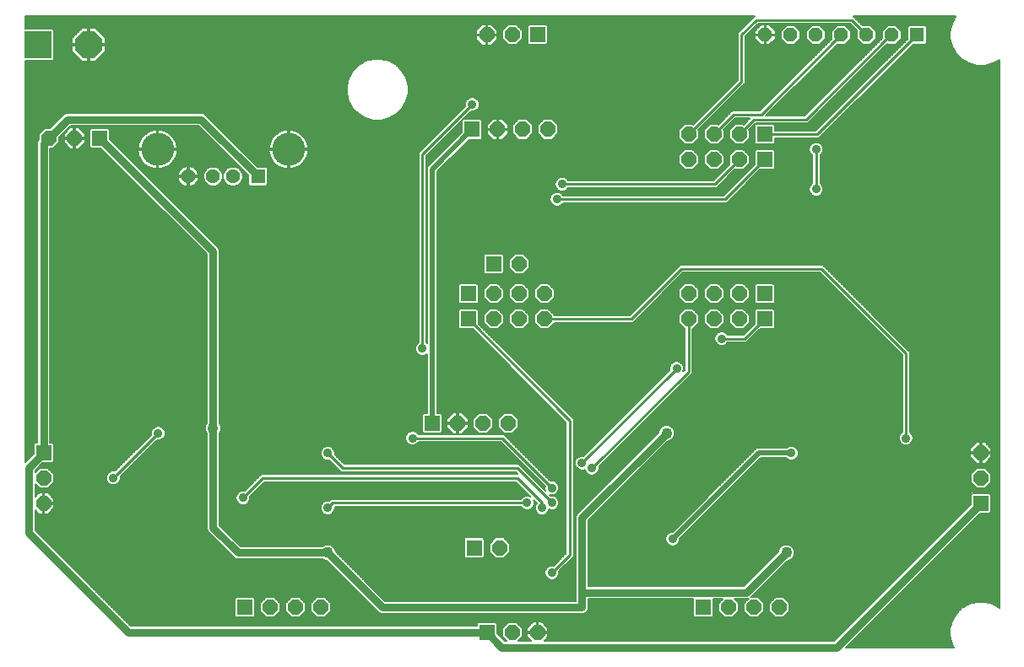
<source format=gbl>
G75*
%MOIN*%
%OFA0B0*%
%FSLAX25Y25*%
%IPPOS*%
%LPD*%
%AMOC8*
5,1,8,0,0,1.08239X$1,22.5*
%
%ADD10R,0.05937X0.05937*%
%ADD11OC8,0.05937*%
%ADD12R,0.10748X0.10748*%
%ADD13OC8,0.10748*%
%ADD14C,0.13055*%
%ADD15R,0.05622X0.05622*%
%ADD16C,0.05622*%
%ADD17OC8,0.05543*%
%ADD18R,0.05543X0.05543*%
%ADD19C,0.03000*%
%ADD20C,0.02000*%
%ADD21C,0.03569*%
%ADD22C,0.04356*%
%ADD23C,0.00500*%
%ADD24C,0.01000*%
D10*
X0094693Y0022904D03*
X0185205Y0046526D03*
X0190244Y0013061D03*
X0275795Y0022904D03*
X0385283Y0064085D03*
X0299890Y0136919D03*
X0299890Y0146919D03*
X0299890Y0199911D03*
X0299890Y0209911D03*
X0210244Y0249281D03*
X0184457Y0211880D03*
X0192882Y0158730D03*
X0182882Y0146919D03*
X0182882Y0136919D03*
X0168709Y0095738D03*
X0015205Y0084085D03*
X0037409Y0208415D03*
D11*
X0027409Y0208415D03*
X0017409Y0208415D03*
X0178709Y0095738D03*
X0188709Y0095738D03*
X0198709Y0095738D03*
X0202882Y0136919D03*
X0192882Y0136919D03*
X0192882Y0146919D03*
X0202882Y0146919D03*
X0212882Y0146919D03*
X0212882Y0136919D03*
X0202882Y0158730D03*
X0269890Y0146919D03*
X0279890Y0146919D03*
X0289890Y0146919D03*
X0289890Y0136919D03*
X0279890Y0136919D03*
X0269890Y0136919D03*
X0269890Y0199911D03*
X0279890Y0199911D03*
X0289890Y0199911D03*
X0289890Y0209911D03*
X0279890Y0209911D03*
X0269890Y0209911D03*
X0214457Y0211880D03*
X0204457Y0211880D03*
X0194457Y0211880D03*
X0190244Y0249281D03*
X0200244Y0249281D03*
X0385283Y0084085D03*
X0385283Y0074085D03*
X0305795Y0022904D03*
X0295795Y0022904D03*
X0285795Y0022904D03*
X0210244Y0013061D03*
X0200244Y0013061D03*
X0195205Y0046526D03*
X0124693Y0022904D03*
X0114693Y0022904D03*
X0104693Y0022904D03*
X0015205Y0064085D03*
X0015205Y0074085D03*
D12*
X0013079Y0245344D03*
D13*
X0033079Y0245344D03*
D14*
X0060205Y0204006D03*
X0111937Y0204006D03*
D15*
X0099850Y0193337D03*
D16*
X0090008Y0193337D03*
X0082134Y0193337D03*
X0072291Y0193337D03*
D17*
X0300165Y0249281D03*
X0310165Y0249281D03*
X0320165Y0249281D03*
X0330165Y0249281D03*
X0340165Y0249281D03*
X0350165Y0249281D03*
D18*
X0360165Y0249281D03*
D19*
X0261268Y0091801D02*
X0227803Y0058337D01*
X0227803Y0028809D01*
X0292764Y0028809D01*
X0308512Y0044557D01*
X0328354Y0007156D02*
X0385283Y0064085D01*
X0328354Y0007156D02*
X0196150Y0007156D01*
X0190244Y0013061D01*
X0048669Y0013061D01*
X0009299Y0052431D01*
X0009299Y0078179D01*
X0015205Y0084085D01*
X0015205Y0206211D01*
X0017409Y0208415D01*
X0024811Y0215817D01*
X0077370Y0215817D01*
X0099850Y0193337D01*
X0082134Y0163691D02*
X0082134Y0093770D01*
X0082134Y0054400D01*
X0091976Y0044557D01*
X0127409Y0044557D01*
X0149063Y0022904D01*
X0227803Y0022904D01*
X0227803Y0028809D01*
X0082134Y0163691D02*
X0037409Y0208415D01*
D20*
X0168709Y0196132D02*
X0184457Y0211880D01*
X0168709Y0196132D02*
X0168709Y0095738D01*
X0263669Y0050030D02*
X0297567Y0083927D01*
X0310480Y0083927D01*
D21*
X0310480Y0083927D03*
X0355756Y0089833D03*
X0282921Y0129203D03*
X0265205Y0117392D03*
X0227803Y0079990D03*
X0231740Y0078022D03*
X0215992Y0070148D03*
X0215992Y0064242D03*
X0212055Y0062274D03*
X0206150Y0064242D03*
X0215992Y0036683D03*
X0263669Y0050030D03*
X0160874Y0089833D03*
X0127409Y0083927D03*
X0127409Y0062274D03*
X0093945Y0066211D03*
X0060480Y0091801D03*
X0042764Y0074085D03*
X0164811Y0125266D03*
X0217961Y0184321D03*
X0219929Y0190226D03*
X0184496Y0221722D03*
X0320323Y0204006D03*
X0320323Y0188258D03*
D22*
X0261268Y0091801D03*
X0308512Y0044557D03*
X0127409Y0044557D03*
X0082134Y0093770D03*
D23*
X0090674Y0026176D02*
X0039161Y0026176D01*
X0038662Y0026674D02*
X0091042Y0026674D01*
X0091289Y0026922D02*
X0090674Y0026307D01*
X0090674Y0019500D01*
X0091289Y0018885D01*
X0098096Y0018885D01*
X0098711Y0019500D01*
X0098711Y0026307D01*
X0098096Y0026922D01*
X0091289Y0026922D01*
X0090674Y0025677D02*
X0039659Y0025677D01*
X0040158Y0025179D02*
X0090674Y0025179D01*
X0090674Y0024680D02*
X0040657Y0024680D01*
X0041155Y0024182D02*
X0090674Y0024182D01*
X0090674Y0023683D02*
X0041654Y0023683D01*
X0042152Y0023184D02*
X0090674Y0023184D01*
X0090674Y0022686D02*
X0042651Y0022686D01*
X0043149Y0022187D02*
X0090674Y0022187D01*
X0090674Y0021689D02*
X0043648Y0021689D01*
X0044146Y0021190D02*
X0090674Y0021190D01*
X0090674Y0020692D02*
X0044645Y0020692D01*
X0045143Y0020193D02*
X0090674Y0020193D01*
X0090674Y0019695D02*
X0045642Y0019695D01*
X0046140Y0019196D02*
X0090978Y0019196D01*
X0098408Y0019196D02*
X0102717Y0019196D01*
X0103028Y0018885D02*
X0106357Y0018885D01*
X0108711Y0021239D01*
X0108711Y0024568D01*
X0106357Y0026922D01*
X0103028Y0026922D01*
X0100674Y0024568D01*
X0100674Y0021239D01*
X0103028Y0018885D01*
X0102219Y0019695D02*
X0098711Y0019695D01*
X0098711Y0020193D02*
X0101720Y0020193D01*
X0101221Y0020692D02*
X0098711Y0020692D01*
X0098711Y0021190D02*
X0100723Y0021190D01*
X0100674Y0021689D02*
X0098711Y0021689D01*
X0098711Y0022187D02*
X0100674Y0022187D01*
X0100674Y0022686D02*
X0098711Y0022686D01*
X0098711Y0023184D02*
X0100674Y0023184D01*
X0100674Y0023683D02*
X0098711Y0023683D01*
X0098711Y0024182D02*
X0100674Y0024182D01*
X0100786Y0024680D02*
X0098711Y0024680D01*
X0098711Y0025179D02*
X0101285Y0025179D01*
X0101783Y0025677D02*
X0098711Y0025677D01*
X0098711Y0026176D02*
X0102282Y0026176D01*
X0102780Y0026674D02*
X0098344Y0026674D01*
X0106605Y0026674D02*
X0112780Y0026674D01*
X0113028Y0026922D02*
X0110674Y0024568D01*
X0110674Y0021239D01*
X0113028Y0018885D01*
X0116357Y0018885D01*
X0118711Y0021239D01*
X0118711Y0024568D01*
X0116357Y0026922D01*
X0113028Y0026922D01*
X0112282Y0026176D02*
X0107104Y0026176D01*
X0107602Y0025677D02*
X0111783Y0025677D01*
X0111285Y0025179D02*
X0108101Y0025179D01*
X0108599Y0024680D02*
X0110786Y0024680D01*
X0110674Y0024182D02*
X0108711Y0024182D01*
X0108711Y0023683D02*
X0110674Y0023683D01*
X0110674Y0023184D02*
X0108711Y0023184D01*
X0108711Y0022686D02*
X0110674Y0022686D01*
X0110674Y0022187D02*
X0108711Y0022187D01*
X0108711Y0021689D02*
X0110674Y0021689D01*
X0110723Y0021190D02*
X0108663Y0021190D01*
X0108164Y0020692D02*
X0111221Y0020692D01*
X0111720Y0020193D02*
X0107666Y0020193D01*
X0107167Y0019695D02*
X0112219Y0019695D01*
X0112717Y0019196D02*
X0106669Y0019196D01*
X0116669Y0019196D02*
X0122717Y0019196D01*
X0123028Y0018885D02*
X0126357Y0018885D01*
X0128711Y0021239D01*
X0128711Y0024568D01*
X0126357Y0026922D01*
X0123028Y0026922D01*
X0120674Y0024568D01*
X0120674Y0021239D01*
X0123028Y0018885D01*
X0122219Y0019695D02*
X0117167Y0019695D01*
X0117666Y0020193D02*
X0121720Y0020193D01*
X0121221Y0020692D02*
X0118164Y0020692D01*
X0118663Y0021190D02*
X0120723Y0021190D01*
X0120674Y0021689D02*
X0118711Y0021689D01*
X0118711Y0022187D02*
X0120674Y0022187D01*
X0120674Y0022686D02*
X0118711Y0022686D01*
X0118711Y0023184D02*
X0120674Y0023184D01*
X0120674Y0023683D02*
X0118711Y0023683D01*
X0118711Y0024182D02*
X0120674Y0024182D01*
X0120786Y0024680D02*
X0118599Y0024680D01*
X0118101Y0025179D02*
X0121285Y0025179D01*
X0121783Y0025677D02*
X0117602Y0025677D01*
X0117104Y0026176D02*
X0122282Y0026176D01*
X0122780Y0026674D02*
X0116605Y0026674D01*
X0126605Y0026674D02*
X0141686Y0026674D01*
X0141188Y0027173D02*
X0038164Y0027173D01*
X0037665Y0027671D02*
X0140689Y0027671D01*
X0140191Y0028170D02*
X0037167Y0028170D01*
X0036668Y0028668D02*
X0139692Y0028668D01*
X0139194Y0029167D02*
X0036170Y0029167D01*
X0035671Y0029665D02*
X0138695Y0029665D01*
X0138197Y0030164D02*
X0035173Y0030164D01*
X0034674Y0030662D02*
X0137698Y0030662D01*
X0137200Y0031161D02*
X0034176Y0031161D01*
X0033677Y0031659D02*
X0136701Y0031659D01*
X0136203Y0032158D02*
X0033179Y0032158D01*
X0032680Y0032656D02*
X0135704Y0032656D01*
X0135206Y0033155D02*
X0032182Y0033155D01*
X0031683Y0033653D02*
X0134707Y0033653D01*
X0134209Y0034152D02*
X0031185Y0034152D01*
X0030686Y0034650D02*
X0133710Y0034650D01*
X0133212Y0035149D02*
X0030188Y0035149D01*
X0029689Y0035647D02*
X0132713Y0035647D01*
X0132214Y0036146D02*
X0029191Y0036146D01*
X0028692Y0036644D02*
X0131716Y0036644D01*
X0131217Y0037143D02*
X0028194Y0037143D01*
X0027695Y0037641D02*
X0130719Y0037641D01*
X0130220Y0038140D02*
X0027197Y0038140D01*
X0026698Y0038638D02*
X0129722Y0038638D01*
X0129223Y0039137D02*
X0026200Y0039137D01*
X0025701Y0039635D02*
X0128725Y0039635D01*
X0128226Y0040134D02*
X0025203Y0040134D01*
X0024704Y0040632D02*
X0127728Y0040632D01*
X0127229Y0041131D02*
X0024206Y0041131D01*
X0023707Y0041629D02*
X0126042Y0041629D01*
X0125581Y0041821D02*
X0126767Y0041329D01*
X0127031Y0041329D01*
X0147619Y0020742D01*
X0148556Y0020354D01*
X0228310Y0020354D01*
X0229248Y0020742D01*
X0229965Y0021459D01*
X0230353Y0022396D01*
X0230353Y0026259D01*
X0271777Y0026259D01*
X0271777Y0019500D01*
X0272392Y0018885D01*
X0279199Y0018885D01*
X0279814Y0019500D01*
X0279814Y0026259D01*
X0283468Y0026259D01*
X0281777Y0024568D01*
X0281777Y0021239D01*
X0284131Y0018885D01*
X0287460Y0018885D01*
X0289814Y0021239D01*
X0289814Y0024568D01*
X0288123Y0026259D01*
X0293271Y0026259D01*
X0293607Y0026398D01*
X0291777Y0024568D01*
X0291777Y0021239D01*
X0294131Y0018885D01*
X0297460Y0018885D01*
X0299814Y0021239D01*
X0299814Y0024568D01*
X0297460Y0026922D01*
X0294483Y0026922D01*
X0294926Y0027365D01*
X0308890Y0041329D01*
X0309154Y0041329D01*
X0310340Y0041821D01*
X0311248Y0042729D01*
X0311740Y0043915D01*
X0311740Y0045199D01*
X0311248Y0046386D01*
X0310340Y0047294D01*
X0309154Y0047785D01*
X0307870Y0047785D01*
X0306683Y0047294D01*
X0305775Y0046386D01*
X0305284Y0045199D01*
X0305284Y0044935D01*
X0291708Y0031359D01*
X0230353Y0031359D01*
X0230353Y0057280D01*
X0261646Y0088573D01*
X0261910Y0088573D01*
X0263096Y0089065D01*
X0264004Y0089973D01*
X0264496Y0091159D01*
X0264496Y0092443D01*
X0264004Y0093630D01*
X0263096Y0094538D01*
X0261910Y0095029D01*
X0260626Y0095029D01*
X0259439Y0094538D01*
X0258531Y0093630D01*
X0258040Y0092443D01*
X0258040Y0092179D01*
X0226359Y0060498D01*
X0225641Y0059781D01*
X0225253Y0058844D01*
X0225253Y0025454D01*
X0150119Y0025454D01*
X0130637Y0044935D01*
X0130637Y0045199D01*
X0130146Y0046386D01*
X0129238Y0047294D01*
X0128052Y0047785D01*
X0126767Y0047785D01*
X0125581Y0047294D01*
X0125394Y0047107D01*
X0093033Y0047107D01*
X0084684Y0055456D01*
X0084684Y0091755D01*
X0084870Y0091941D01*
X0085362Y0093128D01*
X0085362Y0094412D01*
X0084870Y0095598D01*
X0084684Y0095785D01*
X0084684Y0164198D01*
X0084296Y0165135D01*
X0083578Y0165853D01*
X0041428Y0208003D01*
X0041428Y0211819D01*
X0040813Y0212434D01*
X0034006Y0212434D01*
X0033391Y0211819D01*
X0033391Y0205012D01*
X0034006Y0204397D01*
X0037822Y0204397D01*
X0079584Y0162635D01*
X0079584Y0095785D01*
X0079397Y0095598D01*
X0078906Y0094412D01*
X0078906Y0093128D01*
X0079397Y0091941D01*
X0079584Y0091755D01*
X0079584Y0053892D01*
X0079972Y0052955D01*
X0080689Y0052238D01*
X0090532Y0042395D01*
X0091469Y0042007D01*
X0125394Y0042007D01*
X0125581Y0041821D01*
X0130637Y0045119D02*
X0181186Y0045119D01*
X0181186Y0044620D02*
X0130952Y0044620D01*
X0131451Y0044122D02*
X0181186Y0044122D01*
X0181186Y0043623D02*
X0131949Y0043623D01*
X0132448Y0043125D02*
X0181186Y0043125D01*
X0181186Y0043122D02*
X0181801Y0042507D01*
X0188608Y0042507D01*
X0189223Y0043122D01*
X0189223Y0049929D01*
X0188608Y0050544D01*
X0181801Y0050544D01*
X0181186Y0049929D01*
X0181186Y0043122D01*
X0181682Y0042626D02*
X0132946Y0042626D01*
X0133445Y0042128D02*
X0219245Y0042128D01*
X0219743Y0042626D02*
X0196989Y0042626D01*
X0196869Y0042507D02*
X0193540Y0042507D01*
X0191186Y0044861D01*
X0191186Y0048190D01*
X0193540Y0050544D01*
X0196869Y0050544D01*
X0199223Y0048190D01*
X0199223Y0044861D01*
X0196869Y0042507D01*
X0197487Y0043125D02*
X0220242Y0043125D01*
X0220740Y0043623D02*
X0197986Y0043623D01*
X0198484Y0044122D02*
X0221239Y0044122D01*
X0221444Y0044327D02*
X0216611Y0039494D01*
X0216556Y0039517D01*
X0215428Y0039517D01*
X0214387Y0039086D01*
X0213589Y0038289D01*
X0213158Y0037247D01*
X0213158Y0036119D01*
X0213589Y0035078D01*
X0214387Y0034280D01*
X0215428Y0033849D01*
X0216556Y0033849D01*
X0217598Y0034280D01*
X0218395Y0035078D01*
X0218826Y0036119D01*
X0218826Y0037247D01*
X0218803Y0037302D01*
X0224544Y0043043D01*
X0224544Y0044327D01*
X0224544Y0097450D01*
X0223636Y0098357D01*
X0223636Y0098357D01*
X0186900Y0135093D01*
X0186900Y0140323D01*
X0186285Y0140938D01*
X0179478Y0140938D01*
X0178863Y0140323D01*
X0178863Y0133516D01*
X0179478Y0132901D01*
X0184708Y0132901D01*
X0221444Y0096165D01*
X0221444Y0044327D01*
X0221444Y0044620D02*
X0198983Y0044620D01*
X0199223Y0045119D02*
X0221444Y0045119D01*
X0221444Y0045618D02*
X0199223Y0045618D01*
X0199223Y0046116D02*
X0221444Y0046116D01*
X0221444Y0046615D02*
X0199223Y0046615D01*
X0199223Y0047113D02*
X0221444Y0047113D01*
X0221444Y0047612D02*
X0199223Y0047612D01*
X0199223Y0048110D02*
X0221444Y0048110D01*
X0221444Y0048609D02*
X0198805Y0048609D01*
X0198306Y0049107D02*
X0221444Y0049107D01*
X0221444Y0049606D02*
X0197808Y0049606D01*
X0197309Y0050104D02*
X0221444Y0050104D01*
X0221444Y0050603D02*
X0089537Y0050603D01*
X0089039Y0051101D02*
X0221444Y0051101D01*
X0221444Y0051600D02*
X0088540Y0051600D01*
X0088042Y0052098D02*
X0221444Y0052098D01*
X0221444Y0052597D02*
X0087543Y0052597D01*
X0087045Y0053095D02*
X0221444Y0053095D01*
X0221444Y0053594D02*
X0086546Y0053594D01*
X0086047Y0054092D02*
X0221444Y0054092D01*
X0221444Y0054591D02*
X0085549Y0054591D01*
X0085050Y0055089D02*
X0221444Y0055089D01*
X0221444Y0055588D02*
X0084684Y0055588D01*
X0084684Y0056086D02*
X0221444Y0056086D01*
X0221444Y0056585D02*
X0084684Y0056585D01*
X0084684Y0057083D02*
X0221444Y0057083D01*
X0221444Y0057582D02*
X0084684Y0057582D01*
X0084684Y0058080D02*
X0221444Y0058080D01*
X0221444Y0058579D02*
X0084684Y0058579D01*
X0084684Y0059077D02*
X0221444Y0059077D01*
X0221444Y0059576D02*
X0212948Y0059576D01*
X0212619Y0059439D02*
X0213661Y0059871D01*
X0214458Y0060668D01*
X0214862Y0061643D01*
X0215428Y0061408D01*
X0216556Y0061408D01*
X0217598Y0061839D01*
X0218395Y0062637D01*
X0218826Y0063678D01*
X0218826Y0064806D01*
X0218395Y0065848D01*
X0217598Y0066645D01*
X0216556Y0067076D01*
X0215428Y0067076D01*
X0215373Y0067053D01*
X0214890Y0067536D01*
X0215428Y0067313D01*
X0216556Y0067313D01*
X0217598Y0067745D01*
X0218395Y0068542D01*
X0218826Y0069584D01*
X0218826Y0070711D01*
X0218395Y0071753D01*
X0217598Y0072550D01*
X0216556Y0072982D01*
X0215428Y0072982D01*
X0215373Y0072959D01*
X0196949Y0091383D01*
X0163300Y0091383D01*
X0163277Y0091438D01*
X0162479Y0092235D01*
X0161438Y0092667D01*
X0160310Y0092667D01*
X0159269Y0092235D01*
X0158471Y0091438D01*
X0158040Y0090396D01*
X0158040Y0089269D01*
X0158471Y0088227D01*
X0159269Y0087430D01*
X0160310Y0086998D01*
X0161438Y0086998D01*
X0162479Y0087430D01*
X0163277Y0088227D01*
X0163300Y0088283D01*
X0195665Y0088283D01*
X0213181Y0070767D01*
X0213158Y0070711D01*
X0213158Y0069584D01*
X0213381Y0069045D01*
X0203763Y0078664D01*
X0202855Y0079572D01*
X0133957Y0079572D01*
X0130221Y0083308D01*
X0130244Y0083363D01*
X0130244Y0084491D01*
X0129812Y0085533D01*
X0129015Y0086330D01*
X0127973Y0086761D01*
X0126846Y0086761D01*
X0125804Y0086330D01*
X0125007Y0085533D01*
X0124575Y0084491D01*
X0124575Y0083363D01*
X0125007Y0082322D01*
X0125804Y0081524D01*
X0126846Y0081093D01*
X0127973Y0081093D01*
X0128029Y0081116D01*
X0131765Y0077380D01*
X0132673Y0076472D01*
X0201571Y0076472D01*
X0202408Y0075635D01*
X0101177Y0075635D01*
X0094564Y0069022D01*
X0094509Y0069045D01*
X0093381Y0069045D01*
X0092339Y0068613D01*
X0091542Y0067816D01*
X0091111Y0066774D01*
X0091111Y0065647D01*
X0091542Y0064605D01*
X0092339Y0063808D01*
X0093381Y0063376D01*
X0094509Y0063376D01*
X0095550Y0063808D01*
X0096348Y0064605D01*
X0096779Y0065647D01*
X0096779Y0066774D01*
X0096756Y0066830D01*
X0102461Y0072535D01*
X0201571Y0072535D01*
X0207252Y0066853D01*
X0206713Y0067076D01*
X0205586Y0067076D01*
X0204544Y0066645D01*
X0203747Y0065848D01*
X0203724Y0065792D01*
X0128736Y0065792D01*
X0128029Y0065085D01*
X0127973Y0065108D01*
X0126846Y0065108D01*
X0125804Y0064676D01*
X0125007Y0063879D01*
X0124575Y0062837D01*
X0124575Y0061710D01*
X0125007Y0060668D01*
X0125804Y0059871D01*
X0126846Y0059439D01*
X0127973Y0059439D01*
X0129015Y0059871D01*
X0129812Y0060668D01*
X0130244Y0061710D01*
X0130244Y0062692D01*
X0203724Y0062692D01*
X0203747Y0062637D01*
X0204544Y0061839D01*
X0205586Y0061408D01*
X0206713Y0061408D01*
X0207755Y0061839D01*
X0208552Y0062637D01*
X0208984Y0063678D01*
X0208984Y0064806D01*
X0208761Y0065344D01*
X0209939Y0064166D01*
X0209652Y0063879D01*
X0209221Y0062837D01*
X0209221Y0061710D01*
X0209652Y0060668D01*
X0210450Y0059871D01*
X0211491Y0059439D01*
X0212619Y0059439D01*
X0213864Y0060074D02*
X0221444Y0060074D01*
X0221444Y0060573D02*
X0214363Y0060573D01*
X0214625Y0061071D02*
X0221444Y0061071D01*
X0221444Y0061570D02*
X0216947Y0061570D01*
X0217827Y0062068D02*
X0221444Y0062068D01*
X0221444Y0062567D02*
X0218325Y0062567D01*
X0218572Y0063065D02*
X0221444Y0063065D01*
X0221444Y0063564D02*
X0218779Y0063564D01*
X0218826Y0064062D02*
X0221444Y0064062D01*
X0221444Y0064561D02*
X0218826Y0064561D01*
X0218721Y0065059D02*
X0221444Y0065059D01*
X0221444Y0065558D02*
X0218515Y0065558D01*
X0218186Y0066056D02*
X0221444Y0066056D01*
X0221444Y0066555D02*
X0217687Y0066555D01*
X0217132Y0067552D02*
X0221444Y0067552D01*
X0221444Y0068051D02*
X0217903Y0068051D01*
X0218398Y0068549D02*
X0221444Y0068549D01*
X0221444Y0069048D02*
X0218604Y0069048D01*
X0218811Y0069546D02*
X0221444Y0069546D01*
X0221444Y0070045D02*
X0218826Y0070045D01*
X0218826Y0070543D02*
X0221444Y0070543D01*
X0221444Y0071042D02*
X0218690Y0071042D01*
X0218483Y0071540D02*
X0221444Y0071540D01*
X0221444Y0072039D02*
X0218109Y0072039D01*
X0217611Y0072537D02*
X0221444Y0072537D01*
X0221444Y0073036D02*
X0215296Y0073036D01*
X0214798Y0073534D02*
X0221444Y0073534D01*
X0221444Y0074033D02*
X0214299Y0074033D01*
X0213801Y0074531D02*
X0221444Y0074531D01*
X0221444Y0075030D02*
X0213302Y0075030D01*
X0212804Y0075528D02*
X0221444Y0075528D01*
X0221444Y0076027D02*
X0212305Y0076027D01*
X0211807Y0076525D02*
X0221444Y0076525D01*
X0221444Y0077024D02*
X0211308Y0077024D01*
X0210810Y0077522D02*
X0221444Y0077522D01*
X0221444Y0078021D02*
X0210311Y0078021D01*
X0209813Y0078519D02*
X0221444Y0078519D01*
X0221444Y0079018D02*
X0209314Y0079018D01*
X0208816Y0079516D02*
X0221444Y0079516D01*
X0221444Y0080015D02*
X0208317Y0080015D01*
X0207818Y0080513D02*
X0221444Y0080513D01*
X0221444Y0081012D02*
X0207320Y0081012D01*
X0206821Y0081510D02*
X0221444Y0081510D01*
X0221444Y0082009D02*
X0206323Y0082009D01*
X0205824Y0082507D02*
X0221444Y0082507D01*
X0221444Y0083006D02*
X0205326Y0083006D01*
X0204827Y0083504D02*
X0221444Y0083504D01*
X0221444Y0084003D02*
X0204329Y0084003D01*
X0203830Y0084501D02*
X0221444Y0084501D01*
X0221444Y0085000D02*
X0203332Y0085000D01*
X0202833Y0085498D02*
X0221444Y0085498D01*
X0221444Y0085997D02*
X0202335Y0085997D01*
X0201836Y0086495D02*
X0221444Y0086495D01*
X0221444Y0086994D02*
X0201338Y0086994D01*
X0200839Y0087492D02*
X0221444Y0087492D01*
X0221444Y0087991D02*
X0200341Y0087991D01*
X0199842Y0088489D02*
X0221444Y0088489D01*
X0221444Y0088988D02*
X0199344Y0088988D01*
X0198845Y0089487D02*
X0221444Y0089487D01*
X0221444Y0089985D02*
X0198347Y0089985D01*
X0197848Y0090484D02*
X0221444Y0090484D01*
X0221444Y0090982D02*
X0197350Y0090982D01*
X0197044Y0091720D02*
X0200373Y0091720D01*
X0202727Y0094074D01*
X0202727Y0097403D01*
X0200373Y0099757D01*
X0197044Y0099757D01*
X0194690Y0097403D01*
X0194690Y0094074D01*
X0197044Y0091720D01*
X0196785Y0091979D02*
X0190633Y0091979D01*
X0190373Y0091720D02*
X0192727Y0094074D01*
X0192727Y0097403D01*
X0190373Y0099757D01*
X0187044Y0099757D01*
X0184690Y0097403D01*
X0184690Y0094074D01*
X0187044Y0091720D01*
X0190373Y0091720D01*
X0191131Y0092478D02*
X0196286Y0092478D01*
X0195788Y0092976D02*
X0191630Y0092976D01*
X0192128Y0093475D02*
X0195289Y0093475D01*
X0194791Y0093973D02*
X0192627Y0093973D01*
X0192727Y0094472D02*
X0194690Y0094472D01*
X0194690Y0094970D02*
X0192727Y0094970D01*
X0192727Y0095469D02*
X0194690Y0095469D01*
X0194690Y0095967D02*
X0192727Y0095967D01*
X0192727Y0096466D02*
X0194690Y0096466D01*
X0194690Y0096964D02*
X0192727Y0096964D01*
X0192667Y0097463D02*
X0194750Y0097463D01*
X0195249Y0097961D02*
X0192169Y0097961D01*
X0191670Y0098460D02*
X0195747Y0098460D01*
X0196246Y0098958D02*
X0191172Y0098958D01*
X0190673Y0099457D02*
X0196744Y0099457D01*
X0200673Y0099457D02*
X0218152Y0099457D01*
X0217654Y0099955D02*
X0180457Y0099955D01*
X0180456Y0099957D02*
X0178959Y0099957D01*
X0178959Y0095988D01*
X0182927Y0095988D01*
X0182927Y0097486D01*
X0180456Y0099957D01*
X0180956Y0099457D02*
X0186744Y0099457D01*
X0186246Y0098958D02*
X0181454Y0098958D01*
X0181953Y0098460D02*
X0185747Y0098460D01*
X0185249Y0097961D02*
X0182452Y0097961D01*
X0182927Y0097463D02*
X0184750Y0097463D01*
X0184690Y0096964D02*
X0182927Y0096964D01*
X0182927Y0096466D02*
X0184690Y0096466D01*
X0184690Y0095967D02*
X0178959Y0095967D01*
X0178959Y0095988D02*
X0178959Y0095488D01*
X0182927Y0095488D01*
X0182927Y0093991D01*
X0180456Y0091520D01*
X0178959Y0091520D01*
X0178959Y0095488D01*
X0178459Y0095488D01*
X0178459Y0091520D01*
X0176961Y0091520D01*
X0174490Y0093991D01*
X0174490Y0095488D01*
X0178459Y0095488D01*
X0178459Y0095988D01*
X0178459Y0099957D01*
X0176961Y0099957D01*
X0174490Y0097486D01*
X0174490Y0095988D01*
X0178459Y0095988D01*
X0178959Y0095988D01*
X0178959Y0096466D02*
X0178459Y0096466D01*
X0178459Y0096964D02*
X0178959Y0096964D01*
X0178959Y0097463D02*
X0178459Y0097463D01*
X0178459Y0097961D02*
X0178959Y0097961D01*
X0178959Y0098460D02*
X0178459Y0098460D01*
X0178459Y0098958D02*
X0178959Y0098958D01*
X0178959Y0099457D02*
X0178459Y0099457D01*
X0178459Y0099955D02*
X0178959Y0099955D01*
X0176960Y0099955D02*
X0170759Y0099955D01*
X0170759Y0099757D02*
X0170759Y0195283D01*
X0183337Y0207861D01*
X0187860Y0207861D01*
X0188475Y0208476D01*
X0188475Y0215283D01*
X0187860Y0215898D01*
X0181053Y0215898D01*
X0180438Y0215283D01*
X0180438Y0210761D01*
X0166659Y0196981D01*
X0166659Y0127426D01*
X0166416Y0127669D01*
X0166361Y0127691D01*
X0166361Y0201395D01*
X0183877Y0218911D01*
X0183932Y0218888D01*
X0185060Y0218888D01*
X0186102Y0219320D01*
X0186899Y0220117D01*
X0187330Y0221159D01*
X0187330Y0222286D01*
X0186899Y0223328D01*
X0186102Y0224125D01*
X0185060Y0224557D01*
X0183932Y0224557D01*
X0182891Y0224125D01*
X0182093Y0223328D01*
X0181662Y0222286D01*
X0181662Y0221159D01*
X0181685Y0221103D01*
X0163261Y0202679D01*
X0163261Y0127691D01*
X0163206Y0127669D01*
X0162408Y0126871D01*
X0161977Y0125830D01*
X0161977Y0124702D01*
X0162408Y0123660D01*
X0163206Y0122863D01*
X0164247Y0122431D01*
X0165375Y0122431D01*
X0166416Y0122863D01*
X0166659Y0123105D01*
X0166659Y0099757D01*
X0165305Y0099757D01*
X0164690Y0099142D01*
X0164690Y0092335D01*
X0165305Y0091720D01*
X0172112Y0091720D01*
X0172727Y0092335D01*
X0172727Y0099142D01*
X0172112Y0099757D01*
X0170759Y0099757D01*
X0170759Y0100454D02*
X0217155Y0100454D01*
X0216657Y0100952D02*
X0170759Y0100952D01*
X0170759Y0101451D02*
X0216158Y0101451D01*
X0215660Y0101949D02*
X0170759Y0101949D01*
X0170759Y0102448D02*
X0215161Y0102448D01*
X0214663Y0102946D02*
X0170759Y0102946D01*
X0170759Y0103445D02*
X0214164Y0103445D01*
X0213666Y0103943D02*
X0170759Y0103943D01*
X0170759Y0104442D02*
X0213167Y0104442D01*
X0212669Y0104940D02*
X0170759Y0104940D01*
X0170759Y0105439D02*
X0212170Y0105439D01*
X0211672Y0105937D02*
X0170759Y0105937D01*
X0170759Y0106436D02*
X0211173Y0106436D01*
X0210675Y0106934D02*
X0170759Y0106934D01*
X0170759Y0107433D02*
X0210176Y0107433D01*
X0209678Y0107931D02*
X0170759Y0107931D01*
X0170759Y0108430D02*
X0209179Y0108430D01*
X0208681Y0108928D02*
X0170759Y0108928D01*
X0170759Y0109427D02*
X0208182Y0109427D01*
X0207684Y0109925D02*
X0170759Y0109925D01*
X0170759Y0110424D02*
X0207185Y0110424D01*
X0206687Y0110922D02*
X0170759Y0110922D01*
X0170759Y0111421D02*
X0206188Y0111421D01*
X0205690Y0111920D02*
X0170759Y0111920D01*
X0170759Y0112418D02*
X0205191Y0112418D01*
X0204693Y0112917D02*
X0170759Y0112917D01*
X0170759Y0113415D02*
X0204194Y0113415D01*
X0203696Y0113914D02*
X0170759Y0113914D01*
X0170759Y0114412D02*
X0203197Y0114412D01*
X0202699Y0114911D02*
X0170759Y0114911D01*
X0170759Y0115409D02*
X0202200Y0115409D01*
X0201702Y0115908D02*
X0170759Y0115908D01*
X0170759Y0116406D02*
X0201203Y0116406D01*
X0200705Y0116905D02*
X0170759Y0116905D01*
X0170759Y0117403D02*
X0200206Y0117403D01*
X0199708Y0117902D02*
X0170759Y0117902D01*
X0170759Y0118400D02*
X0199209Y0118400D01*
X0198710Y0118899D02*
X0170759Y0118899D01*
X0170759Y0119397D02*
X0198212Y0119397D01*
X0197713Y0119896D02*
X0170759Y0119896D01*
X0170759Y0120394D02*
X0197215Y0120394D01*
X0196716Y0120893D02*
X0170759Y0120893D01*
X0170759Y0121391D02*
X0196218Y0121391D01*
X0195719Y0121890D02*
X0170759Y0121890D01*
X0170759Y0122388D02*
X0195221Y0122388D01*
X0194722Y0122887D02*
X0170759Y0122887D01*
X0170759Y0123385D02*
X0194224Y0123385D01*
X0193725Y0123884D02*
X0170759Y0123884D01*
X0170759Y0124382D02*
X0193227Y0124382D01*
X0192728Y0124881D02*
X0170759Y0124881D01*
X0170759Y0125379D02*
X0192230Y0125379D01*
X0191731Y0125878D02*
X0170759Y0125878D01*
X0170759Y0126376D02*
X0191233Y0126376D01*
X0190734Y0126875D02*
X0170759Y0126875D01*
X0170759Y0127373D02*
X0190236Y0127373D01*
X0189737Y0127872D02*
X0170759Y0127872D01*
X0170759Y0128370D02*
X0189239Y0128370D01*
X0188740Y0128869D02*
X0170759Y0128869D01*
X0170759Y0129367D02*
X0188242Y0129367D01*
X0187743Y0129866D02*
X0170759Y0129866D01*
X0170759Y0130364D02*
X0187245Y0130364D01*
X0186746Y0130863D02*
X0170759Y0130863D01*
X0170759Y0131361D02*
X0186248Y0131361D01*
X0185749Y0131860D02*
X0170759Y0131860D01*
X0170759Y0132358D02*
X0185251Y0132358D01*
X0184752Y0132857D02*
X0170759Y0132857D01*
X0170759Y0133355D02*
X0179024Y0133355D01*
X0178863Y0133854D02*
X0170759Y0133854D01*
X0170759Y0134353D02*
X0178863Y0134353D01*
X0178863Y0134851D02*
X0170759Y0134851D01*
X0170759Y0135350D02*
X0178863Y0135350D01*
X0178863Y0135848D02*
X0170759Y0135848D01*
X0170759Y0136347D02*
X0178863Y0136347D01*
X0178863Y0136845D02*
X0170759Y0136845D01*
X0170759Y0137344D02*
X0178863Y0137344D01*
X0178863Y0137842D02*
X0170759Y0137842D01*
X0170759Y0138341D02*
X0178863Y0138341D01*
X0178863Y0138839D02*
X0170759Y0138839D01*
X0170759Y0139338D02*
X0178863Y0139338D01*
X0178863Y0139836D02*
X0170759Y0139836D01*
X0170759Y0140335D02*
X0178875Y0140335D01*
X0179374Y0140833D02*
X0170759Y0140833D01*
X0170759Y0141332D02*
X0249551Y0141332D01*
X0250050Y0141830D02*
X0170759Y0141830D01*
X0170759Y0142329D02*
X0250548Y0142329D01*
X0251047Y0142827D02*
X0170759Y0142827D01*
X0170759Y0143326D02*
X0179054Y0143326D01*
X0178863Y0143516D02*
X0179478Y0142901D01*
X0186285Y0142901D01*
X0186900Y0143516D01*
X0186900Y0150323D01*
X0186285Y0150938D01*
X0179478Y0150938D01*
X0178863Y0150323D01*
X0178863Y0143516D01*
X0178863Y0143824D02*
X0170759Y0143824D01*
X0170759Y0144323D02*
X0178863Y0144323D01*
X0178863Y0144821D02*
X0170759Y0144821D01*
X0170759Y0145320D02*
X0178863Y0145320D01*
X0178863Y0145818D02*
X0170759Y0145818D01*
X0170759Y0146317D02*
X0178863Y0146317D01*
X0178863Y0146815D02*
X0170759Y0146815D01*
X0170759Y0147314D02*
X0178863Y0147314D01*
X0178863Y0147812D02*
X0170759Y0147812D01*
X0170759Y0148311D02*
X0178863Y0148311D01*
X0178863Y0148809D02*
X0170759Y0148809D01*
X0170759Y0149308D02*
X0178863Y0149308D01*
X0178863Y0149806D02*
X0170759Y0149806D01*
X0170759Y0150305D02*
X0178863Y0150305D01*
X0179344Y0150803D02*
X0170759Y0150803D01*
X0170759Y0151302D02*
X0259521Y0151302D01*
X0259023Y0150803D02*
X0214681Y0150803D01*
X0214546Y0150938D02*
X0211217Y0150938D01*
X0208863Y0148584D01*
X0208863Y0145255D01*
X0211217Y0142901D01*
X0214546Y0142901D01*
X0216900Y0145255D01*
X0216900Y0148584D01*
X0214546Y0150938D01*
X0215179Y0150305D02*
X0258524Y0150305D01*
X0258026Y0149806D02*
X0215678Y0149806D01*
X0216176Y0149308D02*
X0257527Y0149308D01*
X0257029Y0148809D02*
X0216675Y0148809D01*
X0216900Y0148311D02*
X0256530Y0148311D01*
X0256032Y0147812D02*
X0216900Y0147812D01*
X0216900Y0147314D02*
X0255533Y0147314D01*
X0255035Y0146815D02*
X0216900Y0146815D01*
X0216900Y0146317D02*
X0254536Y0146317D01*
X0254038Y0145818D02*
X0216900Y0145818D01*
X0216900Y0145320D02*
X0253539Y0145320D01*
X0253041Y0144821D02*
X0216467Y0144821D01*
X0215968Y0144323D02*
X0252542Y0144323D01*
X0252044Y0143824D02*
X0215470Y0143824D01*
X0214971Y0143326D02*
X0251545Y0143326D01*
X0253935Y0141332D02*
X0335529Y0141332D01*
X0335031Y0141830D02*
X0254434Y0141830D01*
X0254932Y0142329D02*
X0334532Y0142329D01*
X0334034Y0142827D02*
X0255431Y0142827D01*
X0255929Y0143326D02*
X0267800Y0143326D01*
X0268225Y0142901D02*
X0271554Y0142901D01*
X0273908Y0145255D01*
X0273908Y0148584D01*
X0271554Y0150938D01*
X0268225Y0150938D01*
X0265871Y0148584D01*
X0265871Y0145255D01*
X0268225Y0142901D01*
X0267302Y0143824D02*
X0256428Y0143824D01*
X0256926Y0144323D02*
X0266803Y0144323D01*
X0266305Y0144821D02*
X0257425Y0144821D01*
X0257923Y0145320D02*
X0265871Y0145320D01*
X0265871Y0145818D02*
X0258422Y0145818D01*
X0258920Y0146317D02*
X0265871Y0146317D01*
X0265871Y0146815D02*
X0259419Y0146815D01*
X0259917Y0147314D02*
X0265871Y0147314D01*
X0265871Y0147812D02*
X0260416Y0147812D01*
X0260914Y0148311D02*
X0265871Y0148311D01*
X0266097Y0148809D02*
X0261413Y0148809D01*
X0261911Y0149308D02*
X0266595Y0149308D01*
X0267094Y0149806D02*
X0262410Y0149806D01*
X0262908Y0150305D02*
X0267592Y0150305D01*
X0268091Y0150803D02*
X0263407Y0150803D01*
X0263905Y0151302D02*
X0325559Y0151302D01*
X0325061Y0151800D02*
X0264404Y0151800D01*
X0264902Y0152299D02*
X0324562Y0152299D01*
X0324064Y0152797D02*
X0265401Y0152797D01*
X0265899Y0153296D02*
X0323565Y0153296D01*
X0323067Y0153794D02*
X0266398Y0153794D01*
X0266896Y0154293D02*
X0322568Y0154293D01*
X0322070Y0154791D02*
X0267395Y0154791D01*
X0267815Y0155212D02*
X0321649Y0155212D01*
X0354206Y0122655D01*
X0354206Y0092258D01*
X0354150Y0092235D01*
X0353353Y0091438D01*
X0352922Y0090396D01*
X0352922Y0089269D01*
X0353353Y0088227D01*
X0354150Y0087430D01*
X0355192Y0086998D01*
X0356320Y0086998D01*
X0357361Y0087430D01*
X0358159Y0088227D01*
X0358590Y0089269D01*
X0358590Y0090396D01*
X0358159Y0091438D01*
X0357361Y0092235D01*
X0357306Y0092258D01*
X0357306Y0123939D01*
X0356398Y0124847D01*
X0322933Y0158312D01*
X0266531Y0158312D01*
X0265623Y0157404D01*
X0246689Y0138469D01*
X0216900Y0138469D01*
X0216900Y0138584D01*
X0214546Y0140938D01*
X0211217Y0140938D01*
X0208863Y0138584D01*
X0208863Y0135255D01*
X0211217Y0132901D01*
X0214546Y0132901D01*
X0216900Y0135255D01*
X0216900Y0135369D01*
X0247973Y0135369D01*
X0267815Y0155212D01*
X0265503Y0157284D02*
X0206900Y0157284D01*
X0206900Y0157066D02*
X0204546Y0154712D01*
X0201217Y0154712D01*
X0198863Y0157066D01*
X0198863Y0160395D01*
X0201217Y0162749D01*
X0204546Y0162749D01*
X0206900Y0160395D01*
X0206900Y0157066D01*
X0206620Y0156786D02*
X0265005Y0156786D01*
X0264506Y0156287D02*
X0206122Y0156287D01*
X0205623Y0155789D02*
X0264008Y0155789D01*
X0263509Y0155290D02*
X0205125Y0155290D01*
X0204626Y0154791D02*
X0263011Y0154791D01*
X0262512Y0154293D02*
X0170759Y0154293D01*
X0170759Y0154791D02*
X0189399Y0154791D01*
X0189478Y0154712D02*
X0196285Y0154712D01*
X0196900Y0155327D01*
X0196900Y0162134D01*
X0196285Y0162749D01*
X0189478Y0162749D01*
X0188863Y0162134D01*
X0188863Y0155327D01*
X0189478Y0154712D01*
X0188900Y0155290D02*
X0170759Y0155290D01*
X0170759Y0155789D02*
X0188863Y0155789D01*
X0188863Y0156287D02*
X0170759Y0156287D01*
X0170759Y0156786D02*
X0188863Y0156786D01*
X0188863Y0157284D02*
X0170759Y0157284D01*
X0170759Y0157783D02*
X0188863Y0157783D01*
X0188863Y0158281D02*
X0170759Y0158281D01*
X0170759Y0158780D02*
X0188863Y0158780D01*
X0188863Y0159278D02*
X0170759Y0159278D01*
X0170759Y0159777D02*
X0188863Y0159777D01*
X0188863Y0160275D02*
X0170759Y0160275D01*
X0170759Y0160774D02*
X0188863Y0160774D01*
X0188863Y0161272D02*
X0170759Y0161272D01*
X0170759Y0161771D02*
X0188863Y0161771D01*
X0188999Y0162269D02*
X0170759Y0162269D01*
X0170759Y0162768D02*
X0392594Y0162768D01*
X0392594Y0163266D02*
X0170759Y0163266D01*
X0170759Y0163765D02*
X0392594Y0163765D01*
X0392594Y0164263D02*
X0170759Y0164263D01*
X0170759Y0164762D02*
X0392594Y0164762D01*
X0392594Y0165260D02*
X0170759Y0165260D01*
X0170759Y0165759D02*
X0392594Y0165759D01*
X0392594Y0166257D02*
X0170759Y0166257D01*
X0170759Y0166756D02*
X0392594Y0166756D01*
X0392594Y0167254D02*
X0170759Y0167254D01*
X0170759Y0167753D02*
X0392594Y0167753D01*
X0392594Y0168251D02*
X0170759Y0168251D01*
X0170759Y0168750D02*
X0392594Y0168750D01*
X0392594Y0169248D02*
X0170759Y0169248D01*
X0170759Y0169747D02*
X0392594Y0169747D01*
X0392594Y0170245D02*
X0170759Y0170245D01*
X0170759Y0170744D02*
X0392594Y0170744D01*
X0392594Y0171242D02*
X0170759Y0171242D01*
X0170759Y0171741D02*
X0392594Y0171741D01*
X0392594Y0172239D02*
X0170759Y0172239D01*
X0170759Y0172738D02*
X0392594Y0172738D01*
X0392594Y0173236D02*
X0170759Y0173236D01*
X0170759Y0173735D02*
X0392594Y0173735D01*
X0392594Y0174233D02*
X0170759Y0174233D01*
X0170759Y0174732D02*
X0392594Y0174732D01*
X0392594Y0175230D02*
X0170759Y0175230D01*
X0170759Y0175729D02*
X0392594Y0175729D01*
X0392594Y0176227D02*
X0170759Y0176227D01*
X0170759Y0176726D02*
X0392594Y0176726D01*
X0392594Y0177224D02*
X0170759Y0177224D01*
X0170759Y0177723D02*
X0392594Y0177723D01*
X0392594Y0178222D02*
X0170759Y0178222D01*
X0170759Y0178720D02*
X0392594Y0178720D01*
X0392594Y0179219D02*
X0170759Y0179219D01*
X0170759Y0179717D02*
X0392594Y0179717D01*
X0392594Y0180216D02*
X0170759Y0180216D01*
X0170759Y0180714D02*
X0392594Y0180714D01*
X0392594Y0181213D02*
X0170759Y0181213D01*
X0170759Y0181711D02*
X0216855Y0181711D01*
X0216355Y0181918D02*
X0217397Y0181487D01*
X0218524Y0181487D01*
X0219566Y0181918D01*
X0220363Y0182715D01*
X0220386Y0182771D01*
X0284941Y0182771D01*
X0298063Y0195893D01*
X0303293Y0195893D01*
X0303908Y0196508D01*
X0303908Y0203315D01*
X0303293Y0203930D01*
X0296486Y0203930D01*
X0295871Y0203315D01*
X0295871Y0198085D01*
X0283657Y0185871D01*
X0220386Y0185871D01*
X0220363Y0185926D01*
X0219566Y0186724D01*
X0218524Y0187155D01*
X0217397Y0187155D01*
X0216355Y0186724D01*
X0215558Y0185926D01*
X0215126Y0184885D01*
X0215126Y0183757D01*
X0215558Y0182715D01*
X0216355Y0181918D01*
X0216064Y0182210D02*
X0170759Y0182210D01*
X0170759Y0182708D02*
X0215565Y0182708D01*
X0215354Y0183207D02*
X0170759Y0183207D01*
X0170759Y0183705D02*
X0215148Y0183705D01*
X0215126Y0184204D02*
X0170759Y0184204D01*
X0170759Y0184702D02*
X0215126Y0184702D01*
X0215257Y0185201D02*
X0170759Y0185201D01*
X0170759Y0185699D02*
X0215464Y0185699D01*
X0215829Y0186198D02*
X0170759Y0186198D01*
X0170759Y0186696D02*
X0216328Y0186696D01*
X0217956Y0188192D02*
X0170759Y0188192D01*
X0170759Y0188690D02*
X0217498Y0188690D01*
X0217526Y0188621D02*
X0217095Y0189663D01*
X0217095Y0190790D01*
X0217526Y0191832D01*
X0218324Y0192629D01*
X0219365Y0193061D01*
X0220493Y0193061D01*
X0221535Y0192629D01*
X0222332Y0191832D01*
X0222355Y0191776D01*
X0279563Y0191776D01*
X0285952Y0198166D01*
X0285871Y0198247D01*
X0285871Y0201576D01*
X0288225Y0203930D01*
X0291554Y0203930D01*
X0293908Y0201576D01*
X0293908Y0198247D01*
X0291554Y0195893D01*
X0288225Y0195893D01*
X0288144Y0195974D01*
X0280847Y0188676D01*
X0222355Y0188676D01*
X0222332Y0188621D01*
X0221535Y0187824D01*
X0220493Y0187392D01*
X0219365Y0187392D01*
X0218324Y0187824D01*
X0217526Y0188621D01*
X0217291Y0189189D02*
X0170759Y0189189D01*
X0170759Y0189687D02*
X0217095Y0189687D01*
X0217095Y0190186D02*
X0170759Y0190186D01*
X0170759Y0190684D02*
X0217095Y0190684D01*
X0217258Y0191183D02*
X0170759Y0191183D01*
X0170759Y0191681D02*
X0217464Y0191681D01*
X0217874Y0192180D02*
X0170759Y0192180D01*
X0170759Y0192678D02*
X0218442Y0192678D01*
X0221416Y0192678D02*
X0280465Y0192678D01*
X0279966Y0192180D02*
X0221984Y0192180D01*
X0221903Y0188192D02*
X0285978Y0188192D01*
X0286477Y0188690D02*
X0280861Y0188690D01*
X0281359Y0189189D02*
X0286975Y0189189D01*
X0287474Y0189687D02*
X0281858Y0189687D01*
X0282356Y0190186D02*
X0287972Y0190186D01*
X0288471Y0190684D02*
X0282855Y0190684D01*
X0283353Y0191183D02*
X0288969Y0191183D01*
X0289468Y0191681D02*
X0283852Y0191681D01*
X0284350Y0192180D02*
X0289966Y0192180D01*
X0290465Y0192678D02*
X0284849Y0192678D01*
X0285347Y0193177D02*
X0290963Y0193177D01*
X0291462Y0193675D02*
X0285846Y0193675D01*
X0286344Y0194174D02*
X0291960Y0194174D01*
X0292459Y0194672D02*
X0286843Y0194672D01*
X0287341Y0195171D02*
X0292957Y0195171D01*
X0293456Y0195669D02*
X0287840Y0195669D01*
X0285450Y0197663D02*
X0283325Y0197663D01*
X0282826Y0197165D02*
X0284951Y0197165D01*
X0284453Y0196666D02*
X0282328Y0196666D01*
X0281829Y0196168D02*
X0283954Y0196168D01*
X0283456Y0195669D02*
X0171145Y0195669D01*
X0170759Y0195171D02*
X0282957Y0195171D01*
X0282459Y0194672D02*
X0170759Y0194672D01*
X0170759Y0194174D02*
X0281960Y0194174D01*
X0281462Y0193675D02*
X0170759Y0193675D01*
X0170759Y0193177D02*
X0280963Y0193177D01*
X0281554Y0195893D02*
X0278225Y0195893D01*
X0275871Y0198247D01*
X0275871Y0201576D01*
X0278225Y0203930D01*
X0281554Y0203930D01*
X0283908Y0201576D01*
X0283908Y0198247D01*
X0281554Y0195893D01*
X0283823Y0198162D02*
X0285948Y0198162D01*
X0285871Y0198660D02*
X0283908Y0198660D01*
X0283908Y0199159D02*
X0285871Y0199159D01*
X0285871Y0199658D02*
X0283908Y0199658D01*
X0283908Y0200156D02*
X0285871Y0200156D01*
X0285871Y0200655D02*
X0283908Y0200655D01*
X0283908Y0201153D02*
X0285871Y0201153D01*
X0285947Y0201652D02*
X0283833Y0201652D01*
X0283334Y0202150D02*
X0286445Y0202150D01*
X0286944Y0202649D02*
X0282836Y0202649D01*
X0282337Y0203147D02*
X0287442Y0203147D01*
X0287941Y0203646D02*
X0281839Y0203646D01*
X0281554Y0205893D02*
X0278225Y0205893D01*
X0275871Y0208247D01*
X0275871Y0211576D01*
X0278225Y0213930D01*
X0281554Y0213930D01*
X0281635Y0213849D01*
X0287122Y0219335D01*
X0298027Y0219335D01*
X0326367Y0247675D01*
X0326344Y0247699D01*
X0326344Y0250864D01*
X0328582Y0253103D01*
X0331748Y0253103D01*
X0333987Y0250864D01*
X0333987Y0247699D01*
X0331748Y0245460D01*
X0328582Y0245460D01*
X0328559Y0245483D01*
X0300443Y0217367D01*
X0315744Y0217367D01*
X0346344Y0247967D01*
X0346344Y0250864D01*
X0348582Y0253103D01*
X0351748Y0253103D01*
X0353987Y0250864D01*
X0353987Y0247699D01*
X0351748Y0245460D01*
X0348582Y0245460D01*
X0348402Y0245641D01*
X0317028Y0214267D01*
X0296437Y0214267D01*
X0293827Y0211657D01*
X0293908Y0211576D01*
X0293908Y0208247D01*
X0291554Y0205893D01*
X0288225Y0205893D01*
X0285871Y0208247D01*
X0285871Y0211576D01*
X0288225Y0213930D01*
X0291554Y0213930D01*
X0291635Y0213849D01*
X0294022Y0216235D01*
X0288406Y0216235D01*
X0283827Y0211657D01*
X0283908Y0211576D01*
X0283908Y0208247D01*
X0281554Y0205893D01*
X0281800Y0206138D02*
X0287980Y0206138D01*
X0287481Y0206637D02*
X0282298Y0206637D01*
X0282797Y0207135D02*
X0286983Y0207135D01*
X0286484Y0207634D02*
X0283295Y0207634D01*
X0283794Y0208132D02*
X0285986Y0208132D01*
X0285871Y0208631D02*
X0283908Y0208631D01*
X0283908Y0209129D02*
X0285871Y0209129D01*
X0285871Y0209628D02*
X0283908Y0209628D01*
X0283908Y0210126D02*
X0285871Y0210126D01*
X0285871Y0210625D02*
X0283908Y0210625D01*
X0283908Y0211123D02*
X0285871Y0211123D01*
X0285917Y0211622D02*
X0283862Y0211622D01*
X0284291Y0212120D02*
X0286416Y0212120D01*
X0286914Y0212619D02*
X0284789Y0212619D01*
X0285288Y0213117D02*
X0287413Y0213117D01*
X0287911Y0213616D02*
X0285786Y0213616D01*
X0286285Y0214114D02*
X0291901Y0214114D01*
X0292399Y0214613D02*
X0286783Y0214613D01*
X0287282Y0215111D02*
X0292898Y0215111D01*
X0293396Y0215610D02*
X0287780Y0215610D01*
X0288279Y0216108D02*
X0293895Y0216108D01*
X0296285Y0214114D02*
X0322806Y0214114D01*
X0322308Y0213616D02*
X0303607Y0213616D01*
X0303908Y0213315D02*
X0303293Y0213930D01*
X0296486Y0213930D01*
X0295871Y0213315D01*
X0295871Y0206508D01*
X0296486Y0205893D01*
X0303293Y0205893D01*
X0303908Y0206508D01*
X0303908Y0208361D01*
X0321437Y0208361D01*
X0358536Y0245460D01*
X0363372Y0245460D01*
X0363987Y0246075D01*
X0363987Y0252488D01*
X0363372Y0253103D01*
X0356959Y0253103D01*
X0356344Y0252488D01*
X0356344Y0247652D01*
X0320153Y0211461D01*
X0303908Y0211461D01*
X0303908Y0213315D01*
X0303908Y0213117D02*
X0321809Y0213117D01*
X0321311Y0212619D02*
X0303908Y0212619D01*
X0303908Y0212120D02*
X0320812Y0212120D01*
X0320314Y0211622D02*
X0303908Y0211622D01*
X0303908Y0208132D02*
X0392594Y0208132D01*
X0392594Y0207634D02*
X0303908Y0207634D01*
X0303908Y0207135D02*
X0392594Y0207135D01*
X0392594Y0206637D02*
X0321378Y0206637D01*
X0320887Y0206840D02*
X0319759Y0206840D01*
X0318717Y0206409D01*
X0317920Y0205611D01*
X0317489Y0204570D01*
X0317489Y0203442D01*
X0317920Y0202400D01*
X0318717Y0201603D01*
X0318773Y0201580D01*
X0318773Y0190684D01*
X0292855Y0190684D01*
X0293353Y0191183D02*
X0318773Y0191183D01*
X0318773Y0191681D02*
X0293852Y0191681D01*
X0294350Y0192180D02*
X0318773Y0192180D01*
X0318773Y0192678D02*
X0294849Y0192678D01*
X0295347Y0193177D02*
X0318773Y0193177D01*
X0318773Y0193675D02*
X0295846Y0193675D01*
X0296344Y0194174D02*
X0318773Y0194174D01*
X0318773Y0194672D02*
X0296843Y0194672D01*
X0297341Y0195171D02*
X0318773Y0195171D01*
X0318773Y0195669D02*
X0297840Y0195669D01*
X0295450Y0197663D02*
X0293325Y0197663D01*
X0292826Y0197165D02*
X0294951Y0197165D01*
X0294453Y0196666D02*
X0292328Y0196666D01*
X0291829Y0196168D02*
X0293954Y0196168D01*
X0293823Y0198162D02*
X0295871Y0198162D01*
X0295871Y0198660D02*
X0293908Y0198660D01*
X0293908Y0199159D02*
X0295871Y0199159D01*
X0295871Y0199658D02*
X0293908Y0199658D01*
X0293908Y0200156D02*
X0295871Y0200156D01*
X0295871Y0200655D02*
X0293908Y0200655D01*
X0293908Y0201153D02*
X0295871Y0201153D01*
X0295871Y0201652D02*
X0293833Y0201652D01*
X0293334Y0202150D02*
X0295871Y0202150D01*
X0295871Y0202649D02*
X0292836Y0202649D01*
X0292337Y0203147D02*
X0295871Y0203147D01*
X0296202Y0203646D02*
X0291839Y0203646D01*
X0291800Y0206138D02*
X0296241Y0206138D01*
X0295871Y0206637D02*
X0292298Y0206637D01*
X0292797Y0207135D02*
X0295871Y0207135D01*
X0295871Y0207634D02*
X0293295Y0207634D01*
X0293794Y0208132D02*
X0295871Y0208132D01*
X0295871Y0208631D02*
X0293908Y0208631D01*
X0293908Y0209129D02*
X0295871Y0209129D01*
X0295871Y0209628D02*
X0293908Y0209628D01*
X0293908Y0210126D02*
X0295871Y0210126D01*
X0295871Y0210625D02*
X0293908Y0210625D01*
X0293908Y0211123D02*
X0295871Y0211123D01*
X0295871Y0211622D02*
X0293862Y0211622D01*
X0294291Y0212120D02*
X0295871Y0212120D01*
X0295871Y0212619D02*
X0294789Y0212619D01*
X0295288Y0213117D02*
X0295871Y0213117D01*
X0295786Y0213616D02*
X0296172Y0213616D01*
X0300680Y0217604D02*
X0315981Y0217604D01*
X0316479Y0218102D02*
X0301178Y0218102D01*
X0301677Y0218601D02*
X0316978Y0218601D01*
X0317476Y0219099D02*
X0302175Y0219099D01*
X0302674Y0219598D02*
X0317975Y0219598D01*
X0318473Y0220096D02*
X0303172Y0220096D01*
X0303671Y0220595D02*
X0318972Y0220595D01*
X0319470Y0221093D02*
X0304169Y0221093D01*
X0304668Y0221592D02*
X0319969Y0221592D01*
X0320467Y0222091D02*
X0305166Y0222091D01*
X0305665Y0222589D02*
X0320966Y0222589D01*
X0321464Y0223088D02*
X0306163Y0223088D01*
X0306662Y0223586D02*
X0321963Y0223586D01*
X0322461Y0224085D02*
X0307160Y0224085D01*
X0307659Y0224583D02*
X0322960Y0224583D01*
X0323458Y0225082D02*
X0308157Y0225082D01*
X0308656Y0225580D02*
X0323957Y0225580D01*
X0324455Y0226079D02*
X0309154Y0226079D01*
X0309653Y0226577D02*
X0324954Y0226577D01*
X0325452Y0227076D02*
X0310152Y0227076D01*
X0310650Y0227574D02*
X0325951Y0227574D01*
X0326450Y0228073D02*
X0311149Y0228073D01*
X0311647Y0228571D02*
X0326948Y0228571D01*
X0327447Y0229070D02*
X0312146Y0229070D01*
X0312644Y0229568D02*
X0327945Y0229568D01*
X0328444Y0230067D02*
X0313143Y0230067D01*
X0313641Y0230565D02*
X0328942Y0230565D01*
X0329441Y0231064D02*
X0314140Y0231064D01*
X0314638Y0231562D02*
X0329939Y0231562D01*
X0330438Y0232061D02*
X0315137Y0232061D01*
X0315635Y0232559D02*
X0330936Y0232559D01*
X0331435Y0233058D02*
X0316134Y0233058D01*
X0316632Y0233556D02*
X0331933Y0233556D01*
X0332432Y0234055D02*
X0317131Y0234055D01*
X0317629Y0234553D02*
X0332930Y0234553D01*
X0333429Y0235052D02*
X0318128Y0235052D01*
X0318626Y0235550D02*
X0333927Y0235550D01*
X0334426Y0236049D02*
X0319125Y0236049D01*
X0319623Y0236547D02*
X0334924Y0236547D01*
X0335423Y0237046D02*
X0320122Y0237046D01*
X0320620Y0237544D02*
X0335921Y0237544D01*
X0336420Y0238043D02*
X0321119Y0238043D01*
X0321617Y0238541D02*
X0336918Y0238541D01*
X0337417Y0239040D02*
X0322116Y0239040D01*
X0322614Y0239538D02*
X0337915Y0239538D01*
X0338414Y0240037D02*
X0323113Y0240037D01*
X0323611Y0240535D02*
X0338912Y0240535D01*
X0339411Y0241034D02*
X0324110Y0241034D01*
X0324608Y0241532D02*
X0339909Y0241532D01*
X0340408Y0242031D02*
X0325107Y0242031D01*
X0325605Y0242529D02*
X0340906Y0242529D01*
X0341405Y0243028D02*
X0326104Y0243028D01*
X0326602Y0243527D02*
X0341903Y0243527D01*
X0342402Y0244025D02*
X0327101Y0244025D01*
X0327599Y0244524D02*
X0342900Y0244524D01*
X0343399Y0245022D02*
X0328098Y0245022D01*
X0325708Y0247016D02*
X0323305Y0247016D01*
X0323803Y0247515D02*
X0326206Y0247515D01*
X0326344Y0248013D02*
X0323987Y0248013D01*
X0323987Y0247699D02*
X0321748Y0245460D01*
X0318582Y0245460D01*
X0316344Y0247699D01*
X0316344Y0250864D01*
X0318582Y0253103D01*
X0321748Y0253103D01*
X0323987Y0250864D01*
X0323987Y0247699D01*
X0323987Y0248512D02*
X0326344Y0248512D01*
X0326344Y0249010D02*
X0323987Y0249010D01*
X0323987Y0249509D02*
X0326344Y0249509D01*
X0326344Y0250007D02*
X0323987Y0250007D01*
X0323987Y0250506D02*
X0326344Y0250506D01*
X0326483Y0251004D02*
X0323847Y0251004D01*
X0323349Y0251503D02*
X0326982Y0251503D01*
X0327480Y0252001D02*
X0322850Y0252001D01*
X0322352Y0252500D02*
X0327979Y0252500D01*
X0328477Y0252998D02*
X0321853Y0252998D01*
X0318477Y0252998D02*
X0311853Y0252998D01*
X0311748Y0253103D02*
X0308582Y0253103D01*
X0306344Y0250864D01*
X0306344Y0247699D01*
X0308582Y0245460D01*
X0311748Y0245460D01*
X0313987Y0247699D01*
X0313987Y0250864D01*
X0311748Y0253103D01*
X0312352Y0252500D02*
X0317979Y0252500D01*
X0317480Y0252001D02*
X0312850Y0252001D01*
X0313349Y0251503D02*
X0316982Y0251503D01*
X0316483Y0251004D02*
X0313847Y0251004D01*
X0313987Y0250506D02*
X0316344Y0250506D01*
X0316344Y0250007D02*
X0313987Y0250007D01*
X0313987Y0249509D02*
X0316344Y0249509D01*
X0316344Y0249010D02*
X0313987Y0249010D01*
X0313987Y0248512D02*
X0316344Y0248512D01*
X0316344Y0248013D02*
X0313987Y0248013D01*
X0313803Y0247515D02*
X0316528Y0247515D01*
X0317026Y0247016D02*
X0313305Y0247016D01*
X0312806Y0246518D02*
X0317525Y0246518D01*
X0318023Y0246019D02*
X0312308Y0246019D01*
X0311809Y0245521D02*
X0318522Y0245521D01*
X0321809Y0245521D02*
X0324212Y0245521D01*
X0324711Y0246019D02*
X0322308Y0246019D01*
X0322806Y0246518D02*
X0325209Y0246518D01*
X0323714Y0245022D02*
X0292345Y0245022D01*
X0292345Y0244524D02*
X0323215Y0244524D01*
X0322717Y0244025D02*
X0292345Y0244025D01*
X0292345Y0243527D02*
X0322218Y0243527D01*
X0321720Y0243028D02*
X0292345Y0243028D01*
X0292345Y0242529D02*
X0321221Y0242529D01*
X0320723Y0242031D02*
X0292345Y0242031D01*
X0292345Y0241532D02*
X0320224Y0241532D01*
X0319726Y0241034D02*
X0292345Y0241034D01*
X0292345Y0240535D02*
X0319227Y0240535D01*
X0318729Y0240037D02*
X0292345Y0240037D01*
X0292345Y0239538D02*
X0318230Y0239538D01*
X0317732Y0239040D02*
X0292345Y0239040D01*
X0292345Y0238541D02*
X0317233Y0238541D01*
X0316735Y0238043D02*
X0292345Y0238043D01*
X0292345Y0237544D02*
X0316236Y0237544D01*
X0315738Y0237046D02*
X0292345Y0237046D01*
X0292345Y0236547D02*
X0315239Y0236547D01*
X0314741Y0236049D02*
X0292345Y0236049D01*
X0292345Y0235550D02*
X0314242Y0235550D01*
X0313744Y0235052D02*
X0292345Y0235052D01*
X0292345Y0234553D02*
X0313245Y0234553D01*
X0312747Y0234055D02*
X0292345Y0234055D01*
X0292345Y0233556D02*
X0312248Y0233556D01*
X0311750Y0233058D02*
X0292345Y0233058D01*
X0292345Y0232559D02*
X0311251Y0232559D01*
X0310753Y0232061D02*
X0292345Y0232061D01*
X0292345Y0231562D02*
X0310254Y0231562D01*
X0309756Y0231064D02*
X0292345Y0231064D01*
X0292345Y0230565D02*
X0309257Y0230565D01*
X0308759Y0230067D02*
X0292237Y0230067D01*
X0292345Y0230175D02*
X0292345Y0248639D01*
X0297343Y0253637D01*
X0333618Y0253637D01*
X0336367Y0250888D01*
X0336344Y0250864D01*
X0336344Y0247699D01*
X0338582Y0245460D01*
X0341748Y0245460D01*
X0343987Y0247699D01*
X0343987Y0250864D01*
X0341748Y0253103D01*
X0338582Y0253103D01*
X0338559Y0253080D01*
X0335046Y0256593D01*
X0375505Y0256593D01*
X0373986Y0253961D01*
X0373159Y0250878D01*
X0373159Y0247685D01*
X0373986Y0244602D01*
X0375582Y0241837D01*
X0377839Y0239580D01*
X0380604Y0237984D01*
X0383687Y0237157D01*
X0386880Y0237157D01*
X0389963Y0237984D01*
X0392594Y0239503D01*
X0392594Y0022840D01*
X0389963Y0024359D01*
X0386880Y0025185D01*
X0383687Y0025185D01*
X0380604Y0024359D01*
X0377839Y0022763D01*
X0375582Y0020505D01*
X0373986Y0017741D01*
X0373159Y0014657D01*
X0373159Y0011465D01*
X0373986Y0008381D01*
X0374693Y0007156D01*
X0331961Y0007156D01*
X0384871Y0060066D01*
X0388687Y0060066D01*
X0389302Y0060681D01*
X0389302Y0067488D01*
X0388687Y0068103D01*
X0381880Y0068103D01*
X0381265Y0067488D01*
X0381265Y0063672D01*
X0327298Y0009705D01*
X0212854Y0009705D01*
X0214463Y0011314D01*
X0214463Y0012811D01*
X0210494Y0012811D01*
X0210494Y0013311D01*
X0209994Y0013311D01*
X0209994Y0012811D01*
X0206026Y0012811D01*
X0206026Y0011314D01*
X0207634Y0009705D01*
X0202572Y0009705D01*
X0204263Y0011397D01*
X0204263Y0014726D01*
X0201909Y0017080D01*
X0198580Y0017080D01*
X0196226Y0014726D01*
X0196226Y0011397D01*
X0197917Y0009705D01*
X0197206Y0009705D01*
X0194263Y0012649D01*
X0194263Y0016464D01*
X0193648Y0017080D01*
X0186841Y0017080D01*
X0186226Y0016464D01*
X0186226Y0015611D01*
X0049726Y0015611D01*
X0011849Y0053487D01*
X0011849Y0061474D01*
X0013457Y0059866D01*
X0014955Y0059866D01*
X0014955Y0063835D01*
X0015455Y0063835D01*
X0015455Y0064335D01*
X0014955Y0064335D01*
X0014955Y0068303D01*
X0013457Y0068303D01*
X0011849Y0066695D01*
X0011849Y0071757D01*
X0013540Y0070066D01*
X0016869Y0070066D01*
X0019223Y0072420D01*
X0019223Y0075749D01*
X0016869Y0078103D01*
X0013540Y0078103D01*
X0011849Y0076412D01*
X0011849Y0077123D01*
X0014792Y0080066D01*
X0018608Y0080066D01*
X0019223Y0080681D01*
X0019223Y0087488D01*
X0018608Y0088103D01*
X0017755Y0088103D01*
X0017755Y0204397D01*
X0019074Y0204397D01*
X0021428Y0206751D01*
X0021428Y0208828D01*
X0025867Y0213267D01*
X0076314Y0213267D01*
X0095989Y0193591D01*
X0095989Y0190091D01*
X0096604Y0189476D01*
X0103096Y0189476D01*
X0103711Y0190091D01*
X0103711Y0196583D01*
X0103096Y0197198D01*
X0099596Y0197198D01*
X0078815Y0217979D01*
X0077877Y0218367D01*
X0024304Y0218367D01*
X0023367Y0217979D01*
X0022649Y0217261D01*
X0017822Y0212434D01*
X0015745Y0212434D01*
X0013391Y0210080D01*
X0013391Y0208003D01*
X0013043Y0207655D01*
X0012655Y0206718D01*
X0012655Y0088103D01*
X0011801Y0088103D01*
X0011186Y0087488D01*
X0011186Y0083672D01*
X0007894Y0080380D01*
X0007894Y0238920D01*
X0018888Y0238920D01*
X0019503Y0239536D01*
X0019503Y0251153D01*
X0018888Y0251768D01*
X0007894Y0251768D01*
X0007894Y0256593D01*
X0295914Y0256593D01*
X0295151Y0255829D01*
X0289245Y0249924D01*
X0289245Y0231459D01*
X0271635Y0213849D01*
X0271554Y0213930D01*
X0268225Y0213930D01*
X0265871Y0211576D01*
X0265871Y0208247D01*
X0268225Y0205893D01*
X0271554Y0205893D01*
X0273908Y0208247D01*
X0273908Y0211576D01*
X0273827Y0211657D01*
X0291437Y0229267D01*
X0292345Y0230175D01*
X0291739Y0229568D02*
X0308260Y0229568D01*
X0307762Y0229070D02*
X0291240Y0229070D01*
X0290742Y0228571D02*
X0307263Y0228571D01*
X0306764Y0228073D02*
X0290243Y0228073D01*
X0289745Y0227574D02*
X0306266Y0227574D01*
X0305767Y0227076D02*
X0289246Y0227076D01*
X0288747Y0226577D02*
X0305269Y0226577D01*
X0304770Y0226079D02*
X0288249Y0226079D01*
X0287750Y0225580D02*
X0304272Y0225580D01*
X0303773Y0225082D02*
X0287252Y0225082D01*
X0286753Y0224583D02*
X0303275Y0224583D01*
X0302776Y0224085D02*
X0286255Y0224085D01*
X0285756Y0223586D02*
X0302278Y0223586D01*
X0301779Y0223088D02*
X0285258Y0223088D01*
X0284759Y0222589D02*
X0301281Y0222589D01*
X0300782Y0222091D02*
X0284261Y0222091D01*
X0283762Y0221592D02*
X0300284Y0221592D01*
X0299785Y0221093D02*
X0283264Y0221093D01*
X0282765Y0220595D02*
X0299287Y0220595D01*
X0298788Y0220096D02*
X0282267Y0220096D01*
X0281768Y0219598D02*
X0298290Y0219598D01*
X0286886Y0219099D02*
X0281270Y0219099D01*
X0280771Y0218601D02*
X0286387Y0218601D01*
X0285889Y0218102D02*
X0280273Y0218102D01*
X0279774Y0217604D02*
X0285390Y0217604D01*
X0284892Y0217105D02*
X0279276Y0217105D01*
X0278777Y0216607D02*
X0284393Y0216607D01*
X0283895Y0216108D02*
X0278279Y0216108D01*
X0277780Y0215610D02*
X0283396Y0215610D01*
X0282898Y0215111D02*
X0277282Y0215111D01*
X0276783Y0214613D02*
X0282399Y0214613D01*
X0281901Y0214114D02*
X0276285Y0214114D01*
X0275786Y0213616D02*
X0277911Y0213616D01*
X0277413Y0213117D02*
X0275288Y0213117D01*
X0274789Y0212619D02*
X0276914Y0212619D01*
X0276416Y0212120D02*
X0274291Y0212120D01*
X0273862Y0211622D02*
X0275917Y0211622D01*
X0275871Y0211123D02*
X0273908Y0211123D01*
X0273908Y0210625D02*
X0275871Y0210625D01*
X0275871Y0210126D02*
X0273908Y0210126D01*
X0273908Y0209628D02*
X0275871Y0209628D01*
X0275871Y0209129D02*
X0273908Y0209129D01*
X0273908Y0208631D02*
X0275871Y0208631D01*
X0275986Y0208132D02*
X0273794Y0208132D01*
X0273295Y0207634D02*
X0276484Y0207634D01*
X0276983Y0207135D02*
X0272797Y0207135D01*
X0272298Y0206637D02*
X0277481Y0206637D01*
X0277980Y0206138D02*
X0271800Y0206138D01*
X0271554Y0203930D02*
X0268225Y0203930D01*
X0265871Y0201576D01*
X0265871Y0198247D01*
X0268225Y0195893D01*
X0271554Y0195893D01*
X0273908Y0198247D01*
X0273908Y0201576D01*
X0271554Y0203930D01*
X0271839Y0203646D02*
X0277941Y0203646D01*
X0277442Y0203147D02*
X0272337Y0203147D01*
X0272836Y0202649D02*
X0276944Y0202649D01*
X0276445Y0202150D02*
X0273334Y0202150D01*
X0273833Y0201652D02*
X0275947Y0201652D01*
X0275871Y0201153D02*
X0273908Y0201153D01*
X0273908Y0200655D02*
X0275871Y0200655D01*
X0275871Y0200156D02*
X0273908Y0200156D01*
X0273908Y0199658D02*
X0275871Y0199658D01*
X0275871Y0199159D02*
X0273908Y0199159D01*
X0273908Y0198660D02*
X0275871Y0198660D01*
X0275956Y0198162D02*
X0273823Y0198162D01*
X0273325Y0197663D02*
X0276455Y0197663D01*
X0276953Y0197165D02*
X0272826Y0197165D01*
X0272328Y0196666D02*
X0277452Y0196666D01*
X0277950Y0196168D02*
X0271829Y0196168D01*
X0267950Y0196168D02*
X0171644Y0196168D01*
X0172142Y0196666D02*
X0267452Y0196666D01*
X0266953Y0197165D02*
X0172641Y0197165D01*
X0173139Y0197663D02*
X0266455Y0197663D01*
X0265956Y0198162D02*
X0173638Y0198162D01*
X0174136Y0198660D02*
X0265871Y0198660D01*
X0265871Y0199159D02*
X0174635Y0199159D01*
X0175133Y0199658D02*
X0265871Y0199658D01*
X0265871Y0200156D02*
X0175632Y0200156D01*
X0176130Y0200655D02*
X0265871Y0200655D01*
X0265871Y0201153D02*
X0176629Y0201153D01*
X0177127Y0201652D02*
X0265947Y0201652D01*
X0266445Y0202150D02*
X0177626Y0202150D01*
X0178124Y0202649D02*
X0266944Y0202649D01*
X0267442Y0203147D02*
X0178623Y0203147D01*
X0179122Y0203646D02*
X0267941Y0203646D01*
X0267980Y0206138D02*
X0181614Y0206138D01*
X0181116Y0205640D02*
X0317948Y0205640D01*
X0317725Y0205141D02*
X0180617Y0205141D01*
X0180119Y0204643D02*
X0317519Y0204643D01*
X0317489Y0204144D02*
X0179620Y0204144D01*
X0182113Y0206637D02*
X0267481Y0206637D01*
X0266983Y0207135D02*
X0182611Y0207135D01*
X0183110Y0207634D02*
X0266484Y0207634D01*
X0265986Y0208132D02*
X0216392Y0208132D01*
X0216121Y0207861D02*
X0218475Y0210215D01*
X0218475Y0213544D01*
X0216121Y0215898D01*
X0212792Y0215898D01*
X0210438Y0213544D01*
X0210438Y0210215D01*
X0212792Y0207861D01*
X0216121Y0207861D01*
X0216890Y0208631D02*
X0265871Y0208631D01*
X0265871Y0209129D02*
X0217389Y0209129D01*
X0217888Y0209628D02*
X0265871Y0209628D01*
X0265871Y0210126D02*
X0218386Y0210126D01*
X0218475Y0210625D02*
X0265871Y0210625D01*
X0265871Y0211123D02*
X0218475Y0211123D01*
X0218475Y0211622D02*
X0265917Y0211622D01*
X0266416Y0212120D02*
X0218475Y0212120D01*
X0218475Y0212619D02*
X0266914Y0212619D01*
X0267413Y0213117D02*
X0218475Y0213117D01*
X0218404Y0213616D02*
X0267911Y0213616D01*
X0271901Y0214114D02*
X0217905Y0214114D01*
X0217407Y0214613D02*
X0272399Y0214613D01*
X0272898Y0215111D02*
X0216908Y0215111D01*
X0216410Y0215610D02*
X0273396Y0215610D01*
X0273895Y0216108D02*
X0181074Y0216108D01*
X0180765Y0215610D02*
X0180576Y0215610D01*
X0180438Y0215111D02*
X0180077Y0215111D01*
X0180438Y0214613D02*
X0179578Y0214613D01*
X0179080Y0214114D02*
X0180438Y0214114D01*
X0180438Y0213616D02*
X0178581Y0213616D01*
X0178083Y0213117D02*
X0180438Y0213117D01*
X0180438Y0212619D02*
X0177584Y0212619D01*
X0177086Y0212120D02*
X0180438Y0212120D01*
X0180438Y0211622D02*
X0176587Y0211622D01*
X0176089Y0211123D02*
X0180438Y0211123D01*
X0180302Y0210625D02*
X0175590Y0210625D01*
X0175092Y0210126D02*
X0179804Y0210126D01*
X0179305Y0209628D02*
X0174593Y0209628D01*
X0174095Y0209129D02*
X0178807Y0209129D01*
X0178308Y0208631D02*
X0173596Y0208631D01*
X0173098Y0208132D02*
X0177810Y0208132D01*
X0177311Y0207634D02*
X0172599Y0207634D01*
X0172101Y0207135D02*
X0176813Y0207135D01*
X0176314Y0206637D02*
X0171602Y0206637D01*
X0171104Y0206138D02*
X0175816Y0206138D01*
X0175317Y0205640D02*
X0170605Y0205640D01*
X0170107Y0205141D02*
X0174819Y0205141D01*
X0174320Y0204643D02*
X0169608Y0204643D01*
X0169110Y0204144D02*
X0173822Y0204144D01*
X0173323Y0203646D02*
X0168611Y0203646D01*
X0168113Y0203147D02*
X0172825Y0203147D01*
X0172326Y0202649D02*
X0167614Y0202649D01*
X0167116Y0202150D02*
X0171828Y0202150D01*
X0171329Y0201652D02*
X0166617Y0201652D01*
X0166361Y0201153D02*
X0170831Y0201153D01*
X0170332Y0200655D02*
X0166361Y0200655D01*
X0166361Y0200156D02*
X0169834Y0200156D01*
X0169335Y0199658D02*
X0166361Y0199658D01*
X0166361Y0199159D02*
X0168837Y0199159D01*
X0168338Y0198660D02*
X0166361Y0198660D01*
X0166361Y0198162D02*
X0167840Y0198162D01*
X0167341Y0197663D02*
X0166361Y0197663D01*
X0166361Y0197165D02*
X0166843Y0197165D01*
X0166659Y0196666D02*
X0166361Y0196666D01*
X0166361Y0196168D02*
X0166659Y0196168D01*
X0166659Y0195669D02*
X0166361Y0195669D01*
X0166361Y0195171D02*
X0166659Y0195171D01*
X0166659Y0194672D02*
X0166361Y0194672D01*
X0166361Y0194174D02*
X0166659Y0194174D01*
X0166659Y0193675D02*
X0166361Y0193675D01*
X0166361Y0193177D02*
X0166659Y0193177D01*
X0166659Y0192678D02*
X0166361Y0192678D01*
X0166361Y0192180D02*
X0166659Y0192180D01*
X0166659Y0191681D02*
X0166361Y0191681D01*
X0166361Y0191183D02*
X0166659Y0191183D01*
X0166659Y0190684D02*
X0166361Y0190684D01*
X0166361Y0190186D02*
X0166659Y0190186D01*
X0166659Y0189687D02*
X0166361Y0189687D01*
X0166361Y0189189D02*
X0166659Y0189189D01*
X0166659Y0188690D02*
X0166361Y0188690D01*
X0166361Y0188192D02*
X0166659Y0188192D01*
X0166659Y0187693D02*
X0166361Y0187693D01*
X0166361Y0187195D02*
X0166659Y0187195D01*
X0166659Y0186696D02*
X0166361Y0186696D01*
X0166361Y0186198D02*
X0166659Y0186198D01*
X0166659Y0185699D02*
X0166361Y0185699D01*
X0166361Y0185201D02*
X0166659Y0185201D01*
X0166659Y0184702D02*
X0166361Y0184702D01*
X0166361Y0184204D02*
X0166659Y0184204D01*
X0166659Y0183705D02*
X0166361Y0183705D01*
X0166361Y0183207D02*
X0166659Y0183207D01*
X0166659Y0182708D02*
X0166361Y0182708D01*
X0166361Y0182210D02*
X0166659Y0182210D01*
X0166659Y0181711D02*
X0166361Y0181711D01*
X0166361Y0181213D02*
X0166659Y0181213D01*
X0166659Y0180714D02*
X0166361Y0180714D01*
X0166361Y0180216D02*
X0166659Y0180216D01*
X0166659Y0179717D02*
X0166361Y0179717D01*
X0166361Y0179219D02*
X0166659Y0179219D01*
X0166659Y0178720D02*
X0166361Y0178720D01*
X0166361Y0178222D02*
X0166659Y0178222D01*
X0166659Y0177723D02*
X0166361Y0177723D01*
X0166361Y0177224D02*
X0166659Y0177224D01*
X0166659Y0176726D02*
X0166361Y0176726D01*
X0166361Y0176227D02*
X0166659Y0176227D01*
X0166659Y0175729D02*
X0166361Y0175729D01*
X0166361Y0175230D02*
X0166659Y0175230D01*
X0166659Y0174732D02*
X0166361Y0174732D01*
X0166361Y0174233D02*
X0166659Y0174233D01*
X0166659Y0173735D02*
X0166361Y0173735D01*
X0166361Y0173236D02*
X0166659Y0173236D01*
X0166659Y0172738D02*
X0166361Y0172738D01*
X0166361Y0172239D02*
X0166659Y0172239D01*
X0166659Y0171741D02*
X0166361Y0171741D01*
X0166361Y0171242D02*
X0166659Y0171242D01*
X0166659Y0170744D02*
X0166361Y0170744D01*
X0166361Y0170245D02*
X0166659Y0170245D01*
X0166659Y0169747D02*
X0166361Y0169747D01*
X0166361Y0169248D02*
X0166659Y0169248D01*
X0166659Y0168750D02*
X0166361Y0168750D01*
X0166361Y0168251D02*
X0166659Y0168251D01*
X0166659Y0167753D02*
X0166361Y0167753D01*
X0166361Y0167254D02*
X0166659Y0167254D01*
X0166659Y0166756D02*
X0166361Y0166756D01*
X0166361Y0166257D02*
X0166659Y0166257D01*
X0166659Y0165759D02*
X0166361Y0165759D01*
X0166361Y0165260D02*
X0166659Y0165260D01*
X0166659Y0164762D02*
X0166361Y0164762D01*
X0166361Y0164263D02*
X0166659Y0164263D01*
X0166659Y0163765D02*
X0166361Y0163765D01*
X0166361Y0163266D02*
X0166659Y0163266D01*
X0166659Y0162768D02*
X0166361Y0162768D01*
X0166361Y0162269D02*
X0166659Y0162269D01*
X0166659Y0161771D02*
X0166361Y0161771D01*
X0166361Y0161272D02*
X0166659Y0161272D01*
X0166659Y0160774D02*
X0166361Y0160774D01*
X0166361Y0160275D02*
X0166659Y0160275D01*
X0166659Y0159777D02*
X0166361Y0159777D01*
X0166361Y0159278D02*
X0166659Y0159278D01*
X0166659Y0158780D02*
X0166361Y0158780D01*
X0166361Y0158281D02*
X0166659Y0158281D01*
X0166659Y0157783D02*
X0166361Y0157783D01*
X0166361Y0157284D02*
X0166659Y0157284D01*
X0166659Y0156786D02*
X0166361Y0156786D01*
X0166361Y0156287D02*
X0166659Y0156287D01*
X0166659Y0155789D02*
X0166361Y0155789D01*
X0166361Y0155290D02*
X0166659Y0155290D01*
X0166659Y0154791D02*
X0166361Y0154791D01*
X0166361Y0154293D02*
X0166659Y0154293D01*
X0166659Y0153794D02*
X0166361Y0153794D01*
X0166361Y0153296D02*
X0166659Y0153296D01*
X0166659Y0152797D02*
X0166361Y0152797D01*
X0166361Y0152299D02*
X0166659Y0152299D01*
X0166659Y0151800D02*
X0166361Y0151800D01*
X0166361Y0151302D02*
X0166659Y0151302D01*
X0166659Y0150803D02*
X0166361Y0150803D01*
X0166361Y0150305D02*
X0166659Y0150305D01*
X0166659Y0149806D02*
X0166361Y0149806D01*
X0166361Y0149308D02*
X0166659Y0149308D01*
X0166659Y0148809D02*
X0166361Y0148809D01*
X0166361Y0148311D02*
X0166659Y0148311D01*
X0166659Y0147812D02*
X0166361Y0147812D01*
X0166361Y0147314D02*
X0166659Y0147314D01*
X0166659Y0146815D02*
X0166361Y0146815D01*
X0166361Y0146317D02*
X0166659Y0146317D01*
X0166659Y0145818D02*
X0166361Y0145818D01*
X0166361Y0145320D02*
X0166659Y0145320D01*
X0166659Y0144821D02*
X0166361Y0144821D01*
X0166361Y0144323D02*
X0166659Y0144323D01*
X0166659Y0143824D02*
X0166361Y0143824D01*
X0166361Y0143326D02*
X0166659Y0143326D01*
X0166659Y0142827D02*
X0166361Y0142827D01*
X0166361Y0142329D02*
X0166659Y0142329D01*
X0166659Y0141830D02*
X0166361Y0141830D01*
X0166361Y0141332D02*
X0166659Y0141332D01*
X0166659Y0140833D02*
X0166361Y0140833D01*
X0166361Y0140335D02*
X0166659Y0140335D01*
X0166659Y0139836D02*
X0166361Y0139836D01*
X0166361Y0139338D02*
X0166659Y0139338D01*
X0166659Y0138839D02*
X0166361Y0138839D01*
X0166361Y0138341D02*
X0166659Y0138341D01*
X0166659Y0137842D02*
X0166361Y0137842D01*
X0166361Y0137344D02*
X0166659Y0137344D01*
X0166659Y0136845D02*
X0166361Y0136845D01*
X0166361Y0136347D02*
X0166659Y0136347D01*
X0166659Y0135848D02*
X0166361Y0135848D01*
X0166361Y0135350D02*
X0166659Y0135350D01*
X0166659Y0134851D02*
X0166361Y0134851D01*
X0166361Y0134353D02*
X0166659Y0134353D01*
X0166659Y0133854D02*
X0166361Y0133854D01*
X0166361Y0133355D02*
X0166659Y0133355D01*
X0166659Y0132857D02*
X0166361Y0132857D01*
X0166361Y0132358D02*
X0166659Y0132358D01*
X0166659Y0131860D02*
X0166361Y0131860D01*
X0166361Y0131361D02*
X0166659Y0131361D01*
X0166659Y0130863D02*
X0166361Y0130863D01*
X0166361Y0130364D02*
X0166659Y0130364D01*
X0166659Y0129866D02*
X0166361Y0129866D01*
X0166361Y0129367D02*
X0166659Y0129367D01*
X0166659Y0128869D02*
X0166361Y0128869D01*
X0166361Y0128370D02*
X0166659Y0128370D01*
X0166659Y0127872D02*
X0166361Y0127872D01*
X0163261Y0127872D02*
X0084684Y0127872D01*
X0084684Y0128370D02*
X0163261Y0128370D01*
X0163261Y0128869D02*
X0084684Y0128869D01*
X0084684Y0129367D02*
X0163261Y0129367D01*
X0163261Y0129866D02*
X0084684Y0129866D01*
X0084684Y0130364D02*
X0163261Y0130364D01*
X0163261Y0130863D02*
X0084684Y0130863D01*
X0084684Y0131361D02*
X0163261Y0131361D01*
X0163261Y0131860D02*
X0084684Y0131860D01*
X0084684Y0132358D02*
X0163261Y0132358D01*
X0163261Y0132857D02*
X0084684Y0132857D01*
X0084684Y0133355D02*
X0163261Y0133355D01*
X0163261Y0133854D02*
X0084684Y0133854D01*
X0084684Y0134353D02*
X0163261Y0134353D01*
X0163261Y0134851D02*
X0084684Y0134851D01*
X0084684Y0135350D02*
X0163261Y0135350D01*
X0163261Y0135848D02*
X0084684Y0135848D01*
X0084684Y0136347D02*
X0163261Y0136347D01*
X0163261Y0136845D02*
X0084684Y0136845D01*
X0084684Y0137344D02*
X0163261Y0137344D01*
X0163261Y0137842D02*
X0084684Y0137842D01*
X0084684Y0138341D02*
X0163261Y0138341D01*
X0163261Y0138839D02*
X0084684Y0138839D01*
X0084684Y0139338D02*
X0163261Y0139338D01*
X0163261Y0139836D02*
X0084684Y0139836D01*
X0084684Y0140335D02*
X0163261Y0140335D01*
X0163261Y0140833D02*
X0084684Y0140833D01*
X0084684Y0141332D02*
X0163261Y0141332D01*
X0163261Y0141830D02*
X0084684Y0141830D01*
X0084684Y0142329D02*
X0163261Y0142329D01*
X0163261Y0142827D02*
X0084684Y0142827D01*
X0084684Y0143326D02*
X0163261Y0143326D01*
X0163261Y0143824D02*
X0084684Y0143824D01*
X0084684Y0144323D02*
X0163261Y0144323D01*
X0163261Y0144821D02*
X0084684Y0144821D01*
X0084684Y0145320D02*
X0163261Y0145320D01*
X0163261Y0145818D02*
X0084684Y0145818D01*
X0084684Y0146317D02*
X0163261Y0146317D01*
X0163261Y0146815D02*
X0084684Y0146815D01*
X0084684Y0147314D02*
X0163261Y0147314D01*
X0163261Y0147812D02*
X0084684Y0147812D01*
X0084684Y0148311D02*
X0163261Y0148311D01*
X0163261Y0148809D02*
X0084684Y0148809D01*
X0084684Y0149308D02*
X0163261Y0149308D01*
X0163261Y0149806D02*
X0084684Y0149806D01*
X0084684Y0150305D02*
X0163261Y0150305D01*
X0163261Y0150803D02*
X0084684Y0150803D01*
X0084684Y0151302D02*
X0163261Y0151302D01*
X0163261Y0151800D02*
X0084684Y0151800D01*
X0084684Y0152299D02*
X0163261Y0152299D01*
X0163261Y0152797D02*
X0084684Y0152797D01*
X0084684Y0153296D02*
X0163261Y0153296D01*
X0163261Y0153794D02*
X0084684Y0153794D01*
X0084684Y0154293D02*
X0163261Y0154293D01*
X0163261Y0154791D02*
X0084684Y0154791D01*
X0084684Y0155290D02*
X0163261Y0155290D01*
X0163261Y0155789D02*
X0084684Y0155789D01*
X0084684Y0156287D02*
X0163261Y0156287D01*
X0163261Y0156786D02*
X0084684Y0156786D01*
X0084684Y0157284D02*
X0163261Y0157284D01*
X0163261Y0157783D02*
X0084684Y0157783D01*
X0084684Y0158281D02*
X0163261Y0158281D01*
X0163261Y0158780D02*
X0084684Y0158780D01*
X0084684Y0159278D02*
X0163261Y0159278D01*
X0163261Y0159777D02*
X0084684Y0159777D01*
X0084684Y0160275D02*
X0163261Y0160275D01*
X0163261Y0160774D02*
X0084684Y0160774D01*
X0084684Y0161272D02*
X0163261Y0161272D01*
X0163261Y0161771D02*
X0084684Y0161771D01*
X0084684Y0162269D02*
X0163261Y0162269D01*
X0163261Y0162768D02*
X0084684Y0162768D01*
X0084684Y0163266D02*
X0163261Y0163266D01*
X0163261Y0163765D02*
X0084684Y0163765D01*
X0084657Y0164263D02*
X0163261Y0164263D01*
X0163261Y0164762D02*
X0084450Y0164762D01*
X0084171Y0165260D02*
X0163261Y0165260D01*
X0163261Y0165759D02*
X0083672Y0165759D01*
X0083174Y0166257D02*
X0163261Y0166257D01*
X0163261Y0166756D02*
X0082675Y0166756D01*
X0082177Y0167254D02*
X0163261Y0167254D01*
X0163261Y0167753D02*
X0081678Y0167753D01*
X0081180Y0168251D02*
X0163261Y0168251D01*
X0163261Y0168750D02*
X0080681Y0168750D01*
X0080183Y0169248D02*
X0163261Y0169248D01*
X0163261Y0169747D02*
X0079684Y0169747D01*
X0079186Y0170245D02*
X0163261Y0170245D01*
X0163261Y0170744D02*
X0078687Y0170744D01*
X0078189Y0171242D02*
X0163261Y0171242D01*
X0163261Y0171741D02*
X0077690Y0171741D01*
X0077192Y0172239D02*
X0163261Y0172239D01*
X0163261Y0172738D02*
X0076693Y0172738D01*
X0076195Y0173236D02*
X0163261Y0173236D01*
X0163261Y0173735D02*
X0075696Y0173735D01*
X0075198Y0174233D02*
X0163261Y0174233D01*
X0163261Y0174732D02*
X0074699Y0174732D01*
X0074201Y0175230D02*
X0163261Y0175230D01*
X0163261Y0175729D02*
X0073702Y0175729D01*
X0073204Y0176227D02*
X0163261Y0176227D01*
X0163261Y0176726D02*
X0072705Y0176726D01*
X0072207Y0177224D02*
X0163261Y0177224D01*
X0163261Y0177723D02*
X0071708Y0177723D01*
X0071210Y0178222D02*
X0163261Y0178222D01*
X0163261Y0178720D02*
X0070711Y0178720D01*
X0070212Y0179219D02*
X0163261Y0179219D01*
X0163261Y0179717D02*
X0069714Y0179717D01*
X0069215Y0180216D02*
X0163261Y0180216D01*
X0163261Y0180714D02*
X0068717Y0180714D01*
X0068218Y0181213D02*
X0163261Y0181213D01*
X0163261Y0181711D02*
X0067720Y0181711D01*
X0067221Y0182210D02*
X0163261Y0182210D01*
X0163261Y0182708D02*
X0066723Y0182708D01*
X0066224Y0183207D02*
X0163261Y0183207D01*
X0163261Y0183705D02*
X0065726Y0183705D01*
X0065227Y0184204D02*
X0163261Y0184204D01*
X0163261Y0184702D02*
X0064729Y0184702D01*
X0064230Y0185201D02*
X0163261Y0185201D01*
X0163261Y0185699D02*
X0063732Y0185699D01*
X0063233Y0186198D02*
X0163261Y0186198D01*
X0163261Y0186696D02*
X0062735Y0186696D01*
X0062236Y0187195D02*
X0163261Y0187195D01*
X0163261Y0187693D02*
X0061738Y0187693D01*
X0061239Y0188192D02*
X0163261Y0188192D01*
X0163261Y0188690D02*
X0060741Y0188690D01*
X0060242Y0189189D02*
X0163261Y0189189D01*
X0163261Y0189687D02*
X0103308Y0189687D01*
X0103711Y0190186D02*
X0163261Y0190186D01*
X0163261Y0190684D02*
X0103711Y0190684D01*
X0103711Y0191183D02*
X0163261Y0191183D01*
X0163261Y0191681D02*
X0103711Y0191681D01*
X0103711Y0192180D02*
X0163261Y0192180D01*
X0163261Y0192678D02*
X0103711Y0192678D01*
X0103711Y0193177D02*
X0163261Y0193177D01*
X0163261Y0193675D02*
X0103711Y0193675D01*
X0103711Y0194174D02*
X0163261Y0194174D01*
X0163261Y0194672D02*
X0103711Y0194672D01*
X0103711Y0195171D02*
X0163261Y0195171D01*
X0163261Y0195669D02*
X0103711Y0195669D01*
X0103711Y0196168D02*
X0163261Y0196168D01*
X0163261Y0196666D02*
X0114542Y0196666D01*
X0114442Y0196625D02*
X0115384Y0197015D01*
X0116267Y0197525D01*
X0117076Y0198146D01*
X0117797Y0198867D01*
X0118418Y0199676D01*
X0118927Y0200559D01*
X0119318Y0201501D01*
X0119581Y0202485D01*
X0119715Y0203496D01*
X0119715Y0203756D01*
X0112187Y0203756D01*
X0112187Y0204256D01*
X0111687Y0204256D01*
X0111687Y0211783D01*
X0111427Y0211783D01*
X0110416Y0211650D01*
X0109432Y0211387D01*
X0108490Y0210996D01*
X0107607Y0210487D01*
X0106798Y0209866D01*
X0106077Y0209145D01*
X0105456Y0208336D01*
X0104947Y0207453D01*
X0104556Y0206511D01*
X0104293Y0205526D01*
X0104159Y0204516D01*
X0104159Y0204256D01*
X0111687Y0204256D01*
X0111687Y0203756D01*
X0104159Y0203756D01*
X0104159Y0203496D01*
X0104293Y0202485D01*
X0104556Y0201501D01*
X0104947Y0200559D01*
X0105456Y0199676D01*
X0106077Y0198867D01*
X0106798Y0198146D01*
X0107607Y0197525D01*
X0108490Y0197015D01*
X0109432Y0196625D01*
X0110416Y0196361D01*
X0111427Y0196228D01*
X0111687Y0196228D01*
X0111687Y0203756D01*
X0112187Y0203756D01*
X0112187Y0196228D01*
X0112447Y0196228D01*
X0113458Y0196361D01*
X0114442Y0196625D01*
X0115643Y0197165D02*
X0163261Y0197165D01*
X0163261Y0197663D02*
X0116447Y0197663D01*
X0117092Y0198162D02*
X0163261Y0198162D01*
X0163261Y0198660D02*
X0117591Y0198660D01*
X0118021Y0199159D02*
X0163261Y0199159D01*
X0163261Y0199658D02*
X0118404Y0199658D01*
X0118695Y0200156D02*
X0163261Y0200156D01*
X0163261Y0200655D02*
X0118967Y0200655D01*
X0119174Y0201153D02*
X0163261Y0201153D01*
X0163261Y0201652D02*
X0119358Y0201652D01*
X0119492Y0202150D02*
X0163261Y0202150D01*
X0163261Y0202649D02*
X0119603Y0202649D01*
X0119669Y0203147D02*
X0163729Y0203147D01*
X0164227Y0203646D02*
X0119715Y0203646D01*
X0119715Y0204256D02*
X0119715Y0204516D01*
X0119581Y0205526D01*
X0119318Y0206511D01*
X0118927Y0207453D01*
X0118418Y0208336D01*
X0117797Y0209145D01*
X0117076Y0209866D01*
X0116267Y0210487D01*
X0115384Y0210996D01*
X0114442Y0211387D01*
X0113458Y0211650D01*
X0112447Y0211783D01*
X0112187Y0211783D01*
X0112187Y0204256D01*
X0119715Y0204256D01*
X0119698Y0204643D02*
X0165224Y0204643D01*
X0165723Y0205141D02*
X0119632Y0205141D01*
X0119551Y0205640D02*
X0166221Y0205640D01*
X0166720Y0206138D02*
X0119418Y0206138D01*
X0119266Y0206637D02*
X0167218Y0206637D01*
X0167717Y0207135D02*
X0119059Y0207135D01*
X0118823Y0207634D02*
X0168215Y0207634D01*
X0168714Y0208132D02*
X0118535Y0208132D01*
X0118192Y0208631D02*
X0169212Y0208631D01*
X0169711Y0209129D02*
X0117809Y0209129D01*
X0117314Y0209628D02*
X0170209Y0209628D01*
X0170708Y0210126D02*
X0116737Y0210126D01*
X0116028Y0210625D02*
X0171206Y0210625D01*
X0171705Y0211123D02*
X0115078Y0211123D01*
X0113564Y0211622D02*
X0172203Y0211622D01*
X0172702Y0212120D02*
X0084673Y0212120D01*
X0085171Y0211622D02*
X0110310Y0211622D01*
X0111687Y0211622D02*
X0112187Y0211622D01*
X0112187Y0211123D02*
X0111687Y0211123D01*
X0111687Y0210625D02*
X0112187Y0210625D01*
X0112187Y0210126D02*
X0111687Y0210126D01*
X0111687Y0209628D02*
X0112187Y0209628D01*
X0112187Y0209129D02*
X0111687Y0209129D01*
X0111687Y0208631D02*
X0112187Y0208631D01*
X0112187Y0208132D02*
X0111687Y0208132D01*
X0111687Y0207634D02*
X0112187Y0207634D01*
X0112187Y0207135D02*
X0111687Y0207135D01*
X0111687Y0206637D02*
X0112187Y0206637D01*
X0112187Y0206138D02*
X0111687Y0206138D01*
X0111687Y0205640D02*
X0112187Y0205640D01*
X0112187Y0205141D02*
X0111687Y0205141D01*
X0111687Y0204643D02*
X0112187Y0204643D01*
X0112187Y0204144D02*
X0164726Y0204144D01*
X0173200Y0212619D02*
X0084174Y0212619D01*
X0083676Y0213117D02*
X0173699Y0213117D01*
X0174197Y0213616D02*
X0083177Y0213616D01*
X0082679Y0214114D02*
X0174696Y0214114D01*
X0175194Y0214613D02*
X0082180Y0214613D01*
X0081682Y0215111D02*
X0175693Y0215111D01*
X0176191Y0215610D02*
X0149086Y0215610D01*
X0148691Y0215504D02*
X0151774Y0216330D01*
X0154539Y0217926D01*
X0156796Y0220184D01*
X0158392Y0222948D01*
X0159218Y0226032D01*
X0159218Y0229224D01*
X0158392Y0232308D01*
X0156796Y0235072D01*
X0154539Y0237330D01*
X0151774Y0238926D01*
X0148691Y0239752D01*
X0145498Y0239752D01*
X0142415Y0238926D01*
X0139650Y0237330D01*
X0137393Y0235072D01*
X0135797Y0232308D01*
X0134970Y0229224D01*
X0134970Y0226032D01*
X0135797Y0222948D01*
X0137393Y0220184D01*
X0139650Y0217926D01*
X0142415Y0216330D01*
X0145498Y0215504D01*
X0148691Y0215504D01*
X0150946Y0216108D02*
X0176690Y0216108D01*
X0177188Y0216607D02*
X0152253Y0216607D01*
X0153117Y0217105D02*
X0177687Y0217105D01*
X0178186Y0217604D02*
X0153980Y0217604D01*
X0154715Y0218102D02*
X0178684Y0218102D01*
X0179183Y0218601D02*
X0155213Y0218601D01*
X0155712Y0219099D02*
X0179681Y0219099D01*
X0180180Y0219598D02*
X0156210Y0219598D01*
X0156709Y0220096D02*
X0180678Y0220096D01*
X0181177Y0220595D02*
X0157034Y0220595D01*
X0157321Y0221093D02*
X0181675Y0221093D01*
X0181662Y0221592D02*
X0157609Y0221592D01*
X0157897Y0222091D02*
X0181662Y0222091D01*
X0181787Y0222589D02*
X0158185Y0222589D01*
X0158430Y0223088D02*
X0181994Y0223088D01*
X0182351Y0223586D02*
X0158563Y0223586D01*
X0158697Y0224085D02*
X0182850Y0224085D01*
X0186142Y0224085D02*
X0281871Y0224085D01*
X0282369Y0224583D02*
X0158830Y0224583D01*
X0158964Y0225082D02*
X0282868Y0225082D01*
X0283366Y0225580D02*
X0159097Y0225580D01*
X0159218Y0226079D02*
X0283865Y0226079D01*
X0284363Y0226577D02*
X0159218Y0226577D01*
X0159218Y0227076D02*
X0284862Y0227076D01*
X0285360Y0227574D02*
X0159218Y0227574D01*
X0159218Y0228073D02*
X0285859Y0228073D01*
X0286357Y0228571D02*
X0159218Y0228571D01*
X0159218Y0229070D02*
X0286856Y0229070D01*
X0287355Y0229568D02*
X0159126Y0229568D01*
X0158993Y0230067D02*
X0287853Y0230067D01*
X0288352Y0230565D02*
X0158859Y0230565D01*
X0158726Y0231064D02*
X0288850Y0231064D01*
X0289245Y0231562D02*
X0158592Y0231562D01*
X0158458Y0232061D02*
X0289245Y0232061D01*
X0289245Y0232559D02*
X0158247Y0232559D01*
X0157959Y0233058D02*
X0289245Y0233058D01*
X0289245Y0233556D02*
X0157671Y0233556D01*
X0157384Y0234055D02*
X0289245Y0234055D01*
X0289245Y0234553D02*
X0157096Y0234553D01*
X0156808Y0235052D02*
X0289245Y0235052D01*
X0289245Y0235550D02*
X0156318Y0235550D01*
X0155820Y0236049D02*
X0289245Y0236049D01*
X0289245Y0236547D02*
X0155321Y0236547D01*
X0154823Y0237046D02*
X0289245Y0237046D01*
X0289245Y0237544D02*
X0154167Y0237544D01*
X0153303Y0238043D02*
X0289245Y0238043D01*
X0289245Y0238541D02*
X0152440Y0238541D01*
X0151348Y0239040D02*
X0289245Y0239040D01*
X0289245Y0239538D02*
X0149488Y0239538D01*
X0144701Y0239538D02*
X0036640Y0239538D01*
X0036142Y0239040D02*
X0142841Y0239040D01*
X0141749Y0238541D02*
X0007894Y0238541D01*
X0007894Y0238043D02*
X0140886Y0238043D01*
X0140022Y0237544D02*
X0007894Y0237544D01*
X0007894Y0237046D02*
X0139366Y0237046D01*
X0138868Y0236547D02*
X0007894Y0236547D01*
X0007894Y0236049D02*
X0138369Y0236049D01*
X0137871Y0235550D02*
X0007894Y0235550D01*
X0007894Y0235052D02*
X0137381Y0235052D01*
X0137093Y0234553D02*
X0007894Y0234553D01*
X0007894Y0234055D02*
X0136805Y0234055D01*
X0136518Y0233556D02*
X0007894Y0233556D01*
X0007894Y0233058D02*
X0136230Y0233058D01*
X0135942Y0232559D02*
X0007894Y0232559D01*
X0007894Y0232061D02*
X0135731Y0232061D01*
X0135597Y0231562D02*
X0007894Y0231562D01*
X0007894Y0231064D02*
X0135463Y0231064D01*
X0135330Y0230565D02*
X0007894Y0230565D01*
X0007894Y0230067D02*
X0135196Y0230067D01*
X0135063Y0229568D02*
X0007894Y0229568D01*
X0007894Y0229070D02*
X0134970Y0229070D01*
X0134970Y0228571D02*
X0007894Y0228571D01*
X0007894Y0228073D02*
X0134970Y0228073D01*
X0134970Y0227574D02*
X0007894Y0227574D01*
X0007894Y0227076D02*
X0134970Y0227076D01*
X0134970Y0226577D02*
X0007894Y0226577D01*
X0007894Y0226079D02*
X0134970Y0226079D01*
X0135091Y0225580D02*
X0007894Y0225580D01*
X0007894Y0225082D02*
X0135225Y0225082D01*
X0135359Y0224583D02*
X0007894Y0224583D01*
X0007894Y0224085D02*
X0135492Y0224085D01*
X0135626Y0223586D02*
X0007894Y0223586D01*
X0007894Y0223088D02*
X0135759Y0223088D01*
X0136004Y0222589D02*
X0007894Y0222589D01*
X0007894Y0222091D02*
X0136292Y0222091D01*
X0136580Y0221592D02*
X0007894Y0221592D01*
X0007894Y0221093D02*
X0136868Y0221093D01*
X0137155Y0220595D02*
X0007894Y0220595D01*
X0007894Y0220096D02*
X0137480Y0220096D01*
X0137979Y0219598D02*
X0007894Y0219598D01*
X0007894Y0219099D02*
X0138477Y0219099D01*
X0138976Y0218601D02*
X0007894Y0218601D01*
X0007894Y0218102D02*
X0023665Y0218102D01*
X0022992Y0217604D02*
X0007894Y0217604D01*
X0007894Y0217105D02*
X0022493Y0217105D01*
X0021995Y0216607D02*
X0007894Y0216607D01*
X0007894Y0216108D02*
X0021496Y0216108D01*
X0020998Y0215610D02*
X0007894Y0215610D01*
X0007894Y0215111D02*
X0020499Y0215111D01*
X0020001Y0214613D02*
X0007894Y0214613D01*
X0007894Y0214114D02*
X0019502Y0214114D01*
X0019004Y0213616D02*
X0007894Y0213616D01*
X0007894Y0213117D02*
X0018505Y0213117D01*
X0018007Y0212619D02*
X0007894Y0212619D01*
X0007894Y0212120D02*
X0015431Y0212120D01*
X0014933Y0211622D02*
X0007894Y0211622D01*
X0007894Y0211123D02*
X0014434Y0211123D01*
X0013936Y0210625D02*
X0007894Y0210625D01*
X0007894Y0210126D02*
X0013437Y0210126D01*
X0013391Y0209628D02*
X0007894Y0209628D01*
X0007894Y0209129D02*
X0013391Y0209129D01*
X0013391Y0208631D02*
X0007894Y0208631D01*
X0007894Y0208132D02*
X0013391Y0208132D01*
X0013034Y0207634D02*
X0007894Y0207634D01*
X0007894Y0207135D02*
X0012828Y0207135D01*
X0012655Y0206637D02*
X0007894Y0206637D01*
X0007894Y0206138D02*
X0012655Y0206138D01*
X0012655Y0205640D02*
X0007894Y0205640D01*
X0007894Y0205141D02*
X0012655Y0205141D01*
X0012655Y0204643D02*
X0007894Y0204643D01*
X0007894Y0204144D02*
X0012655Y0204144D01*
X0012655Y0203646D02*
X0007894Y0203646D01*
X0007894Y0203147D02*
X0012655Y0203147D01*
X0012655Y0202649D02*
X0007894Y0202649D01*
X0007894Y0202150D02*
X0012655Y0202150D01*
X0012655Y0201652D02*
X0007894Y0201652D01*
X0007894Y0201153D02*
X0012655Y0201153D01*
X0012655Y0200655D02*
X0007894Y0200655D01*
X0007894Y0200156D02*
X0012655Y0200156D01*
X0012655Y0199658D02*
X0007894Y0199658D01*
X0007894Y0199159D02*
X0012655Y0199159D01*
X0012655Y0198660D02*
X0007894Y0198660D01*
X0007894Y0198162D02*
X0012655Y0198162D01*
X0012655Y0197663D02*
X0007894Y0197663D01*
X0007894Y0197165D02*
X0012655Y0197165D01*
X0012655Y0196666D02*
X0007894Y0196666D01*
X0007894Y0196168D02*
X0012655Y0196168D01*
X0012655Y0195669D02*
X0007894Y0195669D01*
X0007894Y0195171D02*
X0012655Y0195171D01*
X0012655Y0194672D02*
X0007894Y0194672D01*
X0007894Y0194174D02*
X0012655Y0194174D01*
X0012655Y0193675D02*
X0007894Y0193675D01*
X0007894Y0193177D02*
X0012655Y0193177D01*
X0012655Y0192678D02*
X0007894Y0192678D01*
X0007894Y0192180D02*
X0012655Y0192180D01*
X0012655Y0191681D02*
X0007894Y0191681D01*
X0007894Y0191183D02*
X0012655Y0191183D01*
X0012655Y0190684D02*
X0007894Y0190684D01*
X0007894Y0190186D02*
X0012655Y0190186D01*
X0012655Y0189687D02*
X0007894Y0189687D01*
X0007894Y0189189D02*
X0012655Y0189189D01*
X0012655Y0188690D02*
X0007894Y0188690D01*
X0007894Y0188192D02*
X0012655Y0188192D01*
X0012655Y0187693D02*
X0007894Y0187693D01*
X0007894Y0187195D02*
X0012655Y0187195D01*
X0012655Y0186696D02*
X0007894Y0186696D01*
X0007894Y0186198D02*
X0012655Y0186198D01*
X0012655Y0185699D02*
X0007894Y0185699D01*
X0007894Y0185201D02*
X0012655Y0185201D01*
X0012655Y0184702D02*
X0007894Y0184702D01*
X0007894Y0184204D02*
X0012655Y0184204D01*
X0012655Y0183705D02*
X0007894Y0183705D01*
X0007894Y0183207D02*
X0012655Y0183207D01*
X0012655Y0182708D02*
X0007894Y0182708D01*
X0007894Y0182210D02*
X0012655Y0182210D01*
X0012655Y0181711D02*
X0007894Y0181711D01*
X0007894Y0181213D02*
X0012655Y0181213D01*
X0012655Y0180714D02*
X0007894Y0180714D01*
X0007894Y0180216D02*
X0012655Y0180216D01*
X0012655Y0179717D02*
X0007894Y0179717D01*
X0007894Y0179219D02*
X0012655Y0179219D01*
X0012655Y0178720D02*
X0007894Y0178720D01*
X0007894Y0178222D02*
X0012655Y0178222D01*
X0012655Y0177723D02*
X0007894Y0177723D01*
X0007894Y0177224D02*
X0012655Y0177224D01*
X0012655Y0176726D02*
X0007894Y0176726D01*
X0007894Y0176227D02*
X0012655Y0176227D01*
X0012655Y0175729D02*
X0007894Y0175729D01*
X0007894Y0175230D02*
X0012655Y0175230D01*
X0012655Y0174732D02*
X0007894Y0174732D01*
X0007894Y0174233D02*
X0012655Y0174233D01*
X0012655Y0173735D02*
X0007894Y0173735D01*
X0007894Y0173236D02*
X0012655Y0173236D01*
X0012655Y0172738D02*
X0007894Y0172738D01*
X0007894Y0172239D02*
X0012655Y0172239D01*
X0012655Y0171741D02*
X0007894Y0171741D01*
X0007894Y0171242D02*
X0012655Y0171242D01*
X0012655Y0170744D02*
X0007894Y0170744D01*
X0007894Y0170245D02*
X0012655Y0170245D01*
X0012655Y0169747D02*
X0007894Y0169747D01*
X0007894Y0169248D02*
X0012655Y0169248D01*
X0012655Y0168750D02*
X0007894Y0168750D01*
X0007894Y0168251D02*
X0012655Y0168251D01*
X0012655Y0167753D02*
X0007894Y0167753D01*
X0007894Y0167254D02*
X0012655Y0167254D01*
X0012655Y0166756D02*
X0007894Y0166756D01*
X0007894Y0166257D02*
X0012655Y0166257D01*
X0012655Y0165759D02*
X0007894Y0165759D01*
X0007894Y0165260D02*
X0012655Y0165260D01*
X0012655Y0164762D02*
X0007894Y0164762D01*
X0007894Y0164263D02*
X0012655Y0164263D01*
X0012655Y0163765D02*
X0007894Y0163765D01*
X0007894Y0163266D02*
X0012655Y0163266D01*
X0012655Y0162768D02*
X0007894Y0162768D01*
X0007894Y0162269D02*
X0012655Y0162269D01*
X0012655Y0161771D02*
X0007894Y0161771D01*
X0007894Y0161272D02*
X0012655Y0161272D01*
X0012655Y0160774D02*
X0007894Y0160774D01*
X0007894Y0160275D02*
X0012655Y0160275D01*
X0012655Y0159777D02*
X0007894Y0159777D01*
X0007894Y0159278D02*
X0012655Y0159278D01*
X0012655Y0158780D02*
X0007894Y0158780D01*
X0007894Y0158281D02*
X0012655Y0158281D01*
X0012655Y0157783D02*
X0007894Y0157783D01*
X0007894Y0157284D02*
X0012655Y0157284D01*
X0012655Y0156786D02*
X0007894Y0156786D01*
X0007894Y0156287D02*
X0012655Y0156287D01*
X0012655Y0155789D02*
X0007894Y0155789D01*
X0007894Y0155290D02*
X0012655Y0155290D01*
X0012655Y0154791D02*
X0007894Y0154791D01*
X0007894Y0154293D02*
X0012655Y0154293D01*
X0012655Y0153794D02*
X0007894Y0153794D01*
X0007894Y0153296D02*
X0012655Y0153296D01*
X0012655Y0152797D02*
X0007894Y0152797D01*
X0007894Y0152299D02*
X0012655Y0152299D01*
X0012655Y0151800D02*
X0007894Y0151800D01*
X0007894Y0151302D02*
X0012655Y0151302D01*
X0012655Y0150803D02*
X0007894Y0150803D01*
X0007894Y0150305D02*
X0012655Y0150305D01*
X0012655Y0149806D02*
X0007894Y0149806D01*
X0007894Y0149308D02*
X0012655Y0149308D01*
X0012655Y0148809D02*
X0007894Y0148809D01*
X0007894Y0148311D02*
X0012655Y0148311D01*
X0012655Y0147812D02*
X0007894Y0147812D01*
X0007894Y0147314D02*
X0012655Y0147314D01*
X0012655Y0146815D02*
X0007894Y0146815D01*
X0007894Y0146317D02*
X0012655Y0146317D01*
X0012655Y0145818D02*
X0007894Y0145818D01*
X0007894Y0145320D02*
X0012655Y0145320D01*
X0012655Y0144821D02*
X0007894Y0144821D01*
X0007894Y0144323D02*
X0012655Y0144323D01*
X0012655Y0143824D02*
X0007894Y0143824D01*
X0007894Y0143326D02*
X0012655Y0143326D01*
X0012655Y0142827D02*
X0007894Y0142827D01*
X0007894Y0142329D02*
X0012655Y0142329D01*
X0012655Y0141830D02*
X0007894Y0141830D01*
X0007894Y0141332D02*
X0012655Y0141332D01*
X0012655Y0140833D02*
X0007894Y0140833D01*
X0007894Y0140335D02*
X0012655Y0140335D01*
X0012655Y0139836D02*
X0007894Y0139836D01*
X0007894Y0139338D02*
X0012655Y0139338D01*
X0012655Y0138839D02*
X0007894Y0138839D01*
X0007894Y0138341D02*
X0012655Y0138341D01*
X0012655Y0137842D02*
X0007894Y0137842D01*
X0007894Y0137344D02*
X0012655Y0137344D01*
X0012655Y0136845D02*
X0007894Y0136845D01*
X0007894Y0136347D02*
X0012655Y0136347D01*
X0012655Y0135848D02*
X0007894Y0135848D01*
X0007894Y0135350D02*
X0012655Y0135350D01*
X0012655Y0134851D02*
X0007894Y0134851D01*
X0007894Y0134353D02*
X0012655Y0134353D01*
X0012655Y0133854D02*
X0007894Y0133854D01*
X0007894Y0133355D02*
X0012655Y0133355D01*
X0012655Y0132857D02*
X0007894Y0132857D01*
X0007894Y0132358D02*
X0012655Y0132358D01*
X0012655Y0131860D02*
X0007894Y0131860D01*
X0007894Y0131361D02*
X0012655Y0131361D01*
X0012655Y0130863D02*
X0007894Y0130863D01*
X0007894Y0130364D02*
X0012655Y0130364D01*
X0012655Y0129866D02*
X0007894Y0129866D01*
X0007894Y0129367D02*
X0012655Y0129367D01*
X0012655Y0128869D02*
X0007894Y0128869D01*
X0007894Y0128370D02*
X0012655Y0128370D01*
X0012655Y0127872D02*
X0007894Y0127872D01*
X0007894Y0127373D02*
X0012655Y0127373D01*
X0012655Y0126875D02*
X0007894Y0126875D01*
X0007894Y0126376D02*
X0012655Y0126376D01*
X0012655Y0125878D02*
X0007894Y0125878D01*
X0007894Y0125379D02*
X0012655Y0125379D01*
X0012655Y0124881D02*
X0007894Y0124881D01*
X0007894Y0124382D02*
X0012655Y0124382D01*
X0012655Y0123884D02*
X0007894Y0123884D01*
X0007894Y0123385D02*
X0012655Y0123385D01*
X0012655Y0122887D02*
X0007894Y0122887D01*
X0007894Y0122388D02*
X0012655Y0122388D01*
X0012655Y0121890D02*
X0007894Y0121890D01*
X0007894Y0121391D02*
X0012655Y0121391D01*
X0012655Y0120893D02*
X0007894Y0120893D01*
X0007894Y0120394D02*
X0012655Y0120394D01*
X0012655Y0119896D02*
X0007894Y0119896D01*
X0007894Y0119397D02*
X0012655Y0119397D01*
X0012655Y0118899D02*
X0007894Y0118899D01*
X0007894Y0118400D02*
X0012655Y0118400D01*
X0012655Y0117902D02*
X0007894Y0117902D01*
X0007894Y0117403D02*
X0012655Y0117403D01*
X0012655Y0116905D02*
X0007894Y0116905D01*
X0007894Y0116406D02*
X0012655Y0116406D01*
X0012655Y0115908D02*
X0007894Y0115908D01*
X0007894Y0115409D02*
X0012655Y0115409D01*
X0012655Y0114911D02*
X0007894Y0114911D01*
X0007894Y0114412D02*
X0012655Y0114412D01*
X0012655Y0113914D02*
X0007894Y0113914D01*
X0007894Y0113415D02*
X0012655Y0113415D01*
X0012655Y0112917D02*
X0007894Y0112917D01*
X0007894Y0112418D02*
X0012655Y0112418D01*
X0012655Y0111920D02*
X0007894Y0111920D01*
X0007894Y0111421D02*
X0012655Y0111421D01*
X0012655Y0110922D02*
X0007894Y0110922D01*
X0007894Y0110424D02*
X0012655Y0110424D01*
X0012655Y0109925D02*
X0007894Y0109925D01*
X0007894Y0109427D02*
X0012655Y0109427D01*
X0012655Y0108928D02*
X0007894Y0108928D01*
X0007894Y0108430D02*
X0012655Y0108430D01*
X0012655Y0107931D02*
X0007894Y0107931D01*
X0007894Y0107433D02*
X0012655Y0107433D01*
X0012655Y0106934D02*
X0007894Y0106934D01*
X0007894Y0106436D02*
X0012655Y0106436D01*
X0012655Y0105937D02*
X0007894Y0105937D01*
X0007894Y0105439D02*
X0012655Y0105439D01*
X0012655Y0104940D02*
X0007894Y0104940D01*
X0007894Y0104442D02*
X0012655Y0104442D01*
X0012655Y0103943D02*
X0007894Y0103943D01*
X0007894Y0103445D02*
X0012655Y0103445D01*
X0012655Y0102946D02*
X0007894Y0102946D01*
X0007894Y0102448D02*
X0012655Y0102448D01*
X0012655Y0101949D02*
X0007894Y0101949D01*
X0007894Y0101451D02*
X0012655Y0101451D01*
X0012655Y0100952D02*
X0007894Y0100952D01*
X0007894Y0100454D02*
X0012655Y0100454D01*
X0012655Y0099955D02*
X0007894Y0099955D01*
X0007894Y0099457D02*
X0012655Y0099457D01*
X0012655Y0098958D02*
X0007894Y0098958D01*
X0007894Y0098460D02*
X0012655Y0098460D01*
X0012655Y0097961D02*
X0007894Y0097961D01*
X0007894Y0097463D02*
X0012655Y0097463D01*
X0012655Y0096964D02*
X0007894Y0096964D01*
X0007894Y0096466D02*
X0012655Y0096466D01*
X0012655Y0095967D02*
X0007894Y0095967D01*
X0007894Y0095469D02*
X0012655Y0095469D01*
X0012655Y0094970D02*
X0007894Y0094970D01*
X0007894Y0094472D02*
X0012655Y0094472D01*
X0012655Y0093973D02*
X0007894Y0093973D01*
X0007894Y0093475D02*
X0012655Y0093475D01*
X0012655Y0092976D02*
X0007894Y0092976D01*
X0007894Y0092478D02*
X0012655Y0092478D01*
X0012655Y0091979D02*
X0007894Y0091979D01*
X0007894Y0091481D02*
X0012655Y0091481D01*
X0012655Y0090982D02*
X0007894Y0090982D01*
X0007894Y0090484D02*
X0012655Y0090484D01*
X0012655Y0089985D02*
X0007894Y0089985D01*
X0007894Y0089487D02*
X0012655Y0089487D01*
X0012655Y0088988D02*
X0007894Y0088988D01*
X0007894Y0088489D02*
X0012655Y0088489D01*
X0011689Y0087991D02*
X0007894Y0087991D01*
X0007894Y0087492D02*
X0011191Y0087492D01*
X0011186Y0086994D02*
X0007894Y0086994D01*
X0007894Y0086495D02*
X0011186Y0086495D01*
X0011186Y0085997D02*
X0007894Y0085997D01*
X0007894Y0085498D02*
X0011186Y0085498D01*
X0011186Y0085000D02*
X0007894Y0085000D01*
X0007894Y0084501D02*
X0011186Y0084501D01*
X0011186Y0084003D02*
X0007894Y0084003D01*
X0007894Y0083504D02*
X0011018Y0083504D01*
X0010520Y0083006D02*
X0007894Y0083006D01*
X0007894Y0082507D02*
X0010021Y0082507D01*
X0009523Y0082009D02*
X0007894Y0082009D01*
X0007894Y0081510D02*
X0009024Y0081510D01*
X0008526Y0081012D02*
X0007894Y0081012D01*
X0007894Y0080513D02*
X0008027Y0080513D01*
X0012249Y0077522D02*
X0012959Y0077522D01*
X0012747Y0078021D02*
X0013458Y0078021D01*
X0013246Y0078519D02*
X0045006Y0078519D01*
X0044508Y0078021D02*
X0016952Y0078021D01*
X0017450Y0077522D02*
X0044009Y0077522D01*
X0043511Y0077024D02*
X0017949Y0077024D01*
X0018447Y0076525D02*
X0041250Y0076525D01*
X0041158Y0076487D02*
X0040361Y0075690D01*
X0039930Y0074648D01*
X0039930Y0073521D01*
X0040361Y0072479D01*
X0041158Y0071682D01*
X0042200Y0071250D01*
X0043328Y0071250D01*
X0044369Y0071682D01*
X0045167Y0072479D01*
X0045598Y0073521D01*
X0045598Y0074648D01*
X0045575Y0074704D01*
X0059861Y0088990D01*
X0059917Y0088967D01*
X0061044Y0088967D01*
X0062086Y0089398D01*
X0062883Y0090196D01*
X0063315Y0091237D01*
X0063315Y0092365D01*
X0062883Y0093407D01*
X0062086Y0094204D01*
X0061044Y0094635D01*
X0059917Y0094635D01*
X0058875Y0094204D01*
X0058078Y0093407D01*
X0057646Y0092365D01*
X0057646Y0091237D01*
X0057669Y0091182D01*
X0043383Y0076896D01*
X0043328Y0076919D01*
X0042200Y0076919D01*
X0041158Y0076487D01*
X0040698Y0076027D02*
X0018946Y0076027D01*
X0019223Y0075528D02*
X0040294Y0075528D01*
X0040087Y0075030D02*
X0019223Y0075030D01*
X0019223Y0074531D02*
X0039930Y0074531D01*
X0039930Y0074033D02*
X0019223Y0074033D01*
X0019223Y0073534D02*
X0039930Y0073534D01*
X0040131Y0073036D02*
X0019223Y0073036D01*
X0019223Y0072537D02*
X0040337Y0072537D01*
X0040802Y0072039D02*
X0018842Y0072039D01*
X0018343Y0071540D02*
X0041501Y0071540D01*
X0044027Y0071540D02*
X0079584Y0071540D01*
X0079584Y0071042D02*
X0017845Y0071042D01*
X0017346Y0070543D02*
X0079584Y0070543D01*
X0079584Y0070045D02*
X0011849Y0070045D01*
X0011849Y0070543D02*
X0013063Y0070543D01*
X0012565Y0071042D02*
X0011849Y0071042D01*
X0011849Y0071540D02*
X0012066Y0071540D01*
X0011849Y0069546D02*
X0079584Y0069546D01*
X0079584Y0069048D02*
X0011849Y0069048D01*
X0011849Y0068549D02*
X0079584Y0068549D01*
X0079584Y0068051D02*
X0017205Y0068051D01*
X0016952Y0068303D02*
X0015455Y0068303D01*
X0015455Y0064335D01*
X0019423Y0064335D01*
X0019423Y0065832D01*
X0016952Y0068303D01*
X0017703Y0067552D02*
X0079584Y0067552D01*
X0079584Y0067053D02*
X0018202Y0067053D01*
X0018700Y0066555D02*
X0079584Y0066555D01*
X0079584Y0066056D02*
X0019199Y0066056D01*
X0019423Y0065558D02*
X0079584Y0065558D01*
X0079584Y0065059D02*
X0019423Y0065059D01*
X0019423Y0064561D02*
X0079584Y0064561D01*
X0079584Y0064062D02*
X0015455Y0064062D01*
X0015455Y0063835D02*
X0019423Y0063835D01*
X0019423Y0062337D01*
X0016952Y0059866D01*
X0015455Y0059866D01*
X0015455Y0063835D01*
X0015455Y0063564D02*
X0014955Y0063564D01*
X0014955Y0063065D02*
X0015455Y0063065D01*
X0015455Y0062567D02*
X0014955Y0062567D01*
X0014955Y0062068D02*
X0015455Y0062068D01*
X0015455Y0061570D02*
X0014955Y0061570D01*
X0014955Y0061071D02*
X0015455Y0061071D01*
X0015455Y0060573D02*
X0014955Y0060573D01*
X0014955Y0060074D02*
X0015455Y0060074D01*
X0017160Y0060074D02*
X0079584Y0060074D01*
X0079584Y0059576D02*
X0011849Y0059576D01*
X0011849Y0060074D02*
X0013249Y0060074D01*
X0012751Y0060573D02*
X0011849Y0060573D01*
X0011849Y0061071D02*
X0012252Y0061071D01*
X0011849Y0059077D02*
X0079584Y0059077D01*
X0079584Y0058579D02*
X0011849Y0058579D01*
X0011849Y0058080D02*
X0079584Y0058080D01*
X0079584Y0057582D02*
X0011849Y0057582D01*
X0011849Y0057083D02*
X0079584Y0057083D01*
X0079584Y0056585D02*
X0011849Y0056585D01*
X0011849Y0056086D02*
X0079584Y0056086D01*
X0079584Y0055588D02*
X0011849Y0055588D01*
X0011849Y0055089D02*
X0079584Y0055089D01*
X0079584Y0054591D02*
X0011849Y0054591D01*
X0011849Y0054092D02*
X0079584Y0054092D01*
X0079708Y0053594D02*
X0011849Y0053594D01*
X0012241Y0053095D02*
X0079914Y0053095D01*
X0080331Y0052597D02*
X0012740Y0052597D01*
X0013238Y0052098D02*
X0080829Y0052098D01*
X0081328Y0051600D02*
X0013737Y0051600D01*
X0014235Y0051101D02*
X0081826Y0051101D01*
X0082325Y0050603D02*
X0014734Y0050603D01*
X0015232Y0050104D02*
X0082823Y0050104D01*
X0083322Y0049606D02*
X0015731Y0049606D01*
X0016229Y0049107D02*
X0083820Y0049107D01*
X0084319Y0048609D02*
X0016728Y0048609D01*
X0017226Y0048110D02*
X0084817Y0048110D01*
X0085316Y0047612D02*
X0017725Y0047612D01*
X0018223Y0047113D02*
X0085814Y0047113D01*
X0086313Y0046615D02*
X0018722Y0046615D01*
X0019221Y0046116D02*
X0086811Y0046116D01*
X0087310Y0045618D02*
X0019719Y0045618D01*
X0020218Y0045119D02*
X0087808Y0045119D01*
X0088307Y0044620D02*
X0020716Y0044620D01*
X0021215Y0044122D02*
X0088805Y0044122D01*
X0089304Y0043623D02*
X0021713Y0043623D01*
X0022212Y0043125D02*
X0089802Y0043125D01*
X0090301Y0042626D02*
X0022710Y0042626D01*
X0023209Y0042128D02*
X0091177Y0042128D01*
X0093027Y0047113D02*
X0125400Y0047113D01*
X0126349Y0047612D02*
X0092528Y0047612D01*
X0092030Y0048110D02*
X0181186Y0048110D01*
X0181186Y0047612D02*
X0128470Y0047612D01*
X0129418Y0047113D02*
X0181186Y0047113D01*
X0181186Y0046615D02*
X0129917Y0046615D01*
X0130258Y0046116D02*
X0181186Y0046116D01*
X0181186Y0045618D02*
X0130464Y0045618D01*
X0133943Y0041629D02*
X0218746Y0041629D01*
X0218248Y0041131D02*
X0134442Y0041131D01*
X0134940Y0040632D02*
X0217749Y0040632D01*
X0217251Y0040134D02*
X0135439Y0040134D01*
X0135937Y0039635D02*
X0216752Y0039635D01*
X0214510Y0039137D02*
X0136436Y0039137D01*
X0136934Y0038638D02*
X0213939Y0038638D01*
X0213528Y0038140D02*
X0137433Y0038140D01*
X0137931Y0037641D02*
X0213321Y0037641D01*
X0213158Y0037143D02*
X0138430Y0037143D01*
X0138928Y0036644D02*
X0213158Y0036644D01*
X0213158Y0036146D02*
X0139427Y0036146D01*
X0139925Y0035647D02*
X0213353Y0035647D01*
X0213560Y0035149D02*
X0140424Y0035149D01*
X0140923Y0034650D02*
X0214017Y0034650D01*
X0214697Y0034152D02*
X0141421Y0034152D01*
X0141920Y0033653D02*
X0225253Y0033653D01*
X0225253Y0033155D02*
X0142418Y0033155D01*
X0142917Y0032656D02*
X0225253Y0032656D01*
X0225253Y0032158D02*
X0143415Y0032158D01*
X0143914Y0031659D02*
X0225253Y0031659D01*
X0225253Y0031161D02*
X0144412Y0031161D01*
X0144911Y0030662D02*
X0225253Y0030662D01*
X0225253Y0030164D02*
X0145409Y0030164D01*
X0145908Y0029665D02*
X0225253Y0029665D01*
X0225253Y0029167D02*
X0146406Y0029167D01*
X0146905Y0028668D02*
X0225253Y0028668D01*
X0225253Y0028170D02*
X0147403Y0028170D01*
X0147902Y0027671D02*
X0225253Y0027671D01*
X0225253Y0027173D02*
X0148400Y0027173D01*
X0148899Y0026674D02*
X0225253Y0026674D01*
X0225253Y0026176D02*
X0149397Y0026176D01*
X0149896Y0025677D02*
X0225253Y0025677D01*
X0230353Y0025677D02*
X0271777Y0025677D01*
X0271777Y0025179D02*
X0230353Y0025179D01*
X0230353Y0024680D02*
X0271777Y0024680D01*
X0271777Y0024182D02*
X0230353Y0024182D01*
X0230353Y0023683D02*
X0271777Y0023683D01*
X0271777Y0023184D02*
X0230353Y0023184D01*
X0230353Y0022686D02*
X0271777Y0022686D01*
X0271777Y0022187D02*
X0230267Y0022187D01*
X0230060Y0021689D02*
X0271777Y0021689D01*
X0271777Y0021190D02*
X0229696Y0021190D01*
X0229127Y0020692D02*
X0271777Y0020692D01*
X0271777Y0020193D02*
X0127666Y0020193D01*
X0127167Y0019695D02*
X0271777Y0019695D01*
X0272080Y0019196D02*
X0126669Y0019196D01*
X0128164Y0020692D02*
X0147739Y0020692D01*
X0147170Y0021190D02*
X0128663Y0021190D01*
X0128711Y0021689D02*
X0146671Y0021689D01*
X0146173Y0022187D02*
X0128711Y0022187D01*
X0128711Y0022686D02*
X0145674Y0022686D01*
X0145176Y0023184D02*
X0128711Y0023184D01*
X0128711Y0023683D02*
X0144677Y0023683D01*
X0144179Y0024182D02*
X0128711Y0024182D01*
X0128599Y0024680D02*
X0143680Y0024680D01*
X0143182Y0025179D02*
X0128101Y0025179D01*
X0127602Y0025677D02*
X0142683Y0025677D01*
X0142185Y0026176D02*
X0127104Y0026176D01*
X0091531Y0048609D02*
X0181186Y0048609D01*
X0181186Y0049107D02*
X0091033Y0049107D01*
X0090534Y0049606D02*
X0181186Y0049606D01*
X0181361Y0050104D02*
X0090036Y0050104D01*
X0084684Y0059576D02*
X0126516Y0059576D01*
X0125600Y0060074D02*
X0084684Y0060074D01*
X0084684Y0060573D02*
X0125102Y0060573D01*
X0124840Y0061071D02*
X0084684Y0061071D01*
X0084684Y0061570D02*
X0124633Y0061570D01*
X0124575Y0062068D02*
X0084684Y0062068D01*
X0084684Y0062567D02*
X0124575Y0062567D01*
X0124670Y0063065D02*
X0084684Y0063065D01*
X0084684Y0063564D02*
X0092928Y0063564D01*
X0092085Y0064062D02*
X0084684Y0064062D01*
X0084684Y0064561D02*
X0091586Y0064561D01*
X0091354Y0065059D02*
X0084684Y0065059D01*
X0084684Y0065558D02*
X0091147Y0065558D01*
X0091111Y0066056D02*
X0084684Y0066056D01*
X0084684Y0066555D02*
X0091111Y0066555D01*
X0091226Y0067053D02*
X0084684Y0067053D01*
X0084684Y0067552D02*
X0091433Y0067552D01*
X0091777Y0068051D02*
X0084684Y0068051D01*
X0084684Y0068549D02*
X0092275Y0068549D01*
X0094590Y0069048D02*
X0084684Y0069048D01*
X0084684Y0069546D02*
X0095088Y0069546D01*
X0095587Y0070045D02*
X0084684Y0070045D01*
X0084684Y0070543D02*
X0096085Y0070543D01*
X0096584Y0071042D02*
X0084684Y0071042D01*
X0084684Y0071540D02*
X0097082Y0071540D01*
X0097581Y0072039D02*
X0084684Y0072039D01*
X0084684Y0072537D02*
X0098079Y0072537D01*
X0098578Y0073036D02*
X0084684Y0073036D01*
X0084684Y0073534D02*
X0099076Y0073534D01*
X0099575Y0074033D02*
X0084684Y0074033D01*
X0084684Y0074531D02*
X0100073Y0074531D01*
X0100572Y0075030D02*
X0084684Y0075030D01*
X0084684Y0075528D02*
X0101070Y0075528D01*
X0101965Y0072039D02*
X0202067Y0072039D01*
X0202565Y0071540D02*
X0101466Y0071540D01*
X0100968Y0071042D02*
X0203064Y0071042D01*
X0203562Y0070543D02*
X0100469Y0070543D01*
X0099971Y0070045D02*
X0204061Y0070045D01*
X0204559Y0069546D02*
X0099472Y0069546D01*
X0098974Y0069048D02*
X0205058Y0069048D01*
X0205556Y0068549D02*
X0098475Y0068549D01*
X0097977Y0068051D02*
X0206055Y0068051D01*
X0206553Y0067552D02*
X0097478Y0067552D01*
X0096980Y0067053D02*
X0205531Y0067053D01*
X0204454Y0066555D02*
X0096779Y0066555D01*
X0096779Y0066056D02*
X0203956Y0066056D01*
X0206769Y0067053D02*
X0207052Y0067053D01*
X0208879Y0065059D02*
X0209046Y0065059D01*
X0208984Y0064561D02*
X0209544Y0064561D01*
X0209836Y0064062D02*
X0208984Y0064062D01*
X0208936Y0063564D02*
X0209522Y0063564D01*
X0209315Y0063065D02*
X0208730Y0063065D01*
X0208483Y0062567D02*
X0209221Y0062567D01*
X0209221Y0062068D02*
X0207984Y0062068D01*
X0207104Y0061570D02*
X0209279Y0061570D01*
X0209485Y0061071D02*
X0129979Y0061071D01*
X0130186Y0061570D02*
X0205195Y0061570D01*
X0204315Y0062068D02*
X0130244Y0062068D01*
X0130244Y0062567D02*
X0203817Y0062567D01*
X0209748Y0060573D02*
X0129717Y0060573D01*
X0129218Y0060074D02*
X0210246Y0060074D01*
X0211162Y0059576D02*
X0128303Y0059576D01*
X0124876Y0063564D02*
X0094961Y0063564D01*
X0095805Y0064062D02*
X0125190Y0064062D01*
X0125689Y0064561D02*
X0096303Y0064561D01*
X0096536Y0065059D02*
X0126729Y0065059D01*
X0128502Y0065558D02*
X0096742Y0065558D01*
X0084684Y0076027D02*
X0202016Y0076027D01*
X0204406Y0078021D02*
X0205927Y0078021D01*
X0205428Y0078519D02*
X0203907Y0078519D01*
X0203763Y0078664D02*
X0203763Y0078664D01*
X0203409Y0079018D02*
X0204930Y0079018D01*
X0204431Y0079516D02*
X0202910Y0079516D01*
X0203434Y0080513D02*
X0133015Y0080513D01*
X0132517Y0081012D02*
X0202936Y0081012D01*
X0202437Y0081510D02*
X0132018Y0081510D01*
X0131520Y0082009D02*
X0201939Y0082009D01*
X0201440Y0082507D02*
X0131021Y0082507D01*
X0130523Y0083006D02*
X0200942Y0083006D01*
X0200443Y0083504D02*
X0130244Y0083504D01*
X0130244Y0084003D02*
X0199945Y0084003D01*
X0199446Y0084501D02*
X0130239Y0084501D01*
X0130033Y0085000D02*
X0198948Y0085000D01*
X0198449Y0085498D02*
X0129826Y0085498D01*
X0129348Y0085997D02*
X0197951Y0085997D01*
X0197452Y0086495D02*
X0128615Y0086495D01*
X0126204Y0086495D02*
X0084684Y0086495D01*
X0084684Y0085997D02*
X0125471Y0085997D01*
X0124993Y0085498D02*
X0084684Y0085498D01*
X0084684Y0085000D02*
X0124786Y0085000D01*
X0124580Y0084501D02*
X0084684Y0084501D01*
X0084684Y0084003D02*
X0124575Y0084003D01*
X0124575Y0083504D02*
X0084684Y0083504D01*
X0084684Y0083006D02*
X0124723Y0083006D01*
X0124930Y0082507D02*
X0084684Y0082507D01*
X0084684Y0082009D02*
X0125320Y0082009D01*
X0125838Y0081510D02*
X0084684Y0081510D01*
X0084684Y0081012D02*
X0128133Y0081012D01*
X0128631Y0080513D02*
X0084684Y0080513D01*
X0084684Y0080015D02*
X0129130Y0080015D01*
X0129628Y0079516D02*
X0084684Y0079516D01*
X0084684Y0079018D02*
X0130127Y0079018D01*
X0130625Y0078519D02*
X0084684Y0078519D01*
X0084684Y0078021D02*
X0131124Y0078021D01*
X0131622Y0077522D02*
X0084684Y0077522D01*
X0084684Y0077024D02*
X0132121Y0077024D01*
X0132619Y0076525D02*
X0084684Y0076525D01*
X0079584Y0076525D02*
X0047396Y0076525D01*
X0046898Y0076027D02*
X0079584Y0076027D01*
X0079584Y0075528D02*
X0046399Y0075528D01*
X0045901Y0075030D02*
X0079584Y0075030D01*
X0079584Y0074531D02*
X0045598Y0074531D01*
X0045598Y0074033D02*
X0079584Y0074033D01*
X0079584Y0073534D02*
X0045598Y0073534D01*
X0045397Y0073036D02*
X0079584Y0073036D01*
X0079584Y0072537D02*
X0045191Y0072537D01*
X0044726Y0072039D02*
X0079584Y0072039D01*
X0079584Y0077024D02*
X0047895Y0077024D01*
X0048393Y0077522D02*
X0079584Y0077522D01*
X0079584Y0078021D02*
X0048892Y0078021D01*
X0049390Y0078519D02*
X0079584Y0078519D01*
X0079584Y0079018D02*
X0049889Y0079018D01*
X0050387Y0079516D02*
X0079584Y0079516D01*
X0079584Y0080015D02*
X0050886Y0080015D01*
X0051384Y0080513D02*
X0079584Y0080513D01*
X0079584Y0081012D02*
X0051883Y0081012D01*
X0052381Y0081510D02*
X0079584Y0081510D01*
X0079584Y0082009D02*
X0052880Y0082009D01*
X0053378Y0082507D02*
X0079584Y0082507D01*
X0079584Y0083006D02*
X0053877Y0083006D01*
X0054376Y0083504D02*
X0079584Y0083504D01*
X0079584Y0084003D02*
X0054874Y0084003D01*
X0055373Y0084501D02*
X0079584Y0084501D01*
X0079584Y0085000D02*
X0055871Y0085000D01*
X0056370Y0085498D02*
X0079584Y0085498D01*
X0079584Y0085997D02*
X0056868Y0085997D01*
X0057367Y0086495D02*
X0079584Y0086495D01*
X0079584Y0086994D02*
X0057865Y0086994D01*
X0058364Y0087492D02*
X0079584Y0087492D01*
X0079584Y0087991D02*
X0058862Y0087991D01*
X0059361Y0088489D02*
X0079584Y0088489D01*
X0079584Y0088988D02*
X0061095Y0088988D01*
X0062174Y0089487D02*
X0079584Y0089487D01*
X0079584Y0089985D02*
X0062672Y0089985D01*
X0063002Y0090484D02*
X0079584Y0090484D01*
X0079584Y0090982D02*
X0063209Y0090982D01*
X0063315Y0091481D02*
X0079584Y0091481D01*
X0079382Y0091979D02*
X0063315Y0091979D01*
X0063268Y0092478D02*
X0079175Y0092478D01*
X0078969Y0092976D02*
X0063061Y0092976D01*
X0062815Y0093475D02*
X0078906Y0093475D01*
X0078906Y0093973D02*
X0062317Y0093973D01*
X0061440Y0094472D02*
X0078931Y0094472D01*
X0079137Y0094970D02*
X0017755Y0094970D01*
X0017755Y0094472D02*
X0059521Y0094472D01*
X0058644Y0093973D02*
X0017755Y0093973D01*
X0017755Y0093475D02*
X0058145Y0093475D01*
X0057899Y0092976D02*
X0017755Y0092976D01*
X0017755Y0092478D02*
X0057693Y0092478D01*
X0057646Y0091979D02*
X0017755Y0091979D01*
X0017755Y0091481D02*
X0057646Y0091481D01*
X0057469Y0090982D02*
X0017755Y0090982D01*
X0017755Y0090484D02*
X0056971Y0090484D01*
X0056472Y0089985D02*
X0017755Y0089985D01*
X0017755Y0089487D02*
X0055974Y0089487D01*
X0055475Y0088988D02*
X0017755Y0088988D01*
X0017755Y0088489D02*
X0054977Y0088489D01*
X0054478Y0087991D02*
X0018720Y0087991D01*
X0019219Y0087492D02*
X0053980Y0087492D01*
X0053481Y0086994D02*
X0019223Y0086994D01*
X0019223Y0086495D02*
X0052983Y0086495D01*
X0052484Y0085997D02*
X0019223Y0085997D01*
X0019223Y0085498D02*
X0051986Y0085498D01*
X0051487Y0085000D02*
X0019223Y0085000D01*
X0019223Y0084501D02*
X0050989Y0084501D01*
X0050490Y0084003D02*
X0019223Y0084003D01*
X0019223Y0083504D02*
X0049991Y0083504D01*
X0049493Y0083006D02*
X0019223Y0083006D01*
X0019223Y0082507D02*
X0048994Y0082507D01*
X0048496Y0082009D02*
X0019223Y0082009D01*
X0019223Y0081510D02*
X0047997Y0081510D01*
X0047499Y0081012D02*
X0019223Y0081012D01*
X0019055Y0080513D02*
X0047000Y0080513D01*
X0046502Y0080015D02*
X0014741Y0080015D01*
X0014243Y0079516D02*
X0046003Y0079516D01*
X0045505Y0079018D02*
X0013744Y0079018D01*
X0012461Y0077024D02*
X0011849Y0077024D01*
X0011849Y0076525D02*
X0011962Y0076525D01*
X0011849Y0068051D02*
X0013205Y0068051D01*
X0012706Y0067552D02*
X0011849Y0067552D01*
X0011849Y0067053D02*
X0012208Y0067053D01*
X0014955Y0067053D02*
X0015455Y0067053D01*
X0015455Y0066555D02*
X0014955Y0066555D01*
X0014955Y0066056D02*
X0015455Y0066056D01*
X0015455Y0065558D02*
X0014955Y0065558D01*
X0014955Y0065059D02*
X0015455Y0065059D01*
X0015455Y0064561D02*
X0014955Y0064561D01*
X0014955Y0067552D02*
X0015455Y0067552D01*
X0015455Y0068051D02*
X0014955Y0068051D01*
X0019423Y0063564D02*
X0079584Y0063564D01*
X0079584Y0063065D02*
X0019423Y0063065D01*
X0019423Y0062567D02*
X0079584Y0062567D01*
X0079584Y0062068D02*
X0019154Y0062068D01*
X0018656Y0061570D02*
X0079584Y0061570D01*
X0079584Y0061071D02*
X0018157Y0061071D01*
X0017659Y0060573D02*
X0079584Y0060573D01*
X0084684Y0086994D02*
X0196954Y0086994D01*
X0196455Y0087492D02*
X0162542Y0087492D01*
X0163041Y0087991D02*
X0195957Y0087991D01*
X0200633Y0091979D02*
X0221444Y0091979D01*
X0221444Y0091481D02*
X0163234Y0091481D01*
X0162736Y0091979D02*
X0165046Y0091979D01*
X0164690Y0092478D02*
X0161895Y0092478D01*
X0159853Y0092478D02*
X0085093Y0092478D01*
X0085299Y0092976D02*
X0164690Y0092976D01*
X0164690Y0093475D02*
X0085362Y0093475D01*
X0085362Y0093973D02*
X0164690Y0093973D01*
X0164690Y0094472D02*
X0085337Y0094472D01*
X0085131Y0094970D02*
X0164690Y0094970D01*
X0164690Y0095469D02*
X0084924Y0095469D01*
X0084684Y0095967D02*
X0164690Y0095967D01*
X0164690Y0096466D02*
X0084684Y0096466D01*
X0084684Y0096964D02*
X0164690Y0096964D01*
X0164690Y0097463D02*
X0084684Y0097463D01*
X0084684Y0097961D02*
X0164690Y0097961D01*
X0164690Y0098460D02*
X0084684Y0098460D01*
X0084684Y0098958D02*
X0164690Y0098958D01*
X0165005Y0099457D02*
X0084684Y0099457D01*
X0084684Y0099955D02*
X0166659Y0099955D01*
X0166659Y0100454D02*
X0084684Y0100454D01*
X0084684Y0100952D02*
X0166659Y0100952D01*
X0166659Y0101451D02*
X0084684Y0101451D01*
X0084684Y0101949D02*
X0166659Y0101949D01*
X0166659Y0102448D02*
X0084684Y0102448D01*
X0084684Y0102946D02*
X0166659Y0102946D01*
X0166659Y0103445D02*
X0084684Y0103445D01*
X0084684Y0103943D02*
X0166659Y0103943D01*
X0166659Y0104442D02*
X0084684Y0104442D01*
X0084684Y0104940D02*
X0166659Y0104940D01*
X0166659Y0105439D02*
X0084684Y0105439D01*
X0084684Y0105937D02*
X0166659Y0105937D01*
X0166659Y0106436D02*
X0084684Y0106436D01*
X0084684Y0106934D02*
X0166659Y0106934D01*
X0166659Y0107433D02*
X0084684Y0107433D01*
X0084684Y0107931D02*
X0166659Y0107931D01*
X0166659Y0108430D02*
X0084684Y0108430D01*
X0084684Y0108928D02*
X0166659Y0108928D01*
X0166659Y0109427D02*
X0084684Y0109427D01*
X0084684Y0109925D02*
X0166659Y0109925D01*
X0166659Y0110424D02*
X0084684Y0110424D01*
X0084684Y0110922D02*
X0166659Y0110922D01*
X0166659Y0111421D02*
X0084684Y0111421D01*
X0084684Y0111920D02*
X0166659Y0111920D01*
X0166659Y0112418D02*
X0084684Y0112418D01*
X0084684Y0112917D02*
X0166659Y0112917D01*
X0166659Y0113415D02*
X0084684Y0113415D01*
X0084684Y0113914D02*
X0166659Y0113914D01*
X0166659Y0114412D02*
X0084684Y0114412D01*
X0084684Y0114911D02*
X0166659Y0114911D01*
X0166659Y0115409D02*
X0084684Y0115409D01*
X0084684Y0115908D02*
X0166659Y0115908D01*
X0166659Y0116406D02*
X0084684Y0116406D01*
X0084684Y0116905D02*
X0166659Y0116905D01*
X0166659Y0117403D02*
X0084684Y0117403D01*
X0084684Y0117902D02*
X0166659Y0117902D01*
X0166659Y0118400D02*
X0084684Y0118400D01*
X0084684Y0118899D02*
X0166659Y0118899D01*
X0166659Y0119397D02*
X0084684Y0119397D01*
X0084684Y0119896D02*
X0166659Y0119896D01*
X0166659Y0120394D02*
X0084684Y0120394D01*
X0084684Y0120893D02*
X0166659Y0120893D01*
X0166659Y0121391D02*
X0084684Y0121391D01*
X0084684Y0121890D02*
X0166659Y0121890D01*
X0166659Y0122388D02*
X0084684Y0122388D01*
X0084684Y0122887D02*
X0163182Y0122887D01*
X0162683Y0123385D02*
X0084684Y0123385D01*
X0084684Y0123884D02*
X0162316Y0123884D01*
X0162109Y0124382D02*
X0084684Y0124382D01*
X0084684Y0124881D02*
X0161977Y0124881D01*
X0161977Y0125379D02*
X0084684Y0125379D01*
X0084684Y0125878D02*
X0161997Y0125878D01*
X0162203Y0126376D02*
X0084684Y0126376D01*
X0084684Y0126875D02*
X0162412Y0126875D01*
X0162910Y0127373D02*
X0084684Y0127373D01*
X0079584Y0127373D02*
X0017755Y0127373D01*
X0017755Y0126875D02*
X0079584Y0126875D01*
X0079584Y0126376D02*
X0017755Y0126376D01*
X0017755Y0125878D02*
X0079584Y0125878D01*
X0079584Y0125379D02*
X0017755Y0125379D01*
X0017755Y0124881D02*
X0079584Y0124881D01*
X0079584Y0124382D02*
X0017755Y0124382D01*
X0017755Y0123884D02*
X0079584Y0123884D01*
X0079584Y0123385D02*
X0017755Y0123385D01*
X0017755Y0122887D02*
X0079584Y0122887D01*
X0079584Y0122388D02*
X0017755Y0122388D01*
X0017755Y0121890D02*
X0079584Y0121890D01*
X0079584Y0121391D02*
X0017755Y0121391D01*
X0017755Y0120893D02*
X0079584Y0120893D01*
X0079584Y0120394D02*
X0017755Y0120394D01*
X0017755Y0119896D02*
X0079584Y0119896D01*
X0079584Y0119397D02*
X0017755Y0119397D01*
X0017755Y0118899D02*
X0079584Y0118899D01*
X0079584Y0118400D02*
X0017755Y0118400D01*
X0017755Y0117902D02*
X0079584Y0117902D01*
X0079584Y0117403D02*
X0017755Y0117403D01*
X0017755Y0116905D02*
X0079584Y0116905D01*
X0079584Y0116406D02*
X0017755Y0116406D01*
X0017755Y0115908D02*
X0079584Y0115908D01*
X0079584Y0115409D02*
X0017755Y0115409D01*
X0017755Y0114911D02*
X0079584Y0114911D01*
X0079584Y0114412D02*
X0017755Y0114412D01*
X0017755Y0113914D02*
X0079584Y0113914D01*
X0079584Y0113415D02*
X0017755Y0113415D01*
X0017755Y0112917D02*
X0079584Y0112917D01*
X0079584Y0112418D02*
X0017755Y0112418D01*
X0017755Y0111920D02*
X0079584Y0111920D01*
X0079584Y0111421D02*
X0017755Y0111421D01*
X0017755Y0110922D02*
X0079584Y0110922D01*
X0079584Y0110424D02*
X0017755Y0110424D01*
X0017755Y0109925D02*
X0079584Y0109925D01*
X0079584Y0109427D02*
X0017755Y0109427D01*
X0017755Y0108928D02*
X0079584Y0108928D01*
X0079584Y0108430D02*
X0017755Y0108430D01*
X0017755Y0107931D02*
X0079584Y0107931D01*
X0079584Y0107433D02*
X0017755Y0107433D01*
X0017755Y0106934D02*
X0079584Y0106934D01*
X0079584Y0106436D02*
X0017755Y0106436D01*
X0017755Y0105937D02*
X0079584Y0105937D01*
X0079584Y0105439D02*
X0017755Y0105439D01*
X0017755Y0104940D02*
X0079584Y0104940D01*
X0079584Y0104442D02*
X0017755Y0104442D01*
X0017755Y0103943D02*
X0079584Y0103943D01*
X0079584Y0103445D02*
X0017755Y0103445D01*
X0017755Y0102946D02*
X0079584Y0102946D01*
X0079584Y0102448D02*
X0017755Y0102448D01*
X0017755Y0101949D02*
X0079584Y0101949D01*
X0079584Y0101451D02*
X0017755Y0101451D01*
X0017755Y0100952D02*
X0079584Y0100952D01*
X0079584Y0100454D02*
X0017755Y0100454D01*
X0017755Y0099955D02*
X0079584Y0099955D01*
X0079584Y0099457D02*
X0017755Y0099457D01*
X0017755Y0098958D02*
X0079584Y0098958D01*
X0079584Y0098460D02*
X0017755Y0098460D01*
X0017755Y0097961D02*
X0079584Y0097961D01*
X0079584Y0097463D02*
X0017755Y0097463D01*
X0017755Y0096964D02*
X0079584Y0096964D01*
X0079584Y0096466D02*
X0017755Y0096466D01*
X0017755Y0095967D02*
X0079584Y0095967D01*
X0079344Y0095469D02*
X0017755Y0095469D01*
X0059859Y0088988D02*
X0059866Y0088988D01*
X0084684Y0088988D02*
X0158156Y0088988D01*
X0158040Y0089487D02*
X0084684Y0089487D01*
X0084684Y0089985D02*
X0158040Y0089985D01*
X0158076Y0090484D02*
X0084684Y0090484D01*
X0084684Y0090982D02*
X0158282Y0090982D01*
X0158514Y0091481D02*
X0084684Y0091481D01*
X0084886Y0091979D02*
X0159012Y0091979D01*
X0158363Y0088489D02*
X0084684Y0088489D01*
X0084684Y0087991D02*
X0158707Y0087991D01*
X0159206Y0087492D02*
X0084684Y0087492D01*
X0133514Y0080015D02*
X0203933Y0080015D01*
X0204904Y0077522D02*
X0206425Y0077522D01*
X0206924Y0077024D02*
X0205403Y0077024D01*
X0205901Y0076525D02*
X0207423Y0076525D01*
X0207921Y0076027D02*
X0206400Y0076027D01*
X0206898Y0075528D02*
X0208420Y0075528D01*
X0208918Y0075030D02*
X0207397Y0075030D01*
X0207895Y0074531D02*
X0209417Y0074531D01*
X0209915Y0074033D02*
X0208394Y0074033D01*
X0208892Y0073534D02*
X0210414Y0073534D01*
X0210912Y0073036D02*
X0209391Y0073036D01*
X0209889Y0072537D02*
X0211411Y0072537D01*
X0211909Y0072039D02*
X0210388Y0072039D01*
X0210886Y0071540D02*
X0212408Y0071540D01*
X0212906Y0071042D02*
X0211385Y0071042D01*
X0211883Y0070543D02*
X0213158Y0070543D01*
X0213158Y0070045D02*
X0212382Y0070045D01*
X0212880Y0069546D02*
X0213174Y0069546D01*
X0213379Y0069048D02*
X0213380Y0069048D01*
X0215373Y0067053D02*
X0215373Y0067053D01*
X0216611Y0067053D02*
X0221444Y0067053D01*
X0224544Y0067053D02*
X0232914Y0067053D01*
X0232415Y0066555D02*
X0224544Y0066555D01*
X0224544Y0066056D02*
X0231917Y0066056D01*
X0231418Y0065558D02*
X0224544Y0065558D01*
X0224544Y0065059D02*
X0230920Y0065059D01*
X0230421Y0064561D02*
X0224544Y0064561D01*
X0224544Y0064062D02*
X0229923Y0064062D01*
X0229424Y0063564D02*
X0224544Y0063564D01*
X0224544Y0063065D02*
X0228926Y0063065D01*
X0228427Y0062567D02*
X0224544Y0062567D01*
X0224544Y0062068D02*
X0227929Y0062068D01*
X0227430Y0061570D02*
X0224544Y0061570D01*
X0224544Y0061071D02*
X0226932Y0061071D01*
X0226433Y0060573D02*
X0224544Y0060573D01*
X0224544Y0060074D02*
X0225935Y0060074D01*
X0225556Y0059576D02*
X0224544Y0059576D01*
X0224544Y0059077D02*
X0225350Y0059077D01*
X0225253Y0058579D02*
X0224544Y0058579D01*
X0224544Y0058080D02*
X0225253Y0058080D01*
X0225253Y0057582D02*
X0224544Y0057582D01*
X0224544Y0057083D02*
X0225253Y0057083D01*
X0225253Y0056585D02*
X0224544Y0056585D01*
X0224544Y0056086D02*
X0225253Y0056086D01*
X0225253Y0055588D02*
X0224544Y0055588D01*
X0224544Y0055089D02*
X0225253Y0055089D01*
X0225253Y0054591D02*
X0224544Y0054591D01*
X0224544Y0054092D02*
X0225253Y0054092D01*
X0225253Y0053594D02*
X0224544Y0053594D01*
X0224544Y0053095D02*
X0225253Y0053095D01*
X0225253Y0052597D02*
X0224544Y0052597D01*
X0224544Y0052098D02*
X0225253Y0052098D01*
X0225253Y0051600D02*
X0224544Y0051600D01*
X0224544Y0051101D02*
X0225253Y0051101D01*
X0225253Y0050603D02*
X0224544Y0050603D01*
X0224544Y0050104D02*
X0225253Y0050104D01*
X0225253Y0049606D02*
X0224544Y0049606D01*
X0224544Y0049107D02*
X0225253Y0049107D01*
X0225253Y0048609D02*
X0224544Y0048609D01*
X0224544Y0048110D02*
X0225253Y0048110D01*
X0225253Y0047612D02*
X0224544Y0047612D01*
X0224544Y0047113D02*
X0225253Y0047113D01*
X0225253Y0046615D02*
X0224544Y0046615D01*
X0224544Y0046116D02*
X0225253Y0046116D01*
X0225253Y0045618D02*
X0224544Y0045618D01*
X0224544Y0045119D02*
X0225253Y0045119D01*
X0225253Y0044620D02*
X0224544Y0044620D01*
X0224544Y0044122D02*
X0225253Y0044122D01*
X0225253Y0043623D02*
X0224544Y0043623D01*
X0224544Y0043125D02*
X0225253Y0043125D01*
X0225253Y0042626D02*
X0224128Y0042626D01*
X0223629Y0042128D02*
X0225253Y0042128D01*
X0225253Y0041629D02*
X0223130Y0041629D01*
X0222632Y0041131D02*
X0225253Y0041131D01*
X0225253Y0040632D02*
X0222133Y0040632D01*
X0221635Y0040134D02*
X0225253Y0040134D01*
X0225253Y0039635D02*
X0221136Y0039635D01*
X0220638Y0039137D02*
X0225253Y0039137D01*
X0225253Y0038638D02*
X0220139Y0038638D01*
X0219641Y0038140D02*
X0225253Y0038140D01*
X0225253Y0037641D02*
X0219142Y0037641D01*
X0218826Y0037143D02*
X0225253Y0037143D01*
X0225253Y0036644D02*
X0218826Y0036644D01*
X0218826Y0036146D02*
X0225253Y0036146D01*
X0225253Y0035647D02*
X0218631Y0035647D01*
X0218424Y0035149D02*
X0225253Y0035149D01*
X0225253Y0034650D02*
X0217968Y0034650D01*
X0217287Y0034152D02*
X0225253Y0034152D01*
X0230353Y0034152D02*
X0294500Y0034152D01*
X0294999Y0034650D02*
X0230353Y0034650D01*
X0230353Y0035149D02*
X0295497Y0035149D01*
X0295996Y0035647D02*
X0230353Y0035647D01*
X0230353Y0036146D02*
X0296494Y0036146D01*
X0296993Y0036644D02*
X0230353Y0036644D01*
X0230353Y0037143D02*
X0297491Y0037143D01*
X0297990Y0037641D02*
X0230353Y0037641D01*
X0230353Y0038140D02*
X0298488Y0038140D01*
X0298987Y0038638D02*
X0230353Y0038638D01*
X0230353Y0039137D02*
X0299485Y0039137D01*
X0299984Y0039635D02*
X0230353Y0039635D01*
X0230353Y0040134D02*
X0300482Y0040134D01*
X0300981Y0040632D02*
X0230353Y0040632D01*
X0230353Y0041131D02*
X0301479Y0041131D01*
X0301978Y0041629D02*
X0230353Y0041629D01*
X0230353Y0042128D02*
X0302476Y0042128D01*
X0302975Y0042626D02*
X0230353Y0042626D01*
X0230353Y0043125D02*
X0303473Y0043125D01*
X0303972Y0043623D02*
X0230353Y0043623D01*
X0230353Y0044122D02*
X0304470Y0044122D01*
X0304969Y0044620D02*
X0230353Y0044620D01*
X0230353Y0045119D02*
X0305284Y0045119D01*
X0305457Y0045618D02*
X0230353Y0045618D01*
X0230353Y0046116D02*
X0305664Y0046116D01*
X0306004Y0046615D02*
X0230353Y0046615D01*
X0230353Y0047113D02*
X0306503Y0047113D01*
X0307451Y0047612D02*
X0265238Y0047612D01*
X0265275Y0047627D02*
X0266072Y0048424D01*
X0266504Y0049466D01*
X0266504Y0049965D01*
X0298416Y0081877D01*
X0308522Y0081877D01*
X0308875Y0081524D01*
X0309917Y0081093D01*
X0311044Y0081093D01*
X0312086Y0081524D01*
X0312883Y0082322D01*
X0313315Y0083363D01*
X0313315Y0084491D01*
X0312883Y0085533D01*
X0312086Y0086330D01*
X0311044Y0086761D01*
X0309917Y0086761D01*
X0308875Y0086330D01*
X0308522Y0085977D01*
X0296718Y0085977D01*
X0263604Y0052864D01*
X0263106Y0052864D01*
X0262064Y0052432D01*
X0261267Y0051635D01*
X0260835Y0050593D01*
X0260835Y0049466D01*
X0261267Y0048424D01*
X0262064Y0047627D01*
X0263106Y0047195D01*
X0264233Y0047195D01*
X0265275Y0047627D01*
X0265758Y0048110D02*
X0365703Y0048110D01*
X0366201Y0048609D02*
X0266148Y0048609D01*
X0266355Y0049107D02*
X0366700Y0049107D01*
X0367198Y0049606D02*
X0266504Y0049606D01*
X0266643Y0050104D02*
X0367697Y0050104D01*
X0368195Y0050603D02*
X0267142Y0050603D01*
X0267640Y0051101D02*
X0368694Y0051101D01*
X0369192Y0051600D02*
X0268139Y0051600D01*
X0268637Y0052098D02*
X0369691Y0052098D01*
X0370189Y0052597D02*
X0269136Y0052597D01*
X0269634Y0053095D02*
X0370688Y0053095D01*
X0371186Y0053594D02*
X0270133Y0053594D01*
X0270631Y0054092D02*
X0371685Y0054092D01*
X0372183Y0054591D02*
X0271130Y0054591D01*
X0271628Y0055089D02*
X0372682Y0055089D01*
X0373180Y0055588D02*
X0272127Y0055588D01*
X0272625Y0056086D02*
X0373679Y0056086D01*
X0374177Y0056585D02*
X0273124Y0056585D01*
X0273622Y0057083D02*
X0374676Y0057083D01*
X0375174Y0057582D02*
X0274121Y0057582D01*
X0274619Y0058080D02*
X0375673Y0058080D01*
X0376171Y0058579D02*
X0275118Y0058579D01*
X0275616Y0059077D02*
X0376670Y0059077D01*
X0377168Y0059576D02*
X0276115Y0059576D01*
X0276613Y0060074D02*
X0377667Y0060074D01*
X0378165Y0060573D02*
X0277112Y0060573D01*
X0277610Y0061071D02*
X0378664Y0061071D01*
X0379162Y0061570D02*
X0278109Y0061570D01*
X0278607Y0062068D02*
X0379661Y0062068D01*
X0380159Y0062567D02*
X0279106Y0062567D01*
X0279604Y0063065D02*
X0380658Y0063065D01*
X0381156Y0063564D02*
X0280103Y0063564D01*
X0280601Y0064062D02*
X0381265Y0064062D01*
X0381265Y0064561D02*
X0281100Y0064561D01*
X0281598Y0065059D02*
X0381265Y0065059D01*
X0381265Y0065558D02*
X0282097Y0065558D01*
X0282595Y0066056D02*
X0381265Y0066056D01*
X0381265Y0066555D02*
X0283094Y0066555D01*
X0283592Y0067053D02*
X0381265Y0067053D01*
X0381329Y0067552D02*
X0284091Y0067552D01*
X0284589Y0068051D02*
X0381827Y0068051D01*
X0383619Y0070066D02*
X0386948Y0070066D01*
X0389302Y0072420D01*
X0389302Y0075749D01*
X0386948Y0078103D01*
X0383619Y0078103D01*
X0381265Y0075749D01*
X0381265Y0072420D01*
X0383619Y0070066D01*
X0383142Y0070543D02*
X0287082Y0070543D01*
X0286583Y0070045D02*
X0392594Y0070045D01*
X0392594Y0070543D02*
X0387425Y0070543D01*
X0387923Y0071042D02*
X0392594Y0071042D01*
X0392594Y0071540D02*
X0388422Y0071540D01*
X0388920Y0072039D02*
X0392594Y0072039D01*
X0392594Y0072537D02*
X0389302Y0072537D01*
X0389302Y0073036D02*
X0392594Y0073036D01*
X0392594Y0073534D02*
X0389302Y0073534D01*
X0389302Y0074033D02*
X0392594Y0074033D01*
X0392594Y0074531D02*
X0389302Y0074531D01*
X0389302Y0075030D02*
X0392594Y0075030D01*
X0392594Y0075528D02*
X0389302Y0075528D01*
X0389024Y0076027D02*
X0392594Y0076027D01*
X0392594Y0076525D02*
X0388526Y0076525D01*
X0388027Y0077024D02*
X0392594Y0077024D01*
X0392594Y0077522D02*
X0387529Y0077522D01*
X0387030Y0078021D02*
X0392594Y0078021D01*
X0392594Y0078519D02*
X0295058Y0078519D01*
X0294560Y0078021D02*
X0383537Y0078021D01*
X0383038Y0077522D02*
X0294061Y0077522D01*
X0293563Y0077024D02*
X0382540Y0077024D01*
X0382041Y0076525D02*
X0293064Y0076525D01*
X0292566Y0076027D02*
X0381543Y0076027D01*
X0381265Y0075528D02*
X0292067Y0075528D01*
X0291569Y0075030D02*
X0381265Y0075030D01*
X0381265Y0074531D02*
X0291070Y0074531D01*
X0290572Y0074033D02*
X0381265Y0074033D01*
X0381265Y0073534D02*
X0290073Y0073534D01*
X0289575Y0073036D02*
X0381265Y0073036D01*
X0381265Y0072537D02*
X0289076Y0072537D01*
X0288577Y0072039D02*
X0381646Y0072039D01*
X0382145Y0071540D02*
X0288079Y0071540D01*
X0287580Y0071042D02*
X0382644Y0071042D01*
X0388740Y0068051D02*
X0392594Y0068051D01*
X0392594Y0068549D02*
X0285088Y0068549D01*
X0285586Y0069048D02*
X0392594Y0069048D01*
X0392594Y0069546D02*
X0286085Y0069546D01*
X0283278Y0072537D02*
X0245610Y0072537D01*
X0245111Y0072039D02*
X0282779Y0072039D01*
X0282281Y0071540D02*
X0244613Y0071540D01*
X0244114Y0071042D02*
X0281782Y0071042D01*
X0281284Y0070543D02*
X0243616Y0070543D01*
X0243117Y0070045D02*
X0280785Y0070045D01*
X0280287Y0069546D02*
X0242619Y0069546D01*
X0242120Y0069048D02*
X0279788Y0069048D01*
X0279290Y0068549D02*
X0241622Y0068549D01*
X0241123Y0068051D02*
X0278791Y0068051D01*
X0278293Y0067552D02*
X0240625Y0067552D01*
X0240126Y0067053D02*
X0277794Y0067053D01*
X0277296Y0066555D02*
X0239628Y0066555D01*
X0239129Y0066056D02*
X0276797Y0066056D01*
X0276299Y0065558D02*
X0238631Y0065558D01*
X0238132Y0065059D02*
X0275800Y0065059D01*
X0275302Y0064561D02*
X0237634Y0064561D01*
X0237135Y0064062D02*
X0274803Y0064062D01*
X0274305Y0063564D02*
X0236637Y0063564D01*
X0236138Y0063065D02*
X0273806Y0063065D01*
X0273308Y0062567D02*
X0235640Y0062567D01*
X0235141Y0062068D02*
X0272809Y0062068D01*
X0272311Y0061570D02*
X0234643Y0061570D01*
X0234144Y0061071D02*
X0271812Y0061071D01*
X0271313Y0060573D02*
X0233646Y0060573D01*
X0233147Y0060074D02*
X0270815Y0060074D01*
X0270316Y0059576D02*
X0232649Y0059576D01*
X0232150Y0059077D02*
X0269818Y0059077D01*
X0269319Y0058579D02*
X0231652Y0058579D01*
X0231153Y0058080D02*
X0268821Y0058080D01*
X0268322Y0057582D02*
X0230655Y0057582D01*
X0230353Y0057083D02*
X0267824Y0057083D01*
X0267325Y0056585D02*
X0230353Y0056585D01*
X0230353Y0056086D02*
X0266827Y0056086D01*
X0266328Y0055588D02*
X0230353Y0055588D01*
X0230353Y0055089D02*
X0265830Y0055089D01*
X0265331Y0054591D02*
X0230353Y0054591D01*
X0230353Y0054092D02*
X0264833Y0054092D01*
X0264334Y0053594D02*
X0230353Y0053594D01*
X0230353Y0053095D02*
X0263836Y0053095D01*
X0262461Y0052597D02*
X0230353Y0052597D01*
X0230353Y0052098D02*
X0261730Y0052098D01*
X0261252Y0051600D02*
X0230353Y0051600D01*
X0230353Y0051101D02*
X0261045Y0051101D01*
X0260839Y0050603D02*
X0230353Y0050603D01*
X0230353Y0050104D02*
X0260835Y0050104D01*
X0260835Y0049606D02*
X0230353Y0049606D01*
X0230353Y0049107D02*
X0260984Y0049107D01*
X0261190Y0048609D02*
X0230353Y0048609D01*
X0230353Y0048110D02*
X0261581Y0048110D01*
X0262101Y0047612D02*
X0230353Y0047612D01*
X0230353Y0033653D02*
X0294002Y0033653D01*
X0293503Y0033155D02*
X0230353Y0033155D01*
X0230353Y0032656D02*
X0293005Y0032656D01*
X0292506Y0032158D02*
X0230353Y0032158D01*
X0230353Y0031659D02*
X0292008Y0031659D01*
X0295731Y0028170D02*
X0345762Y0028170D01*
X0346261Y0028668D02*
X0296229Y0028668D01*
X0296728Y0029167D02*
X0346759Y0029167D01*
X0347258Y0029665D02*
X0297226Y0029665D01*
X0297725Y0030164D02*
X0347756Y0030164D01*
X0348255Y0030662D02*
X0298223Y0030662D01*
X0298722Y0031161D02*
X0348753Y0031161D01*
X0349252Y0031659D02*
X0299220Y0031659D01*
X0299719Y0032158D02*
X0349750Y0032158D01*
X0350249Y0032656D02*
X0300217Y0032656D01*
X0300716Y0033155D02*
X0350747Y0033155D01*
X0351246Y0033653D02*
X0301214Y0033653D01*
X0301713Y0034152D02*
X0351744Y0034152D01*
X0352243Y0034650D02*
X0302211Y0034650D01*
X0302710Y0035149D02*
X0352741Y0035149D01*
X0353240Y0035647D02*
X0303208Y0035647D01*
X0303707Y0036146D02*
X0353738Y0036146D01*
X0354237Y0036644D02*
X0304205Y0036644D01*
X0304704Y0037143D02*
X0354735Y0037143D01*
X0355234Y0037641D02*
X0305202Y0037641D01*
X0305701Y0038140D02*
X0355732Y0038140D01*
X0356231Y0038638D02*
X0306199Y0038638D01*
X0306698Y0039137D02*
X0356729Y0039137D01*
X0357228Y0039635D02*
X0307196Y0039635D01*
X0307695Y0040134D02*
X0357726Y0040134D01*
X0358225Y0040632D02*
X0308193Y0040632D01*
X0308692Y0041131D02*
X0358723Y0041131D01*
X0359222Y0041629D02*
X0309879Y0041629D01*
X0310648Y0042128D02*
X0359721Y0042128D01*
X0360219Y0042626D02*
X0311146Y0042626D01*
X0311413Y0043125D02*
X0360718Y0043125D01*
X0361216Y0043623D02*
X0311619Y0043623D01*
X0311740Y0044122D02*
X0361715Y0044122D01*
X0362213Y0044620D02*
X0311740Y0044620D01*
X0311740Y0045119D02*
X0362712Y0045119D01*
X0363210Y0045618D02*
X0311566Y0045618D01*
X0311360Y0046116D02*
X0363709Y0046116D01*
X0364207Y0046615D02*
X0311019Y0046615D01*
X0310521Y0047113D02*
X0364706Y0047113D01*
X0365204Y0047612D02*
X0309573Y0047612D01*
X0307460Y0026922D02*
X0304131Y0026922D01*
X0301777Y0024568D01*
X0301777Y0021239D01*
X0304131Y0018885D01*
X0307460Y0018885D01*
X0309814Y0021239D01*
X0309814Y0024568D01*
X0307460Y0026922D01*
X0307708Y0026674D02*
X0344267Y0026674D01*
X0344765Y0027173D02*
X0294734Y0027173D01*
X0295232Y0027671D02*
X0345264Y0027671D01*
X0343768Y0026176D02*
X0308206Y0026176D01*
X0308705Y0025677D02*
X0343270Y0025677D01*
X0342771Y0025179D02*
X0309203Y0025179D01*
X0309702Y0024680D02*
X0342273Y0024680D01*
X0341774Y0024182D02*
X0309814Y0024182D01*
X0309814Y0023683D02*
X0341276Y0023683D01*
X0340777Y0023184D02*
X0309814Y0023184D01*
X0309814Y0022686D02*
X0340279Y0022686D01*
X0339780Y0022187D02*
X0309814Y0022187D01*
X0309814Y0021689D02*
X0339282Y0021689D01*
X0338783Y0021190D02*
X0309765Y0021190D01*
X0309267Y0020692D02*
X0338285Y0020692D01*
X0337786Y0020193D02*
X0308768Y0020193D01*
X0308270Y0019695D02*
X0337288Y0019695D01*
X0336789Y0019196D02*
X0307771Y0019196D01*
X0303819Y0019196D02*
X0297771Y0019196D01*
X0298270Y0019695D02*
X0303321Y0019695D01*
X0302822Y0020193D02*
X0298768Y0020193D01*
X0299267Y0020692D02*
X0302324Y0020692D01*
X0301825Y0021190D02*
X0299765Y0021190D01*
X0299814Y0021689D02*
X0301777Y0021689D01*
X0301777Y0022187D02*
X0299814Y0022187D01*
X0299814Y0022686D02*
X0301777Y0022686D01*
X0301777Y0023184D02*
X0299814Y0023184D01*
X0299814Y0023683D02*
X0301777Y0023683D01*
X0301777Y0024182D02*
X0299814Y0024182D01*
X0299702Y0024680D02*
X0301889Y0024680D01*
X0302387Y0025179D02*
X0299203Y0025179D01*
X0298705Y0025677D02*
X0302886Y0025677D01*
X0303384Y0026176D02*
X0298206Y0026176D01*
X0297708Y0026674D02*
X0303883Y0026674D01*
X0293384Y0026176D02*
X0288206Y0026176D01*
X0288705Y0025677D02*
X0292886Y0025677D01*
X0292387Y0025179D02*
X0289203Y0025179D01*
X0289702Y0024680D02*
X0291889Y0024680D01*
X0291777Y0024182D02*
X0289814Y0024182D01*
X0289814Y0023683D02*
X0291777Y0023683D01*
X0291777Y0023184D02*
X0289814Y0023184D01*
X0289814Y0022686D02*
X0291777Y0022686D01*
X0291777Y0022187D02*
X0289814Y0022187D01*
X0289814Y0021689D02*
X0291777Y0021689D01*
X0291825Y0021190D02*
X0289765Y0021190D01*
X0289267Y0020692D02*
X0292324Y0020692D01*
X0292822Y0020193D02*
X0288768Y0020193D01*
X0288270Y0019695D02*
X0293321Y0019695D01*
X0293819Y0019196D02*
X0287771Y0019196D01*
X0283819Y0019196D02*
X0279510Y0019196D01*
X0279814Y0019695D02*
X0283321Y0019695D01*
X0282822Y0020193D02*
X0279814Y0020193D01*
X0279814Y0020692D02*
X0282324Y0020692D01*
X0281825Y0021190D02*
X0279814Y0021190D01*
X0279814Y0021689D02*
X0281777Y0021689D01*
X0281777Y0022187D02*
X0279814Y0022187D01*
X0279814Y0022686D02*
X0281777Y0022686D01*
X0281777Y0023184D02*
X0279814Y0023184D01*
X0279814Y0023683D02*
X0281777Y0023683D01*
X0281777Y0024182D02*
X0279814Y0024182D01*
X0279814Y0024680D02*
X0281889Y0024680D01*
X0282387Y0025179D02*
X0279814Y0025179D01*
X0279814Y0025677D02*
X0282886Y0025677D01*
X0283384Y0026176D02*
X0279814Y0026176D01*
X0271777Y0026176D02*
X0230353Y0026176D01*
X0214463Y0014808D02*
X0211991Y0017280D01*
X0210494Y0017280D01*
X0210494Y0013311D01*
X0214463Y0013311D01*
X0214463Y0014808D01*
X0214463Y0014710D02*
X0332302Y0014710D01*
X0331804Y0014211D02*
X0214463Y0014211D01*
X0214463Y0013713D02*
X0331305Y0013713D01*
X0330807Y0013214D02*
X0210494Y0013214D01*
X0210494Y0013713D02*
X0209994Y0013713D01*
X0209994Y0013311D02*
X0209994Y0017280D01*
X0208497Y0017280D01*
X0206026Y0014808D01*
X0206026Y0013311D01*
X0209994Y0013311D01*
X0209994Y0013214D02*
X0204263Y0013214D01*
X0204263Y0012716D02*
X0206026Y0012716D01*
X0206026Y0012217D02*
X0204263Y0012217D01*
X0204263Y0011719D02*
X0206026Y0011719D01*
X0206119Y0011220D02*
X0204086Y0011220D01*
X0203588Y0010722D02*
X0206618Y0010722D01*
X0207116Y0010223D02*
X0203089Y0010223D01*
X0202591Y0009725D02*
X0207615Y0009725D01*
X0212874Y0009725D02*
X0327317Y0009725D01*
X0327816Y0010223D02*
X0213372Y0010223D01*
X0213871Y0010722D02*
X0328314Y0010722D01*
X0328813Y0011220D02*
X0214369Y0011220D01*
X0214463Y0011719D02*
X0329311Y0011719D01*
X0329810Y0012217D02*
X0214463Y0012217D01*
X0214463Y0012716D02*
X0330308Y0012716D01*
X0332801Y0015208D02*
X0214063Y0015208D01*
X0213564Y0015707D02*
X0333299Y0015707D01*
X0333798Y0016205D02*
X0213066Y0016205D01*
X0212567Y0016704D02*
X0334296Y0016704D01*
X0334795Y0017202D02*
X0212069Y0017202D01*
X0210494Y0017202D02*
X0209994Y0017202D01*
X0209994Y0016704D02*
X0210494Y0016704D01*
X0210494Y0016205D02*
X0209994Y0016205D01*
X0209994Y0015707D02*
X0210494Y0015707D01*
X0210494Y0015208D02*
X0209994Y0015208D01*
X0209994Y0014710D02*
X0210494Y0014710D01*
X0210494Y0014211D02*
X0209994Y0014211D01*
X0207921Y0016704D02*
X0202284Y0016704D01*
X0202783Y0016205D02*
X0207423Y0016205D01*
X0206924Y0015707D02*
X0203281Y0015707D01*
X0203780Y0015208D02*
X0206426Y0015208D01*
X0206026Y0014710D02*
X0204263Y0014710D01*
X0204263Y0014211D02*
X0206026Y0014211D01*
X0206026Y0013713D02*
X0204263Y0013713D01*
X0208420Y0017202D02*
X0048134Y0017202D01*
X0048633Y0016704D02*
X0186465Y0016704D01*
X0186226Y0016205D02*
X0049131Y0016205D01*
X0049630Y0015707D02*
X0186226Y0015707D01*
X0194023Y0016704D02*
X0198204Y0016704D01*
X0197705Y0016205D02*
X0194263Y0016205D01*
X0194263Y0015707D02*
X0197207Y0015707D01*
X0196708Y0015208D02*
X0194263Y0015208D01*
X0194263Y0014710D02*
X0196226Y0014710D01*
X0196226Y0014211D02*
X0194263Y0014211D01*
X0194263Y0013713D02*
X0196226Y0013713D01*
X0196226Y0013214D02*
X0194263Y0013214D01*
X0194263Y0012716D02*
X0196226Y0012716D01*
X0196226Y0012217D02*
X0194694Y0012217D01*
X0195193Y0011719D02*
X0196226Y0011719D01*
X0196402Y0011220D02*
X0195691Y0011220D01*
X0196190Y0010722D02*
X0196900Y0010722D01*
X0196688Y0010223D02*
X0197399Y0010223D01*
X0197187Y0009725D02*
X0197897Y0009725D01*
X0193421Y0042626D02*
X0188727Y0042626D01*
X0189223Y0043125D02*
X0192922Y0043125D01*
X0192424Y0043623D02*
X0189223Y0043623D01*
X0189223Y0044122D02*
X0191925Y0044122D01*
X0191427Y0044620D02*
X0189223Y0044620D01*
X0189223Y0045119D02*
X0191186Y0045119D01*
X0191186Y0045618D02*
X0189223Y0045618D01*
X0189223Y0046116D02*
X0191186Y0046116D01*
X0191186Y0046615D02*
X0189223Y0046615D01*
X0189223Y0047113D02*
X0191186Y0047113D01*
X0191186Y0047612D02*
X0189223Y0047612D01*
X0189223Y0048110D02*
X0191186Y0048110D01*
X0191605Y0048609D02*
X0189223Y0048609D01*
X0189223Y0049107D02*
X0192103Y0049107D01*
X0192602Y0049606D02*
X0189223Y0049606D01*
X0189048Y0050104D02*
X0193100Y0050104D01*
X0214831Y0061570D02*
X0215037Y0061570D01*
X0224544Y0067552D02*
X0233412Y0067552D01*
X0233911Y0068051D02*
X0224544Y0068051D01*
X0224544Y0068549D02*
X0234409Y0068549D01*
X0234908Y0069048D02*
X0224544Y0069048D01*
X0224544Y0069546D02*
X0235406Y0069546D01*
X0235905Y0070045D02*
X0224544Y0070045D01*
X0224544Y0070543D02*
X0236403Y0070543D01*
X0236902Y0071042D02*
X0224544Y0071042D01*
X0224544Y0071540D02*
X0237400Y0071540D01*
X0237899Y0072039D02*
X0224544Y0072039D01*
X0224544Y0072537D02*
X0238397Y0072537D01*
X0238896Y0073036D02*
X0224544Y0073036D01*
X0224544Y0073534D02*
X0239394Y0073534D01*
X0239893Y0074033D02*
X0224544Y0074033D01*
X0224544Y0074531D02*
X0240391Y0074531D01*
X0240890Y0075030D02*
X0224544Y0075030D01*
X0224544Y0075528D02*
X0230354Y0075528D01*
X0230135Y0075619D02*
X0231176Y0075187D01*
X0232304Y0075187D01*
X0233346Y0075619D01*
X0234143Y0076416D01*
X0234574Y0077458D01*
X0234574Y0078585D01*
X0234551Y0078641D01*
X0270532Y0114621D01*
X0271440Y0115529D01*
X0271440Y0132901D01*
X0271554Y0132901D01*
X0273908Y0135255D01*
X0273908Y0138584D01*
X0271554Y0140938D01*
X0268225Y0140938D01*
X0265871Y0138584D01*
X0265871Y0135255D01*
X0268225Y0132901D01*
X0268340Y0132901D01*
X0268340Y0116813D01*
X0267816Y0116289D01*
X0268039Y0116828D01*
X0268039Y0117955D01*
X0267607Y0118997D01*
X0266810Y0119794D01*
X0265768Y0120226D01*
X0264641Y0120226D01*
X0263599Y0119794D01*
X0262802Y0118997D01*
X0262370Y0117955D01*
X0262370Y0116828D01*
X0262393Y0116772D01*
X0228422Y0082801D01*
X0228367Y0082824D01*
X0227239Y0082824D01*
X0226198Y0082393D01*
X0225400Y0081596D01*
X0224969Y0080554D01*
X0224969Y0079426D01*
X0225400Y0078385D01*
X0226198Y0077587D01*
X0227239Y0077156D01*
X0228367Y0077156D01*
X0228934Y0077391D01*
X0229337Y0076416D01*
X0230135Y0075619D01*
X0229727Y0076027D02*
X0224544Y0076027D01*
X0224544Y0076525D02*
X0229292Y0076525D01*
X0229086Y0077024D02*
X0224544Y0077024D01*
X0224544Y0077522D02*
X0226355Y0077522D01*
X0225764Y0078021D02*
X0224544Y0078021D01*
X0224544Y0078519D02*
X0225345Y0078519D01*
X0225138Y0079018D02*
X0224544Y0079018D01*
X0224544Y0079516D02*
X0224969Y0079516D01*
X0224969Y0080015D02*
X0224544Y0080015D01*
X0224544Y0080513D02*
X0224969Y0080513D01*
X0225159Y0081012D02*
X0224544Y0081012D01*
X0224544Y0081510D02*
X0225365Y0081510D01*
X0225814Y0082009D02*
X0224544Y0082009D01*
X0224544Y0082507D02*
X0226474Y0082507D01*
X0224544Y0083006D02*
X0228627Y0083006D01*
X0229125Y0083504D02*
X0224544Y0083504D01*
X0224544Y0084003D02*
X0229624Y0084003D01*
X0230122Y0084501D02*
X0224544Y0084501D01*
X0224544Y0085000D02*
X0230621Y0085000D01*
X0231119Y0085498D02*
X0224544Y0085498D01*
X0224544Y0085997D02*
X0231618Y0085997D01*
X0232116Y0086495D02*
X0224544Y0086495D01*
X0224544Y0086994D02*
X0232615Y0086994D01*
X0233113Y0087492D02*
X0224544Y0087492D01*
X0224544Y0087991D02*
X0233612Y0087991D01*
X0234110Y0088489D02*
X0224544Y0088489D01*
X0224544Y0088988D02*
X0234609Y0088988D01*
X0235107Y0089487D02*
X0224544Y0089487D01*
X0224544Y0089985D02*
X0235606Y0089985D01*
X0236105Y0090484D02*
X0224544Y0090484D01*
X0224544Y0090982D02*
X0236603Y0090982D01*
X0237102Y0091481D02*
X0224544Y0091481D01*
X0224544Y0091979D02*
X0237600Y0091979D01*
X0238099Y0092478D02*
X0224544Y0092478D01*
X0224544Y0092976D02*
X0238597Y0092976D01*
X0239096Y0093475D02*
X0224544Y0093475D01*
X0224544Y0093973D02*
X0239594Y0093973D01*
X0240093Y0094472D02*
X0224544Y0094472D01*
X0224544Y0094970D02*
X0240591Y0094970D01*
X0241090Y0095469D02*
X0224544Y0095469D01*
X0224544Y0095967D02*
X0241588Y0095967D01*
X0242087Y0096466D02*
X0224544Y0096466D01*
X0224544Y0096964D02*
X0242585Y0096964D01*
X0243084Y0097463D02*
X0224531Y0097463D01*
X0224032Y0097961D02*
X0243582Y0097961D01*
X0244081Y0098460D02*
X0223533Y0098460D01*
X0223035Y0098958D02*
X0244579Y0098958D01*
X0245078Y0099457D02*
X0222536Y0099457D01*
X0222038Y0099955D02*
X0245576Y0099955D01*
X0246075Y0100454D02*
X0221539Y0100454D01*
X0221041Y0100952D02*
X0246573Y0100952D01*
X0247072Y0101451D02*
X0220542Y0101451D01*
X0220044Y0101949D02*
X0247570Y0101949D01*
X0248069Y0102448D02*
X0219545Y0102448D01*
X0219047Y0102946D02*
X0248567Y0102946D01*
X0249066Y0103445D02*
X0218548Y0103445D01*
X0218050Y0103943D02*
X0249564Y0103943D01*
X0250063Y0104442D02*
X0217551Y0104442D01*
X0217053Y0104940D02*
X0250561Y0104940D01*
X0251060Y0105439D02*
X0216554Y0105439D01*
X0216056Y0105937D02*
X0251558Y0105937D01*
X0252057Y0106436D02*
X0215557Y0106436D01*
X0215059Y0106934D02*
X0252555Y0106934D01*
X0253054Y0107433D02*
X0214560Y0107433D01*
X0214062Y0107931D02*
X0253552Y0107931D01*
X0254051Y0108430D02*
X0213563Y0108430D01*
X0213065Y0108928D02*
X0254549Y0108928D01*
X0255048Y0109427D02*
X0212566Y0109427D01*
X0212068Y0109925D02*
X0255546Y0109925D01*
X0256045Y0110424D02*
X0211569Y0110424D01*
X0211071Y0110922D02*
X0256543Y0110922D01*
X0257042Y0111421D02*
X0210572Y0111421D01*
X0210074Y0111920D02*
X0257540Y0111920D01*
X0258039Y0112418D02*
X0209575Y0112418D01*
X0209077Y0112917D02*
X0258538Y0112917D01*
X0259036Y0113415D02*
X0208578Y0113415D01*
X0208080Y0113914D02*
X0259535Y0113914D01*
X0260033Y0114412D02*
X0207581Y0114412D01*
X0207083Y0114911D02*
X0260532Y0114911D01*
X0261030Y0115409D02*
X0206584Y0115409D01*
X0206086Y0115908D02*
X0261529Y0115908D01*
X0262027Y0116406D02*
X0205587Y0116406D01*
X0205089Y0116905D02*
X0262370Y0116905D01*
X0262370Y0117403D02*
X0204590Y0117403D01*
X0204092Y0117902D02*
X0262370Y0117902D01*
X0262555Y0118400D02*
X0203593Y0118400D01*
X0203095Y0118899D02*
X0262761Y0118899D01*
X0263202Y0119397D02*
X0202596Y0119397D01*
X0202097Y0119896D02*
X0263844Y0119896D01*
X0266566Y0119896D02*
X0268340Y0119896D01*
X0268340Y0120394D02*
X0201599Y0120394D01*
X0201100Y0120893D02*
X0268340Y0120893D01*
X0268340Y0121391D02*
X0200602Y0121391D01*
X0200103Y0121890D02*
X0268340Y0121890D01*
X0268340Y0122388D02*
X0199605Y0122388D01*
X0199106Y0122887D02*
X0268340Y0122887D01*
X0268340Y0123385D02*
X0198608Y0123385D01*
X0198109Y0123884D02*
X0268340Y0123884D01*
X0268340Y0124382D02*
X0197611Y0124382D01*
X0197112Y0124881D02*
X0268340Y0124881D01*
X0268340Y0125379D02*
X0196614Y0125379D01*
X0196115Y0125878D02*
X0268340Y0125878D01*
X0268340Y0126376D02*
X0195617Y0126376D01*
X0195118Y0126875D02*
X0268340Y0126875D01*
X0268340Y0127373D02*
X0194620Y0127373D01*
X0194121Y0127872D02*
X0268340Y0127872D01*
X0268340Y0128370D02*
X0193623Y0128370D01*
X0193124Y0128869D02*
X0268340Y0128869D01*
X0268340Y0129367D02*
X0192626Y0129367D01*
X0192127Y0129866D02*
X0268340Y0129866D01*
X0268340Y0130364D02*
X0191629Y0130364D01*
X0191130Y0130863D02*
X0268340Y0130863D01*
X0268340Y0131361D02*
X0190632Y0131361D01*
X0190133Y0131860D02*
X0268340Y0131860D01*
X0268340Y0132358D02*
X0189635Y0132358D01*
X0189136Y0132857D02*
X0268340Y0132857D01*
X0267771Y0133355D02*
X0215001Y0133355D01*
X0215500Y0133854D02*
X0267272Y0133854D01*
X0266774Y0134353D02*
X0215998Y0134353D01*
X0216497Y0134851D02*
X0266275Y0134851D01*
X0265871Y0135350D02*
X0216900Y0135350D01*
X0216645Y0138839D02*
X0247059Y0138839D01*
X0247557Y0139338D02*
X0216147Y0139338D01*
X0215648Y0139836D02*
X0248056Y0139836D01*
X0248554Y0140335D02*
X0215150Y0140335D01*
X0214651Y0140833D02*
X0249053Y0140833D01*
X0251443Y0138839D02*
X0266127Y0138839D01*
X0265871Y0138341D02*
X0250944Y0138341D01*
X0250446Y0137842D02*
X0265871Y0137842D01*
X0265871Y0137344D02*
X0249947Y0137344D01*
X0249449Y0136845D02*
X0265871Y0136845D01*
X0265871Y0136347D02*
X0248950Y0136347D01*
X0248452Y0135848D02*
X0265871Y0135848D01*
X0266625Y0139338D02*
X0251941Y0139338D01*
X0252440Y0139836D02*
X0267124Y0139836D01*
X0267622Y0140335D02*
X0252938Y0140335D01*
X0253437Y0140833D02*
X0268121Y0140833D01*
X0271659Y0140833D02*
X0278121Y0140833D01*
X0278225Y0140938D02*
X0275871Y0138584D01*
X0275871Y0135255D01*
X0278225Y0132901D01*
X0281554Y0132901D01*
X0283908Y0135255D01*
X0283908Y0138584D01*
X0281554Y0140938D01*
X0278225Y0140938D01*
X0277622Y0140335D02*
X0272157Y0140335D01*
X0272656Y0139836D02*
X0277124Y0139836D01*
X0276625Y0139338D02*
X0273154Y0139338D01*
X0273653Y0138839D02*
X0276127Y0138839D01*
X0275871Y0138341D02*
X0273908Y0138341D01*
X0273908Y0137842D02*
X0275871Y0137842D01*
X0275871Y0137344D02*
X0273908Y0137344D01*
X0273908Y0136845D02*
X0275871Y0136845D01*
X0275871Y0136347D02*
X0273908Y0136347D01*
X0273908Y0135848D02*
X0275871Y0135848D01*
X0275871Y0135350D02*
X0273908Y0135350D01*
X0273505Y0134851D02*
X0276275Y0134851D01*
X0276774Y0134353D02*
X0273006Y0134353D01*
X0272507Y0133854D02*
X0277272Y0133854D01*
X0277771Y0133355D02*
X0272009Y0133355D01*
X0271440Y0132857D02*
X0293635Y0132857D01*
X0293137Y0132358D02*
X0271440Y0132358D01*
X0271440Y0131860D02*
X0281930Y0131860D01*
X0282357Y0132037D02*
X0281316Y0131606D01*
X0280518Y0130808D01*
X0280087Y0129767D01*
X0280087Y0128639D01*
X0280518Y0127597D01*
X0281316Y0126800D01*
X0282357Y0126369D01*
X0283485Y0126369D01*
X0284527Y0126800D01*
X0285324Y0127597D01*
X0285347Y0127653D01*
X0292815Y0127653D01*
X0298063Y0132901D01*
X0303293Y0132901D01*
X0303908Y0133516D01*
X0303908Y0140323D01*
X0303293Y0140938D01*
X0296486Y0140938D01*
X0295871Y0140323D01*
X0295871Y0135093D01*
X0291531Y0130753D01*
X0285347Y0130753D01*
X0285324Y0130808D01*
X0284527Y0131606D01*
X0283485Y0132037D01*
X0282357Y0132037D01*
X0282009Y0133355D02*
X0287771Y0133355D01*
X0288225Y0132901D02*
X0291554Y0132901D01*
X0293908Y0135255D01*
X0293908Y0138584D01*
X0291554Y0140938D01*
X0288225Y0140938D01*
X0285871Y0138584D01*
X0285871Y0135255D01*
X0288225Y0132901D01*
X0287272Y0133854D02*
X0282507Y0133854D01*
X0283006Y0134353D02*
X0286774Y0134353D01*
X0286275Y0134851D02*
X0283505Y0134851D01*
X0283908Y0135350D02*
X0285871Y0135350D01*
X0285871Y0135848D02*
X0283908Y0135848D01*
X0283908Y0136347D02*
X0285871Y0136347D01*
X0285871Y0136845D02*
X0283908Y0136845D01*
X0283908Y0137344D02*
X0285871Y0137344D01*
X0285871Y0137842D02*
X0283908Y0137842D01*
X0283908Y0138341D02*
X0285871Y0138341D01*
X0286127Y0138839D02*
X0283653Y0138839D01*
X0283154Y0139338D02*
X0286625Y0139338D01*
X0287124Y0139836D02*
X0282656Y0139836D01*
X0282157Y0140335D02*
X0287622Y0140335D01*
X0288121Y0140833D02*
X0281659Y0140833D01*
X0281554Y0142901D02*
X0283908Y0145255D01*
X0283908Y0148584D01*
X0281554Y0150938D01*
X0278225Y0150938D01*
X0275871Y0148584D01*
X0275871Y0145255D01*
X0278225Y0142901D01*
X0281554Y0142901D01*
X0281979Y0143326D02*
X0287800Y0143326D01*
X0288225Y0142901D02*
X0291554Y0142901D01*
X0293908Y0145255D01*
X0293908Y0148584D01*
X0291554Y0150938D01*
X0288225Y0150938D01*
X0285871Y0148584D01*
X0285871Y0145255D01*
X0288225Y0142901D01*
X0287302Y0143824D02*
X0282478Y0143824D01*
X0282976Y0144323D02*
X0286803Y0144323D01*
X0286305Y0144821D02*
X0283475Y0144821D01*
X0283908Y0145320D02*
X0285871Y0145320D01*
X0285871Y0145818D02*
X0283908Y0145818D01*
X0283908Y0146317D02*
X0285871Y0146317D01*
X0285871Y0146815D02*
X0283908Y0146815D01*
X0283908Y0147314D02*
X0285871Y0147314D01*
X0285871Y0147812D02*
X0283908Y0147812D01*
X0283908Y0148311D02*
X0285871Y0148311D01*
X0286097Y0148809D02*
X0283683Y0148809D01*
X0283184Y0149308D02*
X0286595Y0149308D01*
X0287094Y0149806D02*
X0282686Y0149806D01*
X0282187Y0150305D02*
X0287592Y0150305D01*
X0288091Y0150803D02*
X0281689Y0150803D01*
X0278091Y0150803D02*
X0271689Y0150803D01*
X0272187Y0150305D02*
X0277592Y0150305D01*
X0277094Y0149806D02*
X0272686Y0149806D01*
X0273184Y0149308D02*
X0276595Y0149308D01*
X0276097Y0148809D02*
X0273683Y0148809D01*
X0273908Y0148311D02*
X0275871Y0148311D01*
X0275871Y0147812D02*
X0273908Y0147812D01*
X0273908Y0147314D02*
X0275871Y0147314D01*
X0275871Y0146815D02*
X0273908Y0146815D01*
X0273908Y0146317D02*
X0275871Y0146317D01*
X0275871Y0145818D02*
X0273908Y0145818D01*
X0273908Y0145320D02*
X0275871Y0145320D01*
X0276305Y0144821D02*
X0273475Y0144821D01*
X0272976Y0144323D02*
X0276803Y0144323D01*
X0277302Y0143824D02*
X0272478Y0143824D01*
X0271979Y0143326D02*
X0277800Y0143326D01*
X0281072Y0131361D02*
X0271440Y0131361D01*
X0271440Y0130863D02*
X0280573Y0130863D01*
X0280335Y0130364D02*
X0271440Y0130364D01*
X0271440Y0129866D02*
X0280128Y0129866D01*
X0280087Y0129367D02*
X0271440Y0129367D01*
X0271440Y0128869D02*
X0280087Y0128869D01*
X0280198Y0128370D02*
X0271440Y0128370D01*
X0271440Y0127872D02*
X0280405Y0127872D01*
X0280742Y0127373D02*
X0271440Y0127373D01*
X0271440Y0126875D02*
X0281241Y0126875D01*
X0282339Y0126376D02*
X0271440Y0126376D01*
X0271440Y0125878D02*
X0350983Y0125878D01*
X0350485Y0126376D02*
X0283504Y0126376D01*
X0284602Y0126875D02*
X0349986Y0126875D01*
X0349488Y0127373D02*
X0285100Y0127373D01*
X0285269Y0130863D02*
X0291641Y0130863D01*
X0292140Y0131361D02*
X0284771Y0131361D01*
X0283912Y0131860D02*
X0292638Y0131860D01*
X0292009Y0133355D02*
X0294134Y0133355D01*
X0294632Y0133854D02*
X0292507Y0133854D01*
X0293006Y0134353D02*
X0295131Y0134353D01*
X0295629Y0134851D02*
X0293505Y0134851D01*
X0293908Y0135350D02*
X0295871Y0135350D01*
X0295871Y0135848D02*
X0293908Y0135848D01*
X0293908Y0136347D02*
X0295871Y0136347D01*
X0295871Y0136845D02*
X0293908Y0136845D01*
X0293908Y0137344D02*
X0295871Y0137344D01*
X0295871Y0137842D02*
X0293908Y0137842D01*
X0293908Y0138341D02*
X0295871Y0138341D01*
X0295871Y0138839D02*
X0293653Y0138839D01*
X0293154Y0139338D02*
X0295871Y0139338D01*
X0295871Y0139836D02*
X0292656Y0139836D01*
X0292157Y0140335D02*
X0295883Y0140335D01*
X0296382Y0140833D02*
X0291659Y0140833D01*
X0291979Y0143326D02*
X0296061Y0143326D01*
X0295871Y0143516D02*
X0296486Y0142901D01*
X0303293Y0142901D01*
X0303908Y0143516D01*
X0303908Y0150323D01*
X0303293Y0150938D01*
X0296486Y0150938D01*
X0295871Y0150323D01*
X0295871Y0143516D01*
X0295871Y0143824D02*
X0292478Y0143824D01*
X0292976Y0144323D02*
X0295871Y0144323D01*
X0295871Y0144821D02*
X0293475Y0144821D01*
X0293908Y0145320D02*
X0295871Y0145320D01*
X0295871Y0145818D02*
X0293908Y0145818D01*
X0293908Y0146317D02*
X0295871Y0146317D01*
X0295871Y0146815D02*
X0293908Y0146815D01*
X0293908Y0147314D02*
X0295871Y0147314D01*
X0295871Y0147812D02*
X0293908Y0147812D01*
X0293908Y0148311D02*
X0295871Y0148311D01*
X0295871Y0148809D02*
X0293683Y0148809D01*
X0293184Y0149308D02*
X0295871Y0149308D01*
X0295871Y0149806D02*
X0292686Y0149806D01*
X0292187Y0150305D02*
X0295871Y0150305D01*
X0296352Y0150803D02*
X0291689Y0150803D01*
X0303428Y0150803D02*
X0326058Y0150803D01*
X0326556Y0150305D02*
X0303908Y0150305D01*
X0303908Y0149806D02*
X0327055Y0149806D01*
X0327553Y0149308D02*
X0303908Y0149308D01*
X0303908Y0148809D02*
X0328052Y0148809D01*
X0328550Y0148311D02*
X0303908Y0148311D01*
X0303908Y0147812D02*
X0329049Y0147812D01*
X0329547Y0147314D02*
X0303908Y0147314D01*
X0303908Y0146815D02*
X0330046Y0146815D01*
X0330544Y0146317D02*
X0303908Y0146317D01*
X0303908Y0145818D02*
X0331043Y0145818D01*
X0331541Y0145320D02*
X0303908Y0145320D01*
X0303908Y0144821D02*
X0332040Y0144821D01*
X0332538Y0144323D02*
X0303908Y0144323D01*
X0303908Y0143824D02*
X0333037Y0143824D01*
X0333535Y0143326D02*
X0303718Y0143326D01*
X0303398Y0140833D02*
X0336028Y0140833D01*
X0336526Y0140335D02*
X0303896Y0140335D01*
X0303908Y0139836D02*
X0337025Y0139836D01*
X0337523Y0139338D02*
X0303908Y0139338D01*
X0303908Y0138839D02*
X0338022Y0138839D01*
X0338520Y0138341D02*
X0303908Y0138341D01*
X0303908Y0137842D02*
X0339019Y0137842D01*
X0339518Y0137344D02*
X0303908Y0137344D01*
X0303908Y0136845D02*
X0340016Y0136845D01*
X0340515Y0136347D02*
X0303908Y0136347D01*
X0303908Y0135848D02*
X0341013Y0135848D01*
X0341512Y0135350D02*
X0303908Y0135350D01*
X0303908Y0134851D02*
X0342010Y0134851D01*
X0342509Y0134353D02*
X0303908Y0134353D01*
X0303908Y0133854D02*
X0343007Y0133854D01*
X0343506Y0133355D02*
X0303748Y0133355D01*
X0298019Y0132857D02*
X0344004Y0132857D01*
X0344503Y0132358D02*
X0297521Y0132358D01*
X0297022Y0131860D02*
X0345001Y0131860D01*
X0345500Y0131361D02*
X0296524Y0131361D01*
X0296025Y0130863D02*
X0345998Y0130863D01*
X0346497Y0130364D02*
X0295527Y0130364D01*
X0295028Y0129866D02*
X0346995Y0129866D01*
X0347494Y0129367D02*
X0294530Y0129367D01*
X0294031Y0128869D02*
X0347992Y0128869D01*
X0348491Y0128370D02*
X0293533Y0128370D01*
X0293034Y0127872D02*
X0348989Y0127872D01*
X0351379Y0129866D02*
X0392594Y0129866D01*
X0392594Y0130364D02*
X0350881Y0130364D01*
X0350382Y0130863D02*
X0392594Y0130863D01*
X0392594Y0131361D02*
X0349884Y0131361D01*
X0349385Y0131860D02*
X0392594Y0131860D01*
X0392594Y0132358D02*
X0348887Y0132358D01*
X0348388Y0132857D02*
X0392594Y0132857D01*
X0392594Y0133355D02*
X0347890Y0133355D01*
X0347391Y0133854D02*
X0392594Y0133854D01*
X0392594Y0134353D02*
X0346893Y0134353D01*
X0346394Y0134851D02*
X0392594Y0134851D01*
X0392594Y0135350D02*
X0345896Y0135350D01*
X0345397Y0135848D02*
X0392594Y0135848D01*
X0392594Y0136347D02*
X0344899Y0136347D01*
X0344400Y0136845D02*
X0392594Y0136845D01*
X0392594Y0137344D02*
X0343902Y0137344D01*
X0343403Y0137842D02*
X0392594Y0137842D01*
X0392594Y0138341D02*
X0342905Y0138341D01*
X0342406Y0138839D02*
X0392594Y0138839D01*
X0392594Y0139338D02*
X0341908Y0139338D01*
X0341409Y0139836D02*
X0392594Y0139836D01*
X0392594Y0140335D02*
X0340911Y0140335D01*
X0340412Y0140833D02*
X0392594Y0140833D01*
X0392594Y0141332D02*
X0339913Y0141332D01*
X0339415Y0141830D02*
X0392594Y0141830D01*
X0392594Y0142329D02*
X0338916Y0142329D01*
X0338418Y0142827D02*
X0392594Y0142827D01*
X0392594Y0143326D02*
X0337919Y0143326D01*
X0337421Y0143824D02*
X0392594Y0143824D01*
X0392594Y0144323D02*
X0336922Y0144323D01*
X0336424Y0144821D02*
X0392594Y0144821D01*
X0392594Y0145320D02*
X0335925Y0145320D01*
X0335427Y0145818D02*
X0392594Y0145818D01*
X0392594Y0146317D02*
X0334928Y0146317D01*
X0334430Y0146815D02*
X0392594Y0146815D01*
X0392594Y0147314D02*
X0333931Y0147314D01*
X0333433Y0147812D02*
X0392594Y0147812D01*
X0392594Y0148311D02*
X0332934Y0148311D01*
X0332436Y0148809D02*
X0392594Y0148809D01*
X0392594Y0149308D02*
X0331937Y0149308D01*
X0331439Y0149806D02*
X0392594Y0149806D01*
X0392594Y0150305D02*
X0330940Y0150305D01*
X0330442Y0150803D02*
X0392594Y0150803D01*
X0392594Y0151302D02*
X0329943Y0151302D01*
X0329445Y0151800D02*
X0392594Y0151800D01*
X0392594Y0152299D02*
X0328946Y0152299D01*
X0328448Y0152797D02*
X0392594Y0152797D01*
X0392594Y0153296D02*
X0327949Y0153296D01*
X0327451Y0153794D02*
X0392594Y0153794D01*
X0392594Y0154293D02*
X0326952Y0154293D01*
X0326454Y0154791D02*
X0392594Y0154791D01*
X0392594Y0155290D02*
X0325955Y0155290D01*
X0325457Y0155789D02*
X0392594Y0155789D01*
X0392594Y0156287D02*
X0324958Y0156287D01*
X0324460Y0156786D02*
X0392594Y0156786D01*
X0392594Y0157284D02*
X0323961Y0157284D01*
X0323463Y0157783D02*
X0392594Y0157783D01*
X0392594Y0158281D02*
X0322964Y0158281D01*
X0320887Y0185424D02*
X0321928Y0185855D01*
X0322726Y0186652D01*
X0323157Y0187694D01*
X0323157Y0188822D01*
X0322726Y0189863D01*
X0321928Y0190661D01*
X0321873Y0190684D01*
X0392594Y0190684D01*
X0392594Y0190186D02*
X0322403Y0190186D01*
X0322799Y0189687D02*
X0392594Y0189687D01*
X0392594Y0189189D02*
X0323005Y0189189D01*
X0323157Y0188690D02*
X0392594Y0188690D01*
X0392594Y0188192D02*
X0323157Y0188192D01*
X0323157Y0187693D02*
X0392594Y0187693D01*
X0392594Y0187195D02*
X0322950Y0187195D01*
X0322744Y0186696D02*
X0392594Y0186696D01*
X0392594Y0186198D02*
X0322271Y0186198D01*
X0321552Y0185699D02*
X0392594Y0185699D01*
X0392594Y0185201D02*
X0287371Y0185201D01*
X0287870Y0185699D02*
X0319094Y0185699D01*
X0318717Y0185855D02*
X0319759Y0185424D01*
X0320887Y0185424D01*
X0318717Y0185855D02*
X0317920Y0186652D01*
X0317489Y0187694D01*
X0317489Y0188822D01*
X0317920Y0189863D01*
X0318717Y0190661D01*
X0318773Y0190684D01*
X0318243Y0190186D02*
X0292356Y0190186D01*
X0291858Y0189687D02*
X0317847Y0189687D01*
X0317641Y0189189D02*
X0291359Y0189189D01*
X0290861Y0188690D02*
X0317489Y0188690D01*
X0317489Y0188192D02*
X0290362Y0188192D01*
X0289864Y0187693D02*
X0317489Y0187693D01*
X0317695Y0187195D02*
X0289365Y0187195D01*
X0288867Y0186696D02*
X0317902Y0186696D01*
X0318375Y0186198D02*
X0288368Y0186198D01*
X0286873Y0184702D02*
X0392594Y0184702D01*
X0392594Y0184204D02*
X0286374Y0184204D01*
X0285876Y0183705D02*
X0392594Y0183705D01*
X0392594Y0183207D02*
X0285377Y0183207D01*
X0283984Y0186198D02*
X0220092Y0186198D01*
X0219594Y0186696D02*
X0284483Y0186696D01*
X0284981Y0187195D02*
X0170759Y0187195D01*
X0170759Y0187693D02*
X0218638Y0187693D01*
X0221220Y0187693D02*
X0285480Y0187693D01*
X0303568Y0196168D02*
X0318773Y0196168D01*
X0318773Y0196666D02*
X0303908Y0196666D01*
X0303908Y0197165D02*
X0318773Y0197165D01*
X0318773Y0197663D02*
X0303908Y0197663D01*
X0303908Y0198162D02*
X0318773Y0198162D01*
X0318773Y0198660D02*
X0303908Y0198660D01*
X0303908Y0199159D02*
X0318773Y0199159D01*
X0318773Y0199658D02*
X0303908Y0199658D01*
X0303908Y0200156D02*
X0318773Y0200156D01*
X0318773Y0200655D02*
X0303908Y0200655D01*
X0303908Y0201153D02*
X0318773Y0201153D01*
X0318669Y0201652D02*
X0303908Y0201652D01*
X0303908Y0202150D02*
X0318170Y0202150D01*
X0317817Y0202649D02*
X0303908Y0202649D01*
X0303908Y0203147D02*
X0317611Y0203147D01*
X0317489Y0203646D02*
X0303577Y0203646D01*
X0303538Y0206138D02*
X0318447Y0206138D01*
X0319268Y0206637D02*
X0303908Y0206637D01*
X0317374Y0214613D02*
X0323305Y0214613D01*
X0323803Y0215111D02*
X0317872Y0215111D01*
X0318371Y0215610D02*
X0324302Y0215610D01*
X0324800Y0216108D02*
X0318869Y0216108D01*
X0319368Y0216607D02*
X0325299Y0216607D01*
X0325797Y0217105D02*
X0319866Y0217105D01*
X0320365Y0217604D02*
X0326296Y0217604D01*
X0326794Y0218102D02*
X0320863Y0218102D01*
X0321362Y0218601D02*
X0327293Y0218601D01*
X0327791Y0219099D02*
X0321860Y0219099D01*
X0322359Y0219598D02*
X0328290Y0219598D01*
X0328788Y0220096D02*
X0322857Y0220096D01*
X0323356Y0220595D02*
X0329287Y0220595D01*
X0329785Y0221093D02*
X0323854Y0221093D01*
X0324353Y0221592D02*
X0330284Y0221592D01*
X0330782Y0222091D02*
X0324851Y0222091D01*
X0325350Y0222589D02*
X0331281Y0222589D01*
X0331779Y0223088D02*
X0325848Y0223088D01*
X0326347Y0223586D02*
X0332278Y0223586D01*
X0332776Y0224085D02*
X0326845Y0224085D01*
X0327344Y0224583D02*
X0333275Y0224583D01*
X0333773Y0225082D02*
X0327843Y0225082D01*
X0328341Y0225580D02*
X0334272Y0225580D01*
X0334770Y0226079D02*
X0328840Y0226079D01*
X0329338Y0226577D02*
X0335269Y0226577D01*
X0335767Y0227076D02*
X0329837Y0227076D01*
X0330335Y0227574D02*
X0336266Y0227574D01*
X0336764Y0228073D02*
X0330834Y0228073D01*
X0331332Y0228571D02*
X0337263Y0228571D01*
X0337762Y0229070D02*
X0331831Y0229070D01*
X0332329Y0229568D02*
X0338260Y0229568D01*
X0338759Y0230067D02*
X0332828Y0230067D01*
X0333326Y0230565D02*
X0339257Y0230565D01*
X0339756Y0231064D02*
X0333825Y0231064D01*
X0334323Y0231562D02*
X0340254Y0231562D01*
X0340753Y0232061D02*
X0334822Y0232061D01*
X0335320Y0232559D02*
X0341251Y0232559D01*
X0341750Y0233058D02*
X0335819Y0233058D01*
X0336317Y0233556D02*
X0342248Y0233556D01*
X0342747Y0234055D02*
X0336816Y0234055D01*
X0337314Y0234553D02*
X0343245Y0234553D01*
X0343744Y0235052D02*
X0337813Y0235052D01*
X0338311Y0235550D02*
X0344242Y0235550D01*
X0344741Y0236049D02*
X0338810Y0236049D01*
X0339308Y0236547D02*
X0345239Y0236547D01*
X0345738Y0237046D02*
X0339807Y0237046D01*
X0340305Y0237544D02*
X0346236Y0237544D01*
X0346735Y0238043D02*
X0340804Y0238043D01*
X0341302Y0238541D02*
X0347233Y0238541D01*
X0347732Y0239040D02*
X0341801Y0239040D01*
X0342299Y0239538D02*
X0348230Y0239538D01*
X0348729Y0240037D02*
X0342798Y0240037D01*
X0343296Y0240535D02*
X0349227Y0240535D01*
X0349726Y0241034D02*
X0343795Y0241034D01*
X0344293Y0241532D02*
X0350224Y0241532D01*
X0350723Y0242031D02*
X0344792Y0242031D01*
X0345290Y0242529D02*
X0351221Y0242529D01*
X0351720Y0243028D02*
X0345789Y0243028D01*
X0346287Y0243527D02*
X0352218Y0243527D01*
X0352717Y0244025D02*
X0346786Y0244025D01*
X0347284Y0244524D02*
X0353215Y0244524D01*
X0353714Y0245022D02*
X0347783Y0245022D01*
X0348281Y0245521D02*
X0348522Y0245521D01*
X0351809Y0245521D02*
X0354212Y0245521D01*
X0354711Y0246019D02*
X0352308Y0246019D01*
X0352806Y0246518D02*
X0355209Y0246518D01*
X0355708Y0247016D02*
X0353305Y0247016D01*
X0353803Y0247515D02*
X0356206Y0247515D01*
X0356344Y0248013D02*
X0353987Y0248013D01*
X0353987Y0248512D02*
X0356344Y0248512D01*
X0356344Y0249010D02*
X0353987Y0249010D01*
X0353987Y0249509D02*
X0356344Y0249509D01*
X0356344Y0250007D02*
X0353987Y0250007D01*
X0353987Y0250506D02*
X0356344Y0250506D01*
X0356344Y0251004D02*
X0353847Y0251004D01*
X0353349Y0251503D02*
X0356344Y0251503D01*
X0356344Y0252001D02*
X0352850Y0252001D01*
X0352352Y0252500D02*
X0356355Y0252500D01*
X0356854Y0252998D02*
X0351853Y0252998D01*
X0348477Y0252998D02*
X0341853Y0252998D01*
X0342352Y0252500D02*
X0347979Y0252500D01*
X0347480Y0252001D02*
X0342850Y0252001D01*
X0343349Y0251503D02*
X0346982Y0251503D01*
X0346483Y0251004D02*
X0343847Y0251004D01*
X0343987Y0250506D02*
X0346344Y0250506D01*
X0346344Y0250007D02*
X0343987Y0250007D01*
X0343987Y0249509D02*
X0346344Y0249509D01*
X0346344Y0249010D02*
X0343987Y0249010D01*
X0343987Y0248512D02*
X0346344Y0248512D01*
X0346344Y0248013D02*
X0343987Y0248013D01*
X0343803Y0247515D02*
X0345891Y0247515D01*
X0345393Y0247016D02*
X0343305Y0247016D01*
X0342806Y0246518D02*
X0344894Y0246518D01*
X0344396Y0246019D02*
X0342308Y0246019D01*
X0341809Y0245521D02*
X0343897Y0245521D01*
X0338522Y0245521D02*
X0331809Y0245521D01*
X0332308Y0246019D02*
X0338023Y0246019D01*
X0337525Y0246518D02*
X0332806Y0246518D01*
X0333305Y0247016D02*
X0337026Y0247016D01*
X0336528Y0247515D02*
X0333803Y0247515D01*
X0333987Y0248013D02*
X0336344Y0248013D01*
X0336344Y0248512D02*
X0333987Y0248512D01*
X0333987Y0249010D02*
X0336344Y0249010D01*
X0336344Y0249509D02*
X0333987Y0249509D01*
X0333987Y0250007D02*
X0336344Y0250007D01*
X0336344Y0250506D02*
X0333987Y0250506D01*
X0333847Y0251004D02*
X0336251Y0251004D01*
X0335752Y0251503D02*
X0333349Y0251503D01*
X0332850Y0252001D02*
X0335254Y0252001D01*
X0334755Y0252500D02*
X0332352Y0252500D01*
X0331853Y0252998D02*
X0334257Y0252998D01*
X0333758Y0253497D02*
X0297203Y0253497D01*
X0296704Y0252998D02*
X0298195Y0252998D01*
X0298500Y0253303D02*
X0296144Y0250947D01*
X0296144Y0249531D01*
X0299915Y0249531D01*
X0299915Y0249031D01*
X0300415Y0249031D01*
X0300415Y0245260D01*
X0301831Y0245260D01*
X0304187Y0247616D01*
X0304187Y0249031D01*
X0300415Y0249031D01*
X0300415Y0249531D01*
X0304187Y0249531D01*
X0304187Y0250947D01*
X0301831Y0253303D01*
X0300415Y0253303D01*
X0300415Y0249532D01*
X0299915Y0249532D01*
X0299915Y0253303D01*
X0298500Y0253303D01*
X0297696Y0252500D02*
X0296206Y0252500D01*
X0295707Y0252001D02*
X0297198Y0252001D01*
X0296699Y0251503D02*
X0295208Y0251503D01*
X0294710Y0251004D02*
X0296201Y0251004D01*
X0296144Y0250506D02*
X0294211Y0250506D01*
X0293713Y0250007D02*
X0296144Y0250007D01*
X0296144Y0249031D02*
X0296144Y0247616D01*
X0298500Y0245260D01*
X0299915Y0245260D01*
X0299915Y0249031D01*
X0296144Y0249031D01*
X0296144Y0249010D02*
X0292716Y0249010D01*
X0292345Y0248512D02*
X0296144Y0248512D01*
X0296144Y0248013D02*
X0292345Y0248013D01*
X0292345Y0247515D02*
X0296245Y0247515D01*
X0296743Y0247016D02*
X0292345Y0247016D01*
X0292345Y0246518D02*
X0297242Y0246518D01*
X0297740Y0246019D02*
X0292345Y0246019D01*
X0292345Y0245521D02*
X0298239Y0245521D01*
X0299915Y0245521D02*
X0300415Y0245521D01*
X0300415Y0246019D02*
X0299915Y0246019D01*
X0299915Y0246518D02*
X0300415Y0246518D01*
X0300415Y0247016D02*
X0299915Y0247016D01*
X0299915Y0247515D02*
X0300415Y0247515D01*
X0300415Y0248013D02*
X0299915Y0248013D01*
X0299915Y0248512D02*
X0300415Y0248512D01*
X0300415Y0249010D02*
X0299915Y0249010D01*
X0299915Y0249509D02*
X0293214Y0249509D01*
X0290824Y0251503D02*
X0214263Y0251503D01*
X0214263Y0252001D02*
X0291323Y0252001D01*
X0291821Y0252500D02*
X0214263Y0252500D01*
X0214263Y0252685D02*
X0213648Y0253300D01*
X0206841Y0253300D01*
X0206226Y0252685D01*
X0206226Y0245878D01*
X0206841Y0245263D01*
X0213648Y0245263D01*
X0214263Y0245878D01*
X0214263Y0252685D01*
X0213949Y0252998D02*
X0292320Y0252998D01*
X0292818Y0253497D02*
X0191995Y0253497D01*
X0191991Y0253500D02*
X0190494Y0253500D01*
X0190494Y0249532D01*
X0189994Y0249532D01*
X0189994Y0253500D01*
X0188497Y0253500D01*
X0186026Y0251029D01*
X0186026Y0249531D01*
X0189994Y0249531D01*
X0189994Y0249031D01*
X0190494Y0249031D01*
X0190494Y0245063D01*
X0191991Y0245063D01*
X0194463Y0247534D01*
X0194463Y0249031D01*
X0190494Y0249031D01*
X0190494Y0249531D01*
X0194463Y0249531D01*
X0194463Y0251029D01*
X0191991Y0253500D01*
X0192493Y0252998D02*
X0198278Y0252998D01*
X0198580Y0253300D02*
X0196226Y0250946D01*
X0196226Y0247617D01*
X0198580Y0245263D01*
X0201909Y0245263D01*
X0204263Y0247617D01*
X0204263Y0250946D01*
X0201909Y0253300D01*
X0198580Y0253300D01*
X0197779Y0252500D02*
X0192992Y0252500D01*
X0193490Y0252001D02*
X0197281Y0252001D01*
X0196782Y0251503D02*
X0193989Y0251503D01*
X0194463Y0251004D02*
X0196284Y0251004D01*
X0196226Y0250506D02*
X0194463Y0250506D01*
X0194463Y0250007D02*
X0196226Y0250007D01*
X0196226Y0249509D02*
X0190494Y0249509D01*
X0190494Y0250007D02*
X0189994Y0250007D01*
X0189994Y0249509D02*
X0038282Y0249509D01*
X0037784Y0250007D02*
X0186026Y0250007D01*
X0186026Y0250506D02*
X0037285Y0250506D01*
X0036787Y0251004D02*
X0186026Y0251004D01*
X0186499Y0251503D02*
X0036288Y0251503D01*
X0035822Y0251968D02*
X0039703Y0248088D01*
X0039703Y0245594D01*
X0033329Y0245594D01*
X0033329Y0245094D01*
X0033329Y0238720D01*
X0035822Y0238720D01*
X0039703Y0242601D01*
X0039703Y0245094D01*
X0033329Y0245094D01*
X0032829Y0245094D01*
X0032829Y0238720D01*
X0030335Y0238720D01*
X0026455Y0242601D01*
X0026455Y0245094D01*
X0032829Y0245094D01*
X0032829Y0245594D01*
X0026455Y0245594D01*
X0026455Y0248088D01*
X0030335Y0251968D01*
X0032829Y0251968D01*
X0032829Y0245595D01*
X0033329Y0245595D01*
X0033329Y0251968D01*
X0035822Y0251968D01*
X0033329Y0251503D02*
X0032829Y0251503D01*
X0032829Y0251004D02*
X0033329Y0251004D01*
X0033329Y0250506D02*
X0032829Y0250506D01*
X0032829Y0250007D02*
X0033329Y0250007D01*
X0033329Y0249509D02*
X0032829Y0249509D01*
X0032829Y0249010D02*
X0033329Y0249010D01*
X0033329Y0248512D02*
X0032829Y0248512D01*
X0032829Y0248013D02*
X0033329Y0248013D01*
X0033329Y0247515D02*
X0032829Y0247515D01*
X0032829Y0247016D02*
X0033329Y0247016D01*
X0033329Y0246518D02*
X0032829Y0246518D01*
X0032829Y0246019D02*
X0033329Y0246019D01*
X0033329Y0245521D02*
X0188039Y0245521D01*
X0188497Y0245063D02*
X0189994Y0245063D01*
X0189994Y0249031D01*
X0186026Y0249031D01*
X0186026Y0247534D01*
X0188497Y0245063D01*
X0187541Y0246019D02*
X0039703Y0246019D01*
X0039703Y0246518D02*
X0187042Y0246518D01*
X0186544Y0247016D02*
X0039703Y0247016D01*
X0039703Y0247515D02*
X0186045Y0247515D01*
X0186026Y0248013D02*
X0039703Y0248013D01*
X0039279Y0248512D02*
X0186026Y0248512D01*
X0186026Y0249010D02*
X0038781Y0249010D01*
X0039703Y0245022D02*
X0289245Y0245022D01*
X0289245Y0244524D02*
X0039703Y0244524D01*
X0039703Y0244025D02*
X0289245Y0244025D01*
X0289245Y0243527D02*
X0039703Y0243527D01*
X0039703Y0243028D02*
X0289245Y0243028D01*
X0289245Y0242529D02*
X0039631Y0242529D01*
X0039133Y0242031D02*
X0289245Y0242031D01*
X0289245Y0241532D02*
X0038634Y0241532D01*
X0038136Y0241034D02*
X0289245Y0241034D01*
X0289245Y0240535D02*
X0037637Y0240535D01*
X0037139Y0240037D02*
X0289245Y0240037D01*
X0289245Y0245521D02*
X0213905Y0245521D01*
X0214263Y0246019D02*
X0289245Y0246019D01*
X0289245Y0246518D02*
X0214263Y0246518D01*
X0214263Y0247016D02*
X0289245Y0247016D01*
X0289245Y0247515D02*
X0214263Y0247515D01*
X0214263Y0248013D02*
X0289245Y0248013D01*
X0289245Y0248512D02*
X0214263Y0248512D01*
X0214263Y0249010D02*
X0289245Y0249010D01*
X0289245Y0249509D02*
X0214263Y0249509D01*
X0214263Y0250007D02*
X0289329Y0250007D01*
X0289827Y0250506D02*
X0214263Y0250506D01*
X0214263Y0251004D02*
X0290326Y0251004D01*
X0293317Y0253995D02*
X0007894Y0253995D01*
X0007894Y0253497D02*
X0188493Y0253497D01*
X0187995Y0252998D02*
X0007894Y0252998D01*
X0007894Y0252500D02*
X0187496Y0252500D01*
X0186998Y0252001D02*
X0007894Y0252001D01*
X0007894Y0254494D02*
X0293816Y0254494D01*
X0294314Y0254992D02*
X0007894Y0254992D01*
X0007894Y0255491D02*
X0294813Y0255491D01*
X0295311Y0255989D02*
X0007894Y0255989D01*
X0007894Y0256488D02*
X0295810Y0256488D01*
X0299915Y0252998D02*
X0300415Y0252998D01*
X0300415Y0252500D02*
X0299915Y0252500D01*
X0299915Y0252001D02*
X0300415Y0252001D01*
X0300415Y0251503D02*
X0299915Y0251503D01*
X0299915Y0251004D02*
X0300415Y0251004D01*
X0300415Y0250506D02*
X0299915Y0250506D01*
X0299915Y0250007D02*
X0300415Y0250007D01*
X0300415Y0249509D02*
X0306344Y0249509D01*
X0306344Y0250007D02*
X0304187Y0250007D01*
X0304187Y0250506D02*
X0306344Y0250506D01*
X0306483Y0251004D02*
X0304130Y0251004D01*
X0303632Y0251503D02*
X0306982Y0251503D01*
X0307480Y0252001D02*
X0303133Y0252001D01*
X0302635Y0252500D02*
X0307979Y0252500D01*
X0308477Y0252998D02*
X0302136Y0252998D01*
X0304187Y0249010D02*
X0306344Y0249010D01*
X0306344Y0248512D02*
X0304187Y0248512D01*
X0304187Y0248013D02*
X0306344Y0248013D01*
X0306528Y0247515D02*
X0304086Y0247515D01*
X0303587Y0247016D02*
X0307026Y0247016D01*
X0307525Y0246518D02*
X0303089Y0246518D01*
X0302590Y0246019D02*
X0308023Y0246019D01*
X0308522Y0245521D02*
X0302092Y0245521D01*
X0281372Y0223586D02*
X0186641Y0223586D01*
X0186998Y0223088D02*
X0280874Y0223088D01*
X0280375Y0222589D02*
X0187205Y0222589D01*
X0187330Y0222091D02*
X0279877Y0222091D01*
X0279378Y0221592D02*
X0187330Y0221592D01*
X0187303Y0221093D02*
X0278880Y0221093D01*
X0278381Y0220595D02*
X0187097Y0220595D01*
X0186878Y0220096D02*
X0277883Y0220096D01*
X0277384Y0219598D02*
X0186380Y0219598D01*
X0185570Y0219099D02*
X0276886Y0219099D01*
X0276387Y0218601D02*
X0183567Y0218601D01*
X0183068Y0218102D02*
X0275889Y0218102D01*
X0275390Y0217604D02*
X0182570Y0217604D01*
X0182071Y0217105D02*
X0274892Y0217105D01*
X0274393Y0216607D02*
X0181573Y0216607D01*
X0188149Y0215610D02*
X0192221Y0215610D01*
X0192709Y0216098D02*
X0190238Y0213627D01*
X0190238Y0212130D01*
X0194207Y0212130D01*
X0194207Y0216098D01*
X0192709Y0216098D01*
X0191722Y0215111D02*
X0188475Y0215111D01*
X0188475Y0214613D02*
X0191224Y0214613D01*
X0190725Y0214114D02*
X0188475Y0214114D01*
X0188475Y0213616D02*
X0190238Y0213616D01*
X0190238Y0213117D02*
X0188475Y0213117D01*
X0188475Y0212619D02*
X0190238Y0212619D01*
X0190238Y0211630D02*
X0190238Y0210133D01*
X0192709Y0207661D01*
X0194207Y0207661D01*
X0194207Y0211630D01*
X0194707Y0211630D01*
X0194707Y0212130D01*
X0198675Y0212130D01*
X0198675Y0213627D01*
X0196204Y0216098D01*
X0194707Y0216098D01*
X0194707Y0212130D01*
X0194207Y0212130D01*
X0194207Y0211630D01*
X0190238Y0211630D01*
X0190238Y0211622D02*
X0188475Y0211622D01*
X0188475Y0212120D02*
X0194207Y0212120D01*
X0194207Y0211622D02*
X0194707Y0211622D01*
X0194707Y0211630D02*
X0194707Y0207661D01*
X0196204Y0207661D01*
X0198675Y0210133D01*
X0198675Y0211630D01*
X0194707Y0211630D01*
X0194707Y0212120D02*
X0200438Y0212120D01*
X0200438Y0211622D02*
X0198675Y0211622D01*
X0198675Y0211123D02*
X0200438Y0211123D01*
X0200438Y0210625D02*
X0198675Y0210625D01*
X0198669Y0210126D02*
X0200527Y0210126D01*
X0200438Y0210215D02*
X0202792Y0207861D01*
X0206121Y0207861D01*
X0208475Y0210215D01*
X0208475Y0213544D01*
X0206121Y0215898D01*
X0202792Y0215898D01*
X0200438Y0213544D01*
X0200438Y0210215D01*
X0201026Y0209628D02*
X0198170Y0209628D01*
X0197672Y0209129D02*
X0201524Y0209129D01*
X0202023Y0208631D02*
X0197173Y0208631D01*
X0196675Y0208132D02*
X0202521Y0208132D01*
X0206392Y0208132D02*
X0212521Y0208132D01*
X0212023Y0208631D02*
X0206890Y0208631D01*
X0207389Y0209129D02*
X0211524Y0209129D01*
X0211026Y0209628D02*
X0207888Y0209628D01*
X0208386Y0210126D02*
X0210527Y0210126D01*
X0210438Y0210625D02*
X0208475Y0210625D01*
X0208475Y0211123D02*
X0210438Y0211123D01*
X0210438Y0211622D02*
X0208475Y0211622D01*
X0208475Y0212120D02*
X0210438Y0212120D01*
X0210438Y0212619D02*
X0208475Y0212619D01*
X0208475Y0213117D02*
X0210438Y0213117D01*
X0210510Y0213616D02*
X0208404Y0213616D01*
X0207905Y0214114D02*
X0211008Y0214114D01*
X0211507Y0214613D02*
X0207407Y0214613D01*
X0206908Y0215111D02*
X0212005Y0215111D01*
X0212504Y0215610D02*
X0206410Y0215610D01*
X0202504Y0215610D02*
X0196693Y0215610D01*
X0197191Y0215111D02*
X0202005Y0215111D01*
X0201507Y0214613D02*
X0197690Y0214613D01*
X0198188Y0214114D02*
X0201008Y0214114D01*
X0200510Y0213616D02*
X0198675Y0213616D01*
X0198675Y0213117D02*
X0200438Y0213117D01*
X0200438Y0212619D02*
X0198675Y0212619D01*
X0194707Y0212619D02*
X0194207Y0212619D01*
X0194207Y0213117D02*
X0194707Y0213117D01*
X0194707Y0213616D02*
X0194207Y0213616D01*
X0194207Y0214114D02*
X0194707Y0214114D01*
X0194707Y0214613D02*
X0194207Y0214613D01*
X0194207Y0215111D02*
X0194707Y0215111D01*
X0194707Y0215610D02*
X0194207Y0215610D01*
X0194207Y0211123D02*
X0194707Y0211123D01*
X0194707Y0210625D02*
X0194207Y0210625D01*
X0194207Y0210126D02*
X0194707Y0210126D01*
X0194707Y0209628D02*
X0194207Y0209628D01*
X0194207Y0209129D02*
X0194707Y0209129D01*
X0194707Y0208631D02*
X0194207Y0208631D01*
X0194207Y0208132D02*
X0194707Y0208132D01*
X0192239Y0208132D02*
X0188131Y0208132D01*
X0188475Y0208631D02*
X0191740Y0208631D01*
X0191242Y0209129D02*
X0188475Y0209129D01*
X0188475Y0209628D02*
X0190743Y0209628D01*
X0190245Y0210126D02*
X0188475Y0210126D01*
X0188475Y0210625D02*
X0190238Y0210625D01*
X0190238Y0211123D02*
X0188475Y0211123D01*
X0219066Y0181711D02*
X0392594Y0181711D01*
X0392594Y0182210D02*
X0219858Y0182210D01*
X0220356Y0182708D02*
X0392594Y0182708D01*
X0392594Y0191183D02*
X0321873Y0191183D01*
X0321873Y0191681D02*
X0392594Y0191681D01*
X0392594Y0192180D02*
X0321873Y0192180D01*
X0321873Y0192678D02*
X0392594Y0192678D01*
X0392594Y0193177D02*
X0321873Y0193177D01*
X0321873Y0193675D02*
X0392594Y0193675D01*
X0392594Y0194174D02*
X0321873Y0194174D01*
X0321873Y0194672D02*
X0392594Y0194672D01*
X0392594Y0195171D02*
X0321873Y0195171D01*
X0321873Y0195669D02*
X0392594Y0195669D01*
X0392594Y0196168D02*
X0321873Y0196168D01*
X0321873Y0196666D02*
X0392594Y0196666D01*
X0392594Y0197165D02*
X0321873Y0197165D01*
X0321873Y0197663D02*
X0392594Y0197663D01*
X0392594Y0198162D02*
X0321873Y0198162D01*
X0321873Y0198660D02*
X0392594Y0198660D01*
X0392594Y0199159D02*
X0321873Y0199159D01*
X0321873Y0199658D02*
X0392594Y0199658D01*
X0392594Y0200156D02*
X0321873Y0200156D01*
X0321873Y0200655D02*
X0392594Y0200655D01*
X0392594Y0201153D02*
X0321873Y0201153D01*
X0321873Y0201580D02*
X0321928Y0201603D01*
X0322726Y0202400D01*
X0323157Y0203442D01*
X0323157Y0204570D01*
X0322726Y0205611D01*
X0321928Y0206409D01*
X0320887Y0206840D01*
X0322199Y0206138D02*
X0392594Y0206138D01*
X0392594Y0205640D02*
X0322697Y0205640D01*
X0322920Y0205141D02*
X0392594Y0205141D01*
X0392594Y0204643D02*
X0323127Y0204643D01*
X0323157Y0204144D02*
X0392594Y0204144D01*
X0392594Y0203646D02*
X0323157Y0203646D01*
X0323035Y0203147D02*
X0392594Y0203147D01*
X0392594Y0202649D02*
X0322828Y0202649D01*
X0322475Y0202150D02*
X0392594Y0202150D01*
X0392594Y0201652D02*
X0321977Y0201652D01*
X0321873Y0201580D02*
X0321873Y0190684D01*
X0321707Y0208631D02*
X0392594Y0208631D01*
X0392594Y0209129D02*
X0322205Y0209129D01*
X0322704Y0209628D02*
X0392594Y0209628D01*
X0392594Y0210126D02*
X0323202Y0210126D01*
X0323701Y0210625D02*
X0392594Y0210625D01*
X0392594Y0211123D02*
X0324199Y0211123D01*
X0324698Y0211622D02*
X0392594Y0211622D01*
X0392594Y0212120D02*
X0325196Y0212120D01*
X0325695Y0212619D02*
X0392594Y0212619D01*
X0392594Y0213117D02*
X0326193Y0213117D01*
X0326692Y0213616D02*
X0392594Y0213616D01*
X0392594Y0214114D02*
X0327190Y0214114D01*
X0327689Y0214613D02*
X0392594Y0214613D01*
X0392594Y0215111D02*
X0328187Y0215111D01*
X0328686Y0215610D02*
X0392594Y0215610D01*
X0392594Y0216108D02*
X0329184Y0216108D01*
X0329683Y0216607D02*
X0392594Y0216607D01*
X0392594Y0217105D02*
X0330181Y0217105D01*
X0330680Y0217604D02*
X0392594Y0217604D01*
X0392594Y0218102D02*
X0331178Y0218102D01*
X0331677Y0218601D02*
X0392594Y0218601D01*
X0392594Y0219099D02*
X0332175Y0219099D01*
X0332674Y0219598D02*
X0392594Y0219598D01*
X0392594Y0220096D02*
X0333172Y0220096D01*
X0333671Y0220595D02*
X0392594Y0220595D01*
X0392594Y0221093D02*
X0334169Y0221093D01*
X0334668Y0221592D02*
X0392594Y0221592D01*
X0392594Y0222091D02*
X0335166Y0222091D01*
X0335665Y0222589D02*
X0392594Y0222589D01*
X0392594Y0223088D02*
X0336163Y0223088D01*
X0336662Y0223586D02*
X0392594Y0223586D01*
X0392594Y0224085D02*
X0337160Y0224085D01*
X0337659Y0224583D02*
X0392594Y0224583D01*
X0392594Y0225082D02*
X0338157Y0225082D01*
X0338656Y0225580D02*
X0392594Y0225580D01*
X0392594Y0226079D02*
X0339154Y0226079D01*
X0339653Y0226577D02*
X0392594Y0226577D01*
X0392594Y0227076D02*
X0340152Y0227076D01*
X0340650Y0227574D02*
X0392594Y0227574D01*
X0392594Y0228073D02*
X0341149Y0228073D01*
X0341647Y0228571D02*
X0392594Y0228571D01*
X0392594Y0229070D02*
X0342146Y0229070D01*
X0342644Y0229568D02*
X0392594Y0229568D01*
X0392594Y0230067D02*
X0343143Y0230067D01*
X0343641Y0230565D02*
X0392594Y0230565D01*
X0392594Y0231064D02*
X0344140Y0231064D01*
X0344638Y0231562D02*
X0392594Y0231562D01*
X0392594Y0232061D02*
X0345137Y0232061D01*
X0345635Y0232559D02*
X0392594Y0232559D01*
X0392594Y0233058D02*
X0346134Y0233058D01*
X0346632Y0233556D02*
X0392594Y0233556D01*
X0392594Y0234055D02*
X0347131Y0234055D01*
X0347629Y0234553D02*
X0392594Y0234553D01*
X0392594Y0235052D02*
X0348128Y0235052D01*
X0348626Y0235550D02*
X0392594Y0235550D01*
X0392594Y0236049D02*
X0349125Y0236049D01*
X0349623Y0236547D02*
X0392594Y0236547D01*
X0392594Y0237046D02*
X0350122Y0237046D01*
X0350620Y0237544D02*
X0382243Y0237544D01*
X0380501Y0238043D02*
X0351119Y0238043D01*
X0351617Y0238541D02*
X0379638Y0238541D01*
X0378774Y0239040D02*
X0352116Y0239040D01*
X0352614Y0239538D02*
X0377911Y0239538D01*
X0377382Y0240037D02*
X0353113Y0240037D01*
X0353611Y0240535D02*
X0376884Y0240535D01*
X0376385Y0241034D02*
X0354110Y0241034D01*
X0354608Y0241532D02*
X0375887Y0241532D01*
X0375470Y0242031D02*
X0355107Y0242031D01*
X0355605Y0242529D02*
X0375182Y0242529D01*
X0374894Y0243028D02*
X0356104Y0243028D01*
X0356602Y0243527D02*
X0374606Y0243527D01*
X0374319Y0244025D02*
X0357101Y0244025D01*
X0357599Y0244524D02*
X0374031Y0244524D01*
X0373873Y0245022D02*
X0358098Y0245022D01*
X0363433Y0245521D02*
X0373739Y0245521D01*
X0373606Y0246019D02*
X0363931Y0246019D01*
X0363987Y0246518D02*
X0373472Y0246518D01*
X0373339Y0247016D02*
X0363987Y0247016D01*
X0363987Y0247515D02*
X0373205Y0247515D01*
X0373159Y0248013D02*
X0363987Y0248013D01*
X0363987Y0248512D02*
X0373159Y0248512D01*
X0373159Y0249010D02*
X0363987Y0249010D01*
X0363987Y0249509D02*
X0373159Y0249509D01*
X0373159Y0250007D02*
X0363987Y0250007D01*
X0363987Y0250506D02*
X0373159Y0250506D01*
X0373193Y0251004D02*
X0363987Y0251004D01*
X0363987Y0251503D02*
X0373327Y0251503D01*
X0373461Y0252001D02*
X0363987Y0252001D01*
X0363975Y0252500D02*
X0373594Y0252500D01*
X0373728Y0252998D02*
X0363477Y0252998D01*
X0373861Y0253497D02*
X0338142Y0253497D01*
X0337644Y0253995D02*
X0374005Y0253995D01*
X0374293Y0254494D02*
X0337145Y0254494D01*
X0336647Y0254992D02*
X0374581Y0254992D01*
X0374869Y0255491D02*
X0336148Y0255491D01*
X0335650Y0255989D02*
X0375157Y0255989D01*
X0375444Y0256488D02*
X0335151Y0256488D01*
X0388323Y0237544D02*
X0392594Y0237544D01*
X0392594Y0238043D02*
X0390066Y0238043D01*
X0390929Y0238541D02*
X0392594Y0238541D01*
X0392594Y0239040D02*
X0391792Y0239040D01*
X0392594Y0162269D02*
X0205026Y0162269D01*
X0205525Y0161771D02*
X0392594Y0161771D01*
X0392594Y0161272D02*
X0206023Y0161272D01*
X0206522Y0160774D02*
X0392594Y0160774D01*
X0392594Y0160275D02*
X0206900Y0160275D01*
X0206900Y0159777D02*
X0392594Y0159777D01*
X0392594Y0159278D02*
X0206900Y0159278D01*
X0206900Y0158780D02*
X0392594Y0158780D01*
X0392594Y0129367D02*
X0351878Y0129367D01*
X0352376Y0128869D02*
X0392594Y0128869D01*
X0392594Y0128370D02*
X0352875Y0128370D01*
X0353373Y0127872D02*
X0392594Y0127872D01*
X0392594Y0127373D02*
X0353872Y0127373D01*
X0354370Y0126875D02*
X0392594Y0126875D01*
X0392594Y0126376D02*
X0354869Y0126376D01*
X0355367Y0125878D02*
X0392594Y0125878D01*
X0392594Y0125379D02*
X0355866Y0125379D01*
X0356364Y0124881D02*
X0392594Y0124881D01*
X0392594Y0124382D02*
X0356863Y0124382D01*
X0357306Y0123884D02*
X0392594Y0123884D01*
X0392594Y0123385D02*
X0357306Y0123385D01*
X0357306Y0122887D02*
X0392594Y0122887D01*
X0392594Y0122388D02*
X0357306Y0122388D01*
X0357306Y0121890D02*
X0392594Y0121890D01*
X0392594Y0121391D02*
X0357306Y0121391D01*
X0357306Y0120893D02*
X0392594Y0120893D01*
X0392594Y0120394D02*
X0357306Y0120394D01*
X0357306Y0119896D02*
X0392594Y0119896D01*
X0392594Y0119397D02*
X0357306Y0119397D01*
X0357306Y0118899D02*
X0392594Y0118899D01*
X0392594Y0118400D02*
X0357306Y0118400D01*
X0357306Y0117902D02*
X0392594Y0117902D01*
X0392594Y0117403D02*
X0357306Y0117403D01*
X0357306Y0116905D02*
X0392594Y0116905D01*
X0392594Y0116406D02*
X0357306Y0116406D01*
X0357306Y0115908D02*
X0392594Y0115908D01*
X0392594Y0115409D02*
X0357306Y0115409D01*
X0357306Y0114911D02*
X0392594Y0114911D01*
X0392594Y0114412D02*
X0357306Y0114412D01*
X0357306Y0113914D02*
X0392594Y0113914D01*
X0392594Y0113415D02*
X0357306Y0113415D01*
X0357306Y0112917D02*
X0392594Y0112917D01*
X0392594Y0112418D02*
X0357306Y0112418D01*
X0357306Y0111920D02*
X0392594Y0111920D01*
X0392594Y0111421D02*
X0357306Y0111421D01*
X0357306Y0110922D02*
X0392594Y0110922D01*
X0392594Y0110424D02*
X0357306Y0110424D01*
X0357306Y0109925D02*
X0392594Y0109925D01*
X0392594Y0109427D02*
X0357306Y0109427D01*
X0357306Y0108928D02*
X0392594Y0108928D01*
X0392594Y0108430D02*
X0357306Y0108430D01*
X0357306Y0107931D02*
X0392594Y0107931D01*
X0392594Y0107433D02*
X0357306Y0107433D01*
X0357306Y0106934D02*
X0392594Y0106934D01*
X0392594Y0106436D02*
X0357306Y0106436D01*
X0357306Y0105937D02*
X0392594Y0105937D01*
X0392594Y0105439D02*
X0357306Y0105439D01*
X0357306Y0104940D02*
X0392594Y0104940D01*
X0392594Y0104442D02*
X0357306Y0104442D01*
X0357306Y0103943D02*
X0392594Y0103943D01*
X0392594Y0103445D02*
X0357306Y0103445D01*
X0357306Y0102946D02*
X0392594Y0102946D01*
X0392594Y0102448D02*
X0357306Y0102448D01*
X0357306Y0101949D02*
X0392594Y0101949D01*
X0392594Y0101451D02*
X0357306Y0101451D01*
X0357306Y0100952D02*
X0392594Y0100952D01*
X0392594Y0100454D02*
X0357306Y0100454D01*
X0357306Y0099955D02*
X0392594Y0099955D01*
X0392594Y0099457D02*
X0357306Y0099457D01*
X0357306Y0098958D02*
X0392594Y0098958D01*
X0392594Y0098460D02*
X0357306Y0098460D01*
X0357306Y0097961D02*
X0392594Y0097961D01*
X0392594Y0097463D02*
X0357306Y0097463D01*
X0357306Y0096964D02*
X0392594Y0096964D01*
X0392594Y0096466D02*
X0357306Y0096466D01*
X0357306Y0095967D02*
X0392594Y0095967D01*
X0392594Y0095469D02*
X0357306Y0095469D01*
X0357306Y0094970D02*
X0392594Y0094970D01*
X0392594Y0094472D02*
X0357306Y0094472D01*
X0357306Y0093973D02*
X0392594Y0093973D01*
X0392594Y0093475D02*
X0357306Y0093475D01*
X0357306Y0092976D02*
X0392594Y0092976D01*
X0392594Y0092478D02*
X0357306Y0092478D01*
X0357618Y0091979D02*
X0392594Y0091979D01*
X0392594Y0091481D02*
X0358116Y0091481D01*
X0358348Y0090982D02*
X0392594Y0090982D01*
X0392594Y0090484D02*
X0358554Y0090484D01*
X0358590Y0089985D02*
X0392594Y0089985D01*
X0392594Y0089487D02*
X0358590Y0089487D01*
X0358474Y0088988D02*
X0392594Y0088988D01*
X0392594Y0088489D02*
X0358267Y0088489D01*
X0357922Y0087991D02*
X0383224Y0087991D01*
X0383536Y0088303D02*
X0381065Y0085832D01*
X0381065Y0084335D01*
X0385033Y0084335D01*
X0385033Y0083835D01*
X0381065Y0083835D01*
X0381065Y0082337D01*
X0383536Y0079866D01*
X0385033Y0079866D01*
X0385033Y0083835D01*
X0385533Y0083835D01*
X0385533Y0079866D01*
X0387031Y0079866D01*
X0389502Y0082337D01*
X0389502Y0083835D01*
X0385534Y0083835D01*
X0385534Y0084335D01*
X0389502Y0084335D01*
X0389502Y0085832D01*
X0387031Y0088303D01*
X0385533Y0088303D01*
X0385533Y0084335D01*
X0385033Y0084335D01*
X0385033Y0088303D01*
X0383536Y0088303D01*
X0382725Y0087492D02*
X0357424Y0087492D01*
X0354088Y0087492D02*
X0260565Y0087492D01*
X0260067Y0086994D02*
X0382227Y0086994D01*
X0381728Y0086495D02*
X0311686Y0086495D01*
X0312419Y0085997D02*
X0381230Y0085997D01*
X0381065Y0085498D02*
X0312897Y0085498D01*
X0313104Y0085000D02*
X0381065Y0085000D01*
X0381065Y0084501D02*
X0313310Y0084501D01*
X0313315Y0084003D02*
X0385033Y0084003D01*
X0385033Y0084501D02*
X0385533Y0084501D01*
X0385534Y0084003D02*
X0392594Y0084003D01*
X0392594Y0084501D02*
X0389502Y0084501D01*
X0389502Y0085000D02*
X0392594Y0085000D01*
X0392594Y0085498D02*
X0389502Y0085498D01*
X0389337Y0085997D02*
X0392594Y0085997D01*
X0392594Y0086495D02*
X0388839Y0086495D01*
X0388340Y0086994D02*
X0392594Y0086994D01*
X0392594Y0087492D02*
X0387841Y0087492D01*
X0387343Y0087991D02*
X0392594Y0087991D01*
X0392594Y0083504D02*
X0389502Y0083504D01*
X0389502Y0083006D02*
X0392594Y0083006D01*
X0392594Y0082507D02*
X0389502Y0082507D01*
X0389174Y0082009D02*
X0392594Y0082009D01*
X0392594Y0081510D02*
X0388675Y0081510D01*
X0388176Y0081012D02*
X0392594Y0081012D01*
X0392594Y0080513D02*
X0387678Y0080513D01*
X0387179Y0080015D02*
X0392594Y0080015D01*
X0392594Y0079516D02*
X0296055Y0079516D01*
X0295557Y0079018D02*
X0392594Y0079018D01*
X0385533Y0080015D02*
X0385033Y0080015D01*
X0385033Y0080513D02*
X0385533Y0080513D01*
X0385533Y0081012D02*
X0385033Y0081012D01*
X0385033Y0081510D02*
X0385533Y0081510D01*
X0385533Y0082009D02*
X0385033Y0082009D01*
X0385033Y0082507D02*
X0385533Y0082507D01*
X0385533Y0083006D02*
X0385033Y0083006D01*
X0385033Y0083504D02*
X0385533Y0083504D01*
X0385533Y0085000D02*
X0385033Y0085000D01*
X0385033Y0085498D02*
X0385533Y0085498D01*
X0385533Y0085997D02*
X0385033Y0085997D01*
X0385033Y0086495D02*
X0385533Y0086495D01*
X0385533Y0086994D02*
X0385033Y0086994D01*
X0385033Y0087492D02*
X0385533Y0087492D01*
X0385533Y0087991D02*
X0385033Y0087991D01*
X0381065Y0083504D02*
X0313315Y0083504D01*
X0313166Y0083006D02*
X0381065Y0083006D01*
X0381065Y0082507D02*
X0312960Y0082507D01*
X0312570Y0082009D02*
X0381393Y0082009D01*
X0381892Y0081510D02*
X0312052Y0081510D01*
X0308909Y0081510D02*
X0298049Y0081510D01*
X0297551Y0081012D02*
X0382390Y0081012D01*
X0382889Y0080513D02*
X0297052Y0080513D01*
X0296554Y0080015D02*
X0383387Y0080015D01*
X0389238Y0067552D02*
X0392594Y0067552D01*
X0392594Y0067053D02*
X0389302Y0067053D01*
X0389302Y0066555D02*
X0392594Y0066555D01*
X0392594Y0066056D02*
X0389302Y0066056D01*
X0389302Y0065558D02*
X0392594Y0065558D01*
X0392594Y0065059D02*
X0389302Y0065059D01*
X0389302Y0064561D02*
X0392594Y0064561D01*
X0392594Y0064062D02*
X0389302Y0064062D01*
X0389302Y0063564D02*
X0392594Y0063564D01*
X0392594Y0063065D02*
X0389302Y0063065D01*
X0389302Y0062567D02*
X0392594Y0062567D01*
X0392594Y0062068D02*
X0389302Y0062068D01*
X0389302Y0061570D02*
X0392594Y0061570D01*
X0392594Y0061071D02*
X0389302Y0061071D01*
X0389194Y0060573D02*
X0392594Y0060573D01*
X0392594Y0060074D02*
X0388695Y0060074D01*
X0392594Y0059576D02*
X0384381Y0059576D01*
X0383882Y0059077D02*
X0392594Y0059077D01*
X0392594Y0058579D02*
X0383384Y0058579D01*
X0382885Y0058080D02*
X0392594Y0058080D01*
X0392594Y0057582D02*
X0382387Y0057582D01*
X0381888Y0057083D02*
X0392594Y0057083D01*
X0392594Y0056585D02*
X0381390Y0056585D01*
X0380891Y0056086D02*
X0392594Y0056086D01*
X0392594Y0055588D02*
X0380393Y0055588D01*
X0379894Y0055089D02*
X0392594Y0055089D01*
X0392594Y0054591D02*
X0379396Y0054591D01*
X0378897Y0054092D02*
X0392594Y0054092D01*
X0392594Y0053594D02*
X0378399Y0053594D01*
X0377900Y0053095D02*
X0392594Y0053095D01*
X0392594Y0052597D02*
X0377402Y0052597D01*
X0376903Y0052098D02*
X0392594Y0052098D01*
X0392594Y0051600D02*
X0376405Y0051600D01*
X0375906Y0051101D02*
X0392594Y0051101D01*
X0392594Y0050603D02*
X0375408Y0050603D01*
X0374909Y0050104D02*
X0392594Y0050104D01*
X0392594Y0049606D02*
X0374411Y0049606D01*
X0373912Y0049107D02*
X0392594Y0049107D01*
X0392594Y0048609D02*
X0373414Y0048609D01*
X0372915Y0048110D02*
X0392594Y0048110D01*
X0392594Y0047612D02*
X0372417Y0047612D01*
X0371918Y0047113D02*
X0392594Y0047113D01*
X0392594Y0046615D02*
X0371420Y0046615D01*
X0370921Y0046116D02*
X0392594Y0046116D01*
X0392594Y0045618D02*
X0370423Y0045618D01*
X0369924Y0045119D02*
X0392594Y0045119D01*
X0392594Y0044620D02*
X0369426Y0044620D01*
X0368927Y0044122D02*
X0392594Y0044122D01*
X0392594Y0043623D02*
X0368429Y0043623D01*
X0367930Y0043125D02*
X0392594Y0043125D01*
X0392594Y0042626D02*
X0367431Y0042626D01*
X0366933Y0042128D02*
X0392594Y0042128D01*
X0392594Y0041629D02*
X0366434Y0041629D01*
X0365936Y0041131D02*
X0392594Y0041131D01*
X0392594Y0040632D02*
X0365437Y0040632D01*
X0364939Y0040134D02*
X0392594Y0040134D01*
X0392594Y0039635D02*
X0364440Y0039635D01*
X0363942Y0039137D02*
X0392594Y0039137D01*
X0392594Y0038638D02*
X0363443Y0038638D01*
X0362945Y0038140D02*
X0392594Y0038140D01*
X0392594Y0037641D02*
X0362446Y0037641D01*
X0361948Y0037143D02*
X0392594Y0037143D01*
X0392594Y0036644D02*
X0361449Y0036644D01*
X0360951Y0036146D02*
X0392594Y0036146D01*
X0392594Y0035647D02*
X0360452Y0035647D01*
X0359954Y0035149D02*
X0392594Y0035149D01*
X0392594Y0034650D02*
X0359455Y0034650D01*
X0358957Y0034152D02*
X0392594Y0034152D01*
X0392594Y0033653D02*
X0358458Y0033653D01*
X0357960Y0033155D02*
X0392594Y0033155D01*
X0392594Y0032656D02*
X0357461Y0032656D01*
X0356963Y0032158D02*
X0392594Y0032158D01*
X0392594Y0031659D02*
X0356464Y0031659D01*
X0355966Y0031161D02*
X0392594Y0031161D01*
X0392594Y0030662D02*
X0355467Y0030662D01*
X0354969Y0030164D02*
X0392594Y0030164D01*
X0392594Y0029665D02*
X0354470Y0029665D01*
X0353972Y0029167D02*
X0392594Y0029167D01*
X0392594Y0028668D02*
X0353473Y0028668D01*
X0352975Y0028170D02*
X0392594Y0028170D01*
X0392594Y0027671D02*
X0352476Y0027671D01*
X0351978Y0027173D02*
X0392594Y0027173D01*
X0392594Y0026674D02*
X0351479Y0026674D01*
X0350981Y0026176D02*
X0392594Y0026176D01*
X0392594Y0025677D02*
X0350482Y0025677D01*
X0349984Y0025179D02*
X0383663Y0025179D01*
X0381803Y0024680D02*
X0349485Y0024680D01*
X0348987Y0024182D02*
X0380297Y0024182D01*
X0379433Y0023683D02*
X0348488Y0023683D01*
X0347990Y0023184D02*
X0378570Y0023184D01*
X0377762Y0022686D02*
X0347491Y0022686D01*
X0346993Y0022187D02*
X0377264Y0022187D01*
X0376765Y0021689D02*
X0346494Y0021689D01*
X0345995Y0021190D02*
X0376267Y0021190D01*
X0375768Y0020692D02*
X0345497Y0020692D01*
X0344998Y0020193D02*
X0375402Y0020193D01*
X0375114Y0019695D02*
X0344500Y0019695D01*
X0344001Y0019196D02*
X0374826Y0019196D01*
X0374538Y0018698D02*
X0343503Y0018698D01*
X0343004Y0018199D02*
X0374251Y0018199D01*
X0373975Y0017701D02*
X0342506Y0017701D01*
X0342007Y0017202D02*
X0373841Y0017202D01*
X0373708Y0016704D02*
X0341509Y0016704D01*
X0341010Y0016205D02*
X0373574Y0016205D01*
X0373441Y0015707D02*
X0340512Y0015707D01*
X0340013Y0015208D02*
X0373307Y0015208D01*
X0373174Y0014710D02*
X0339515Y0014710D01*
X0339016Y0014211D02*
X0373159Y0014211D01*
X0373159Y0013713D02*
X0338518Y0013713D01*
X0338019Y0013214D02*
X0373159Y0013214D01*
X0373159Y0012716D02*
X0337521Y0012716D01*
X0337022Y0012217D02*
X0373159Y0012217D01*
X0373159Y0011719D02*
X0336524Y0011719D01*
X0336025Y0011220D02*
X0373225Y0011220D01*
X0373359Y0010722D02*
X0335527Y0010722D01*
X0335028Y0010223D02*
X0373492Y0010223D01*
X0373626Y0009725D02*
X0334530Y0009725D01*
X0334031Y0009226D02*
X0373759Y0009226D01*
X0373893Y0008728D02*
X0333533Y0008728D01*
X0333034Y0008229D02*
X0374074Y0008229D01*
X0374361Y0007731D02*
X0332536Y0007731D01*
X0332037Y0007232D02*
X0374649Y0007232D01*
X0391134Y0023683D02*
X0392594Y0023683D01*
X0392594Y0023184D02*
X0391997Y0023184D01*
X0392594Y0024182D02*
X0390270Y0024182D01*
X0388764Y0024680D02*
X0392594Y0024680D01*
X0392594Y0025179D02*
X0386904Y0025179D01*
X0336290Y0018698D02*
X0046639Y0018698D01*
X0047137Y0018199D02*
X0335792Y0018199D01*
X0335293Y0017701D02*
X0047636Y0017701D01*
X0172371Y0091979D02*
X0176502Y0091979D01*
X0176003Y0092478D02*
X0172727Y0092478D01*
X0172727Y0092976D02*
X0175505Y0092976D01*
X0175006Y0093475D02*
X0172727Y0093475D01*
X0172727Y0093973D02*
X0174508Y0093973D01*
X0174490Y0094472D02*
X0172727Y0094472D01*
X0172727Y0094970D02*
X0174490Y0094970D01*
X0174490Y0095469D02*
X0172727Y0095469D01*
X0172727Y0095967D02*
X0178459Y0095967D01*
X0178459Y0095469D02*
X0178959Y0095469D01*
X0178959Y0094970D02*
X0178459Y0094970D01*
X0178459Y0094472D02*
X0178959Y0094472D01*
X0178959Y0093973D02*
X0178459Y0093973D01*
X0178459Y0093475D02*
X0178959Y0093475D01*
X0178959Y0092976D02*
X0178459Y0092976D01*
X0178459Y0092478D02*
X0178959Y0092478D01*
X0178959Y0091979D02*
X0178459Y0091979D01*
X0180915Y0091979D02*
X0186785Y0091979D01*
X0186286Y0092478D02*
X0181414Y0092478D01*
X0181912Y0092976D02*
X0185788Y0092976D01*
X0185289Y0093475D02*
X0182411Y0093475D01*
X0182909Y0093973D02*
X0184791Y0093973D01*
X0184690Y0094472D02*
X0182927Y0094472D01*
X0182927Y0094970D02*
X0184690Y0094970D01*
X0184690Y0095469D02*
X0182927Y0095469D01*
X0176461Y0099457D02*
X0172412Y0099457D01*
X0172727Y0098958D02*
X0175963Y0098958D01*
X0175464Y0098460D02*
X0172727Y0098460D01*
X0172727Y0097961D02*
X0174966Y0097961D01*
X0174490Y0097463D02*
X0172727Y0097463D01*
X0172727Y0096964D02*
X0174490Y0096964D01*
X0174490Y0096466D02*
X0172727Y0096466D01*
X0201172Y0098958D02*
X0218651Y0098958D01*
X0219149Y0098460D02*
X0201670Y0098460D01*
X0202169Y0097961D02*
X0219648Y0097961D01*
X0220146Y0097463D02*
X0202667Y0097463D01*
X0202727Y0096964D02*
X0220645Y0096964D01*
X0221143Y0096466D02*
X0202727Y0096466D01*
X0202727Y0095967D02*
X0221444Y0095967D01*
X0221444Y0095469D02*
X0202727Y0095469D01*
X0202727Y0094970D02*
X0221444Y0094970D01*
X0221444Y0094472D02*
X0202727Y0094472D01*
X0202627Y0093973D02*
X0221444Y0093973D01*
X0221444Y0093475D02*
X0202128Y0093475D01*
X0201630Y0092976D02*
X0221444Y0092976D01*
X0221444Y0092478D02*
X0201131Y0092478D01*
X0233127Y0075528D02*
X0241388Y0075528D01*
X0241887Y0076027D02*
X0233753Y0076027D01*
X0234188Y0076525D02*
X0242386Y0076525D01*
X0242884Y0077024D02*
X0234395Y0077024D01*
X0234574Y0077522D02*
X0243383Y0077522D01*
X0243881Y0078021D02*
X0234574Y0078021D01*
X0234574Y0078519D02*
X0244380Y0078519D01*
X0244878Y0079018D02*
X0234928Y0079018D01*
X0235427Y0079516D02*
X0245377Y0079516D01*
X0245875Y0080015D02*
X0235925Y0080015D01*
X0236424Y0080513D02*
X0246374Y0080513D01*
X0246872Y0081012D02*
X0236922Y0081012D01*
X0237421Y0081510D02*
X0247371Y0081510D01*
X0247869Y0082009D02*
X0237919Y0082009D01*
X0238418Y0082507D02*
X0248368Y0082507D01*
X0248866Y0083006D02*
X0238916Y0083006D01*
X0239415Y0083504D02*
X0249365Y0083504D01*
X0249863Y0084003D02*
X0239913Y0084003D01*
X0240412Y0084501D02*
X0250362Y0084501D01*
X0250860Y0085000D02*
X0240910Y0085000D01*
X0241409Y0085498D02*
X0251359Y0085498D01*
X0251857Y0085997D02*
X0241907Y0085997D01*
X0242406Y0086495D02*
X0252356Y0086495D01*
X0252854Y0086994D02*
X0242904Y0086994D01*
X0243403Y0087492D02*
X0253353Y0087492D01*
X0253851Y0087991D02*
X0243901Y0087991D01*
X0244400Y0088489D02*
X0254350Y0088489D01*
X0254848Y0088988D02*
X0244899Y0088988D01*
X0245397Y0089487D02*
X0255347Y0089487D01*
X0255845Y0089985D02*
X0245896Y0089985D01*
X0246394Y0090484D02*
X0256344Y0090484D01*
X0256842Y0090982D02*
X0246893Y0090982D01*
X0247391Y0091481D02*
X0257341Y0091481D01*
X0257839Y0091979D02*
X0247890Y0091979D01*
X0248388Y0092478D02*
X0258054Y0092478D01*
X0258260Y0092976D02*
X0248887Y0092976D01*
X0249385Y0093475D02*
X0258467Y0093475D01*
X0258875Y0093973D02*
X0249884Y0093973D01*
X0250382Y0094472D02*
X0259373Y0094472D01*
X0260483Y0094970D02*
X0250881Y0094970D01*
X0251379Y0095469D02*
X0354206Y0095469D01*
X0354206Y0095967D02*
X0251878Y0095967D01*
X0252376Y0096466D02*
X0354206Y0096466D01*
X0354206Y0096964D02*
X0252875Y0096964D01*
X0253373Y0097463D02*
X0354206Y0097463D01*
X0354206Y0097961D02*
X0253872Y0097961D01*
X0254370Y0098460D02*
X0354206Y0098460D01*
X0354206Y0098958D02*
X0254869Y0098958D01*
X0255367Y0099457D02*
X0354206Y0099457D01*
X0354206Y0099955D02*
X0255866Y0099955D01*
X0256364Y0100454D02*
X0354206Y0100454D01*
X0354206Y0100952D02*
X0256863Y0100952D01*
X0257361Y0101451D02*
X0354206Y0101451D01*
X0354206Y0101949D02*
X0257860Y0101949D01*
X0258358Y0102448D02*
X0354206Y0102448D01*
X0354206Y0102946D02*
X0258857Y0102946D01*
X0259355Y0103445D02*
X0354206Y0103445D01*
X0354206Y0103943D02*
X0259854Y0103943D01*
X0260352Y0104442D02*
X0354206Y0104442D01*
X0354206Y0104940D02*
X0260851Y0104940D01*
X0261349Y0105439D02*
X0354206Y0105439D01*
X0354206Y0105937D02*
X0261848Y0105937D01*
X0262346Y0106436D02*
X0354206Y0106436D01*
X0354206Y0106934D02*
X0262845Y0106934D01*
X0263343Y0107433D02*
X0354206Y0107433D01*
X0354206Y0107931D02*
X0263842Y0107931D01*
X0264340Y0108430D02*
X0354206Y0108430D01*
X0354206Y0108928D02*
X0264839Y0108928D01*
X0265337Y0109427D02*
X0354206Y0109427D01*
X0354206Y0109925D02*
X0265836Y0109925D01*
X0266334Y0110424D02*
X0354206Y0110424D01*
X0354206Y0110922D02*
X0266833Y0110922D01*
X0267332Y0111421D02*
X0354206Y0111421D01*
X0354206Y0111920D02*
X0267830Y0111920D01*
X0268329Y0112418D02*
X0354206Y0112418D01*
X0354206Y0112917D02*
X0268827Y0112917D01*
X0269326Y0113415D02*
X0354206Y0113415D01*
X0354206Y0113914D02*
X0269824Y0113914D01*
X0270323Y0114412D02*
X0354206Y0114412D01*
X0354206Y0114911D02*
X0270821Y0114911D01*
X0271320Y0115409D02*
X0354206Y0115409D01*
X0354206Y0115908D02*
X0271440Y0115908D01*
X0271440Y0116406D02*
X0354206Y0116406D01*
X0354206Y0116905D02*
X0271440Y0116905D01*
X0271440Y0117403D02*
X0354206Y0117403D01*
X0354206Y0117902D02*
X0271440Y0117902D01*
X0271440Y0118400D02*
X0354206Y0118400D01*
X0354206Y0118899D02*
X0271440Y0118899D01*
X0271440Y0119397D02*
X0354206Y0119397D01*
X0354206Y0119896D02*
X0271440Y0119896D01*
X0271440Y0120394D02*
X0354206Y0120394D01*
X0354206Y0120893D02*
X0271440Y0120893D01*
X0271440Y0121391D02*
X0354206Y0121391D01*
X0354206Y0121890D02*
X0271440Y0121890D01*
X0271440Y0122388D02*
X0354206Y0122388D01*
X0353974Y0122887D02*
X0271440Y0122887D01*
X0271440Y0123385D02*
X0353476Y0123385D01*
X0352977Y0123884D02*
X0271440Y0123884D01*
X0271440Y0124382D02*
X0352479Y0124382D01*
X0351980Y0124881D02*
X0271440Y0124881D01*
X0271440Y0125379D02*
X0351482Y0125379D01*
X0354206Y0094970D02*
X0262052Y0094970D01*
X0263162Y0094472D02*
X0354206Y0094472D01*
X0354206Y0093973D02*
X0263661Y0093973D01*
X0264068Y0093475D02*
X0354206Y0093475D01*
X0354206Y0092976D02*
X0264275Y0092976D01*
X0264481Y0092478D02*
X0354206Y0092478D01*
X0353894Y0091979D02*
X0264496Y0091979D01*
X0264496Y0091481D02*
X0353396Y0091481D01*
X0353164Y0090982D02*
X0264422Y0090982D01*
X0264216Y0090484D02*
X0352958Y0090484D01*
X0352922Y0089985D02*
X0264009Y0089985D01*
X0263518Y0089487D02*
X0352922Y0089487D01*
X0353038Y0088988D02*
X0262911Y0088988D01*
X0261562Y0088489D02*
X0353244Y0088489D01*
X0353589Y0087991D02*
X0261064Y0087991D01*
X0259568Y0086495D02*
X0309274Y0086495D01*
X0308542Y0085997D02*
X0259070Y0085997D01*
X0258571Y0085498D02*
X0296239Y0085498D01*
X0295741Y0085000D02*
X0258073Y0085000D01*
X0257574Y0084501D02*
X0295242Y0084501D01*
X0294744Y0084003D02*
X0257076Y0084003D01*
X0256577Y0083504D02*
X0294245Y0083504D01*
X0293746Y0083006D02*
X0256079Y0083006D01*
X0255580Y0082507D02*
X0293248Y0082507D01*
X0292749Y0082009D02*
X0255082Y0082009D01*
X0254583Y0081510D02*
X0292251Y0081510D01*
X0291752Y0081012D02*
X0254085Y0081012D01*
X0253586Y0080513D02*
X0291254Y0080513D01*
X0290755Y0080015D02*
X0253088Y0080015D01*
X0252589Y0079516D02*
X0290257Y0079516D01*
X0289758Y0079018D02*
X0252091Y0079018D01*
X0251592Y0078519D02*
X0289260Y0078519D01*
X0288761Y0078021D02*
X0251094Y0078021D01*
X0250595Y0077522D02*
X0288263Y0077522D01*
X0287764Y0077024D02*
X0250096Y0077024D01*
X0249598Y0076525D02*
X0287266Y0076525D01*
X0286767Y0076027D02*
X0249099Y0076027D01*
X0248601Y0075528D02*
X0286269Y0075528D01*
X0285770Y0075030D02*
X0248102Y0075030D01*
X0247604Y0074531D02*
X0285272Y0074531D01*
X0284773Y0074033D02*
X0247105Y0074033D01*
X0246607Y0073534D02*
X0284275Y0073534D01*
X0283776Y0073036D02*
X0246108Y0073036D01*
X0267864Y0116406D02*
X0267933Y0116406D01*
X0268039Y0116905D02*
X0268340Y0116905D01*
X0268340Y0117403D02*
X0268039Y0117403D01*
X0268039Y0117902D02*
X0268340Y0117902D01*
X0268340Y0118400D02*
X0267855Y0118400D01*
X0267648Y0118899D02*
X0268340Y0118899D01*
X0268340Y0119397D02*
X0267207Y0119397D01*
X0260020Y0151800D02*
X0170759Y0151800D01*
X0170759Y0152299D02*
X0260518Y0152299D01*
X0261017Y0152797D02*
X0170759Y0152797D01*
X0170759Y0153296D02*
X0261515Y0153296D01*
X0262014Y0153794D02*
X0170759Y0153794D01*
X0186420Y0150803D02*
X0191083Y0150803D01*
X0191217Y0150938D02*
X0188863Y0148584D01*
X0188863Y0145255D01*
X0191217Y0142901D01*
X0194546Y0142901D01*
X0196900Y0145255D01*
X0196900Y0148584D01*
X0194546Y0150938D01*
X0191217Y0150938D01*
X0190584Y0150305D02*
X0186900Y0150305D01*
X0186900Y0149806D02*
X0190086Y0149806D01*
X0189587Y0149308D02*
X0186900Y0149308D01*
X0186900Y0148809D02*
X0189089Y0148809D01*
X0188863Y0148311D02*
X0186900Y0148311D01*
X0186900Y0147812D02*
X0188863Y0147812D01*
X0188863Y0147314D02*
X0186900Y0147314D01*
X0186900Y0146815D02*
X0188863Y0146815D01*
X0188863Y0146317D02*
X0186900Y0146317D01*
X0186900Y0145818D02*
X0188863Y0145818D01*
X0188863Y0145320D02*
X0186900Y0145320D01*
X0186900Y0144821D02*
X0189297Y0144821D01*
X0189795Y0144323D02*
X0186900Y0144323D01*
X0186900Y0143824D02*
X0190294Y0143824D01*
X0190792Y0143326D02*
X0186710Y0143326D01*
X0186390Y0140833D02*
X0191113Y0140833D01*
X0191217Y0140938D02*
X0188863Y0138584D01*
X0188863Y0135255D01*
X0191217Y0132901D01*
X0194546Y0132901D01*
X0196900Y0135255D01*
X0196900Y0138584D01*
X0194546Y0140938D01*
X0191217Y0140938D01*
X0190614Y0140335D02*
X0186888Y0140335D01*
X0186900Y0139836D02*
X0190116Y0139836D01*
X0189617Y0139338D02*
X0186900Y0139338D01*
X0186900Y0138839D02*
X0189119Y0138839D01*
X0188863Y0138341D02*
X0186900Y0138341D01*
X0186900Y0137842D02*
X0188863Y0137842D01*
X0188863Y0137344D02*
X0186900Y0137344D01*
X0186900Y0136845D02*
X0188863Y0136845D01*
X0188863Y0136347D02*
X0186900Y0136347D01*
X0186900Y0135848D02*
X0188863Y0135848D01*
X0188863Y0135350D02*
X0186900Y0135350D01*
X0187142Y0134851D02*
X0189267Y0134851D01*
X0189766Y0134353D02*
X0187641Y0134353D01*
X0188139Y0133854D02*
X0190264Y0133854D01*
X0190763Y0133355D02*
X0188638Y0133355D01*
X0195001Y0133355D02*
X0200763Y0133355D01*
X0201217Y0132901D02*
X0204546Y0132901D01*
X0206900Y0135255D01*
X0206900Y0138584D01*
X0204546Y0140938D01*
X0201217Y0140938D01*
X0198863Y0138584D01*
X0198863Y0135255D01*
X0201217Y0132901D01*
X0200264Y0133854D02*
X0195500Y0133854D01*
X0195998Y0134353D02*
X0199766Y0134353D01*
X0199267Y0134851D02*
X0196497Y0134851D01*
X0196900Y0135350D02*
X0198863Y0135350D01*
X0198863Y0135848D02*
X0196900Y0135848D01*
X0196900Y0136347D02*
X0198863Y0136347D01*
X0198863Y0136845D02*
X0196900Y0136845D01*
X0196900Y0137344D02*
X0198863Y0137344D01*
X0198863Y0137842D02*
X0196900Y0137842D01*
X0196900Y0138341D02*
X0198863Y0138341D01*
X0199119Y0138839D02*
X0196645Y0138839D01*
X0196147Y0139338D02*
X0199617Y0139338D01*
X0200116Y0139836D02*
X0195648Y0139836D01*
X0195150Y0140335D02*
X0200614Y0140335D01*
X0201113Y0140833D02*
X0194651Y0140833D01*
X0194971Y0143326D02*
X0200792Y0143326D01*
X0201217Y0142901D02*
X0204546Y0142901D01*
X0206900Y0145255D01*
X0206900Y0148584D01*
X0204546Y0150938D01*
X0201217Y0150938D01*
X0198863Y0148584D01*
X0198863Y0145255D01*
X0201217Y0142901D01*
X0200294Y0143824D02*
X0195470Y0143824D01*
X0195968Y0144323D02*
X0199795Y0144323D01*
X0199297Y0144821D02*
X0196467Y0144821D01*
X0196900Y0145320D02*
X0198863Y0145320D01*
X0198863Y0145818D02*
X0196900Y0145818D01*
X0196900Y0146317D02*
X0198863Y0146317D01*
X0198863Y0146815D02*
X0196900Y0146815D01*
X0196900Y0147314D02*
X0198863Y0147314D01*
X0198863Y0147812D02*
X0196900Y0147812D01*
X0196900Y0148311D02*
X0198863Y0148311D01*
X0199089Y0148809D02*
X0196675Y0148809D01*
X0196176Y0149308D02*
X0199587Y0149308D01*
X0200086Y0149806D02*
X0195678Y0149806D01*
X0195179Y0150305D02*
X0200584Y0150305D01*
X0201083Y0150803D02*
X0194681Y0150803D01*
X0196365Y0154791D02*
X0201138Y0154791D01*
X0200639Y0155290D02*
X0196863Y0155290D01*
X0196900Y0155789D02*
X0200141Y0155789D01*
X0199642Y0156287D02*
X0196900Y0156287D01*
X0196900Y0156786D02*
X0199144Y0156786D01*
X0198863Y0157284D02*
X0196900Y0157284D01*
X0196900Y0157783D02*
X0198863Y0157783D01*
X0198863Y0158281D02*
X0196900Y0158281D01*
X0196900Y0158780D02*
X0198863Y0158780D01*
X0198863Y0159278D02*
X0196900Y0159278D01*
X0196900Y0159777D02*
X0198863Y0159777D01*
X0198863Y0160275D02*
X0196900Y0160275D01*
X0196900Y0160774D02*
X0199242Y0160774D01*
X0199741Y0161272D02*
X0196900Y0161272D01*
X0196900Y0161771D02*
X0200239Y0161771D01*
X0200738Y0162269D02*
X0196765Y0162269D01*
X0206900Y0158281D02*
X0266500Y0158281D01*
X0266002Y0157783D02*
X0206900Y0157783D01*
X0204681Y0150803D02*
X0211083Y0150803D01*
X0210584Y0150305D02*
X0205179Y0150305D01*
X0205678Y0149806D02*
X0210086Y0149806D01*
X0209587Y0149308D02*
X0206176Y0149308D01*
X0206675Y0148809D02*
X0209089Y0148809D01*
X0208863Y0148311D02*
X0206900Y0148311D01*
X0206900Y0147812D02*
X0208863Y0147812D01*
X0208863Y0147314D02*
X0206900Y0147314D01*
X0206900Y0146815D02*
X0208863Y0146815D01*
X0208863Y0146317D02*
X0206900Y0146317D01*
X0206900Y0145818D02*
X0208863Y0145818D01*
X0208863Y0145320D02*
X0206900Y0145320D01*
X0206467Y0144821D02*
X0209297Y0144821D01*
X0209795Y0144323D02*
X0205968Y0144323D01*
X0205470Y0143824D02*
X0210294Y0143824D01*
X0210792Y0143326D02*
X0204971Y0143326D01*
X0204651Y0140833D02*
X0211113Y0140833D01*
X0210614Y0140335D02*
X0205150Y0140335D01*
X0205648Y0139836D02*
X0210116Y0139836D01*
X0209617Y0139338D02*
X0206147Y0139338D01*
X0206645Y0138839D02*
X0209119Y0138839D01*
X0208863Y0138341D02*
X0206900Y0138341D01*
X0206900Y0137842D02*
X0208863Y0137842D01*
X0208863Y0137344D02*
X0206900Y0137344D01*
X0206900Y0136845D02*
X0208863Y0136845D01*
X0208863Y0136347D02*
X0206900Y0136347D01*
X0206900Y0135848D02*
X0208863Y0135848D01*
X0208863Y0135350D02*
X0206900Y0135350D01*
X0206497Y0134851D02*
X0209267Y0134851D01*
X0209766Y0134353D02*
X0205998Y0134353D01*
X0205500Y0133854D02*
X0210264Y0133854D01*
X0210763Y0133355D02*
X0205001Y0133355D01*
X0166659Y0122887D02*
X0166440Y0122887D01*
X0079584Y0127872D02*
X0017755Y0127872D01*
X0017755Y0128370D02*
X0079584Y0128370D01*
X0079584Y0128869D02*
X0017755Y0128869D01*
X0017755Y0129367D02*
X0079584Y0129367D01*
X0079584Y0129866D02*
X0017755Y0129866D01*
X0017755Y0130364D02*
X0079584Y0130364D01*
X0079584Y0130863D02*
X0017755Y0130863D01*
X0017755Y0131361D02*
X0079584Y0131361D01*
X0079584Y0131860D02*
X0017755Y0131860D01*
X0017755Y0132358D02*
X0079584Y0132358D01*
X0079584Y0132857D02*
X0017755Y0132857D01*
X0017755Y0133355D02*
X0079584Y0133355D01*
X0079584Y0133854D02*
X0017755Y0133854D01*
X0017755Y0134353D02*
X0079584Y0134353D01*
X0079584Y0134851D02*
X0017755Y0134851D01*
X0017755Y0135350D02*
X0079584Y0135350D01*
X0079584Y0135848D02*
X0017755Y0135848D01*
X0017755Y0136347D02*
X0079584Y0136347D01*
X0079584Y0136845D02*
X0017755Y0136845D01*
X0017755Y0137344D02*
X0079584Y0137344D01*
X0079584Y0137842D02*
X0017755Y0137842D01*
X0017755Y0138341D02*
X0079584Y0138341D01*
X0079584Y0138839D02*
X0017755Y0138839D01*
X0017755Y0139338D02*
X0079584Y0139338D01*
X0079584Y0139836D02*
X0017755Y0139836D01*
X0017755Y0140335D02*
X0079584Y0140335D01*
X0079584Y0140833D02*
X0017755Y0140833D01*
X0017755Y0141332D02*
X0079584Y0141332D01*
X0079584Y0141830D02*
X0017755Y0141830D01*
X0017755Y0142329D02*
X0079584Y0142329D01*
X0079584Y0142827D02*
X0017755Y0142827D01*
X0017755Y0143326D02*
X0079584Y0143326D01*
X0079584Y0143824D02*
X0017755Y0143824D01*
X0017755Y0144323D02*
X0079584Y0144323D01*
X0079584Y0144821D02*
X0017755Y0144821D01*
X0017755Y0145320D02*
X0079584Y0145320D01*
X0079584Y0145818D02*
X0017755Y0145818D01*
X0017755Y0146317D02*
X0079584Y0146317D01*
X0079584Y0146815D02*
X0017755Y0146815D01*
X0017755Y0147314D02*
X0079584Y0147314D01*
X0079584Y0147812D02*
X0017755Y0147812D01*
X0017755Y0148311D02*
X0079584Y0148311D01*
X0079584Y0148809D02*
X0017755Y0148809D01*
X0017755Y0149308D02*
X0079584Y0149308D01*
X0079584Y0149806D02*
X0017755Y0149806D01*
X0017755Y0150305D02*
X0079584Y0150305D01*
X0079584Y0150803D02*
X0017755Y0150803D01*
X0017755Y0151302D02*
X0079584Y0151302D01*
X0079584Y0151800D02*
X0017755Y0151800D01*
X0017755Y0152299D02*
X0079584Y0152299D01*
X0079584Y0152797D02*
X0017755Y01
... [24275 chars truncated]
</source>
